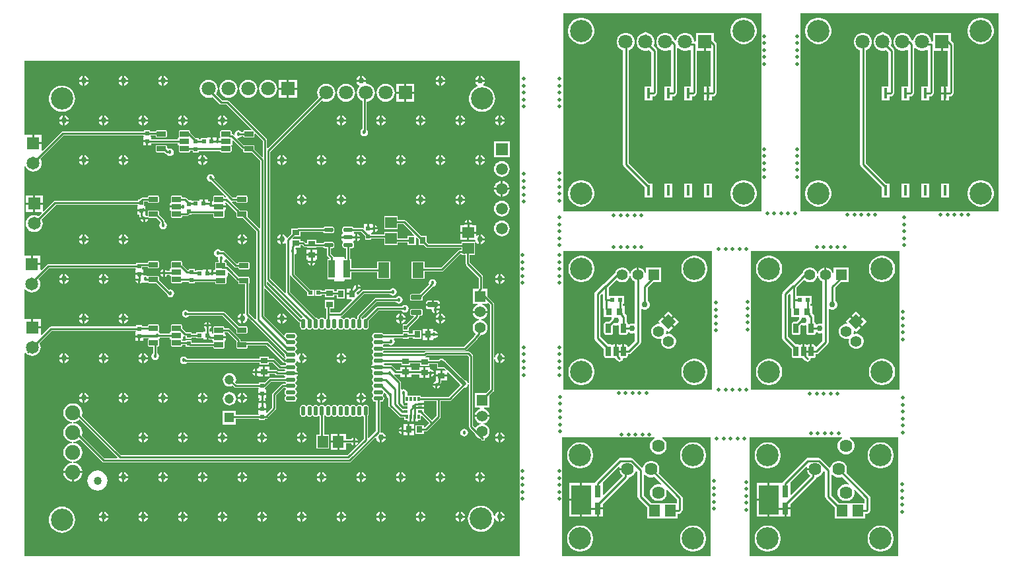
<source format=gtl>
G04*
G04 #@! TF.GenerationSoftware,Altium Limited,Altium Designer,21.5.1 (32)*
G04*
G04 Layer_Physical_Order=1*
G04 Layer_Color=255*
%FSLAX25Y25*%
%MOIN*%
G70*
G04*
G04 #@! TF.SameCoordinates,3A1198FE-CC6F-45F1-A000-1D614036FB2E*
G04*
G04*
G04 #@! TF.FilePolarity,Positive*
G04*
G01*
G75*
%ADD10R,0.09921X0.14961*%
%ADD11R,0.03071X0.06496*%
%ADD12R,0.05512X0.05906*%
%ADD13C,0.01000*%
%ADD14R,0.01800X0.05200*%
%ADD15R,0.02362X0.01968*%
%ADD16R,0.03150X0.03543*%
G04:AMPARAMS|DCode=17|XSize=25.59mil|YSize=47.24mil|CornerRadius=1.92mil|HoleSize=0mil|Usage=FLASHONLY|Rotation=180.000|XOffset=0mil|YOffset=0mil|HoleType=Round|Shape=RoundedRectangle|*
%AMROUNDEDRECTD17*
21,1,0.02559,0.04341,0,0,180.0*
21,1,0.02175,0.04724,0,0,180.0*
1,1,0.00384,-0.01088,0.02170*
1,1,0.00384,0.01088,0.02170*
1,1,0.00384,0.01088,-0.02170*
1,1,0.00384,-0.01088,-0.02170*
%
%ADD17ROUNDEDRECTD17*%
%ADD18R,0.05512X0.07874*%
%ADD19R,0.02264X0.01378*%
%ADD20R,0.01378X0.02264*%
G04:AMPARAMS|DCode=21|XSize=25.59mil|YSize=47.24mil|CornerRadius=1.92mil|HoleSize=0mil|Usage=FLASHONLY|Rotation=270.000|XOffset=0mil|YOffset=0mil|HoleType=Round|Shape=RoundedRectangle|*
%AMROUNDEDRECTD21*
21,1,0.02559,0.04341,0,0,270.0*
21,1,0.02175,0.04724,0,0,270.0*
1,1,0.00384,-0.02170,-0.01088*
1,1,0.00384,-0.02170,0.01088*
1,1,0.00384,0.02170,0.01088*
1,1,0.00384,0.02170,-0.01088*
%
%ADD21ROUNDEDRECTD21*%
G04:AMPARAMS|DCode=22|XSize=51.18mil|YSize=23.62mil|CornerRadius=2.01mil|HoleSize=0mil|Usage=FLASHONLY|Rotation=0.000|XOffset=0mil|YOffset=0mil|HoleType=Round|Shape=RoundedRectangle|*
%AMROUNDEDRECTD22*
21,1,0.05118,0.01961,0,0,0.0*
21,1,0.04717,0.02362,0,0,0.0*
1,1,0.00402,0.02358,-0.00980*
1,1,0.00402,-0.02358,-0.00980*
1,1,0.00402,-0.02358,0.00980*
1,1,0.00402,0.02358,0.00980*
%
%ADD22ROUNDEDRECTD22*%
%ADD23O,0.02165X0.05118*%
%ADD24O,0.05118X0.02165*%
G04:AMPARAMS|DCode=25|XSize=47.64mil|YSize=23.23mil|CornerRadius=5.81mil|HoleSize=0mil|Usage=FLASHONLY|Rotation=180.000|XOffset=0mil|YOffset=0mil|HoleType=Round|Shape=RoundedRectangle|*
%AMROUNDEDRECTD25*
21,1,0.04764,0.01161,0,0,180.0*
21,1,0.03602,0.02323,0,0,180.0*
1,1,0.01161,-0.01801,0.00581*
1,1,0.01161,0.01801,0.00581*
1,1,0.01161,0.01801,-0.00581*
1,1,0.01161,-0.01801,-0.00581*
%
%ADD25ROUNDEDRECTD25*%
%ADD26R,0.01968X0.02362*%
%ADD27R,0.03543X0.03150*%
%ADD28R,0.03347X0.09055*%
%ADD29R,0.05906X0.05512*%
%ADD30C,0.02000*%
%ADD31C,0.02000*%
%ADD32C,0.06378*%
%ADD33C,0.11200*%
%ADD34C,0.03000*%
%ADD35C,0.07087*%
%ADD36R,0.07087X0.07087*%
%ADD37R,0.05512X0.05512*%
%ADD38C,0.05512*%
%ADD39C,0.05512*%
%ADD40P,0.07795X4X360.0*%
%ADD41R,0.05512X0.05512*%
%ADD42R,0.06496X0.06496*%
%ADD43C,0.06496*%
%ADD44C,0.04047*%
%ADD45C,0.07500*%
%ADD46C,0.05906*%
%ADD47R,0.05906X0.05906*%
%ADD48R,0.04724X0.04724*%
%ADD49C,0.04724*%
%ADD50C,0.01800*%
G36*
X350000Y100000D02*
X100000D01*
Y202515D01*
X100500Y202821D01*
X100678Y202730D01*
X100899Y202399D01*
X101230Y202178D01*
X101393Y202146D01*
X101858Y201789D01*
X102891Y201361D01*
X104000Y201215D01*
X105109Y201361D01*
X106142Y201789D01*
X107030Y202470D01*
X107711Y203358D01*
X108139Y204391D01*
X108285Y205500D01*
X108139Y206609D01*
X107711Y207642D01*
X107656Y207714D01*
X113891Y213949D01*
X156162D01*
X156345Y213766D01*
X156181Y213234D01*
X156047Y213213D01*
X156016D01*
Y211531D01*
X158000D01*
Y211032D01*
X158500D01*
Y208850D01*
X159984D01*
Y210012D01*
X162767D01*
X162816Y209512D01*
X162753Y209499D01*
X162524Y209346D01*
X162371Y209117D01*
X162317Y208847D01*
Y206672D01*
X162371Y206402D01*
X162524Y206173D01*
X162753Y206020D01*
X163023Y205967D01*
X164980D01*
Y202604D01*
X164630Y202370D01*
X164210Y201741D01*
X164063Y201000D01*
X164210Y200259D01*
X164630Y199630D01*
X165259Y199210D01*
X166000Y199063D01*
X166741Y199210D01*
X167370Y199630D01*
X167790Y200259D01*
X167937Y201000D01*
X167790Y201741D01*
X167370Y202370D01*
X167020Y202604D01*
Y205967D01*
X167363D01*
X167633Y206020D01*
X167862Y206173D01*
X168015Y206402D01*
X168069Y206672D01*
Y208847D01*
X168015Y209117D01*
X167900Y209289D01*
X167863Y209352D01*
X167933Y209900D01*
X168278Y210130D01*
X168512Y210480D01*
X173422D01*
Y210412D01*
X173514Y209947D01*
X173777Y209553D01*
X174122Y209323D01*
X173985Y209117D01*
X173931Y208847D01*
Y206672D01*
X173985Y206402D01*
X174138Y206173D01*
X174367Y206020D01*
X174637Y205967D01*
X178977D01*
X179247Y206020D01*
X179476Y206173D01*
X179629Y206402D01*
X179679Y206651D01*
X181460D01*
Y205900D01*
X183055D01*
X183179Y205818D01*
X183569Y205740D01*
X195317D01*
Y205672D01*
X195371Y205402D01*
X195524Y205173D01*
X195753Y205020D01*
X196023Y204967D01*
X200363D01*
X200633Y205020D01*
X200862Y205173D01*
X201015Y205402D01*
X201069Y205672D01*
Y207847D01*
X201015Y208117D01*
X200878Y208323D01*
X201222Y208553D01*
X201486Y208947D01*
X201578Y209412D01*
Y210000D01*
X198193D01*
Y211000D01*
X201578D01*
Y211588D01*
X201486Y212053D01*
X201222Y212447D01*
X200878Y212677D01*
X201015Y212883D01*
X201069Y213153D01*
Y213221D01*
X202494D01*
X206976Y208739D01*
Y208072D01*
X206931Y207847D01*
Y205672D01*
X206985Y205402D01*
X207138Y205173D01*
X207367Y205020D01*
X207637Y204967D01*
X211977D01*
X212247Y205020D01*
X212476Y205173D01*
X212629Y205402D01*
X212683Y205672D01*
Y206480D01*
X222078D01*
X230616Y197942D01*
X230947Y197721D01*
X231337Y197643D01*
X231745D01*
X231835Y197509D01*
X232034Y197376D01*
Y196904D01*
X231640Y196520D01*
X229405D01*
X226448Y199477D01*
X226117Y199698D01*
X225727Y199776D01*
X223272D01*
Y200831D01*
X218728D01*
Y199776D01*
X182267D01*
X181870Y200370D01*
X181241Y200790D01*
X180500Y200937D01*
X179759Y200790D01*
X179130Y200370D01*
X178710Y199741D01*
X178563Y199000D01*
X178710Y198259D01*
X179130Y197630D01*
X179759Y197210D01*
X180500Y197063D01*
X181241Y197210D01*
X181870Y197630D01*
X181941Y197736D01*
X218728D01*
Y196681D01*
X223272D01*
Y197736D01*
X225305D01*
X228262Y194779D01*
X228593Y194558D01*
X228983Y194480D01*
X231388D01*
X231640Y194032D01*
X231619Y193948D01*
X231475Y193852D01*
X231153Y193370D01*
X228177D01*
X227676Y193872D01*
X227345Y194093D01*
X226955Y194171D01*
X223772D01*
Y195819D01*
X221500D01*
Y193244D01*
Y190669D01*
X223772D01*
Y192131D01*
X226532D01*
X227034Y191629D01*
X227365Y191408D01*
X227755Y191331D01*
X231153D01*
X231475Y190849D01*
X231619Y190753D01*
X231640Y190669D01*
X231388Y190220D01*
X224138D01*
X223748Y190143D01*
X223417Y189922D01*
X221208Y187713D01*
X218500D01*
Y187051D01*
X207103D01*
X206496Y187659D01*
X206776Y188335D01*
X206891Y189213D01*
X206776Y190090D01*
X206437Y190908D01*
X205898Y191611D01*
X205196Y192149D01*
X204378Y192488D01*
X203500Y192604D01*
X202622Y192488D01*
X201804Y192149D01*
X201102Y191611D01*
X200563Y190908D01*
X200224Y190090D01*
X200109Y189213D01*
X200224Y188335D01*
X200563Y187517D01*
X201102Y186815D01*
X201804Y186276D01*
X202622Y185937D01*
X203500Y185821D01*
X204378Y185937D01*
X205054Y186217D01*
X205960Y185310D01*
X206291Y185090D01*
X206681Y185012D01*
X218146D01*
X218329Y184829D01*
X218165Y184297D01*
X218031Y184276D01*
X218000D01*
Y182595D01*
X219984D01*
X221969D01*
Y184276D01*
X221937D01*
X221468Y184350D01*
X221468Y185163D01*
X221690Y185310D01*
X224560Y188181D01*
X231754D01*
X231835Y188060D01*
X232034Y187927D01*
Y187422D01*
X231650Y187045D01*
X230394D01*
X230003Y186968D01*
X229673Y186747D01*
X225425Y182499D01*
X225204Y182168D01*
X225127Y181778D01*
Y175201D01*
X222484Y172559D01*
X221984Y172766D01*
Y173969D01*
X220000D01*
X218016D01*
Y172287D01*
X218047D01*
X218181Y172266D01*
X218345Y171734D01*
X218162Y171551D01*
X206862D01*
Y173362D01*
X200138D01*
Y166638D01*
X206862D01*
Y169512D01*
X218516D01*
Y168850D01*
X221484D01*
Y169512D01*
X221899D01*
X222289Y169589D01*
X222619Y169810D01*
X226867Y174058D01*
X227088Y174389D01*
X227166Y174779D01*
Y181356D01*
X230816Y185006D01*
X231771D01*
X231835Y184910D01*
X232034Y184777D01*
Y184176D01*
X231835Y184043D01*
X231486Y183519D01*
X231363Y182902D01*
X231486Y182284D01*
X231835Y181761D01*
X232034Y181627D01*
Y181026D01*
X231835Y180893D01*
X231486Y180369D01*
X231363Y179752D01*
X231486Y179134D01*
X231835Y178611D01*
X232359Y178261D01*
X232976Y178138D01*
X235929D01*
X236547Y178261D01*
X237070Y178611D01*
X237420Y179134D01*
X237543Y179752D01*
X237420Y180369D01*
X237070Y180893D01*
X236871Y181026D01*
Y181627D01*
X237070Y181761D01*
X237420Y182284D01*
X237543Y182902D01*
X237420Y183519D01*
X237070Y184043D01*
X236871Y184176D01*
Y184777D01*
X237070Y184910D01*
X237420Y185434D01*
X237543Y186051D01*
X237420Y186669D01*
X237070Y187192D01*
X236871Y187325D01*
Y187927D01*
X237070Y188060D01*
X237420Y188583D01*
X237543Y189201D01*
X237420Y189818D01*
X237225Y190110D01*
X237287Y190753D01*
X237431Y190849D01*
X237891Y191538D01*
X237953Y191850D01*
X234453D01*
Y192850D01*
X237953D01*
X237891Y193163D01*
X237431Y193852D01*
X237287Y193948D01*
X237225Y194591D01*
X237420Y194883D01*
X237543Y195500D01*
X237420Y196117D01*
X237070Y196641D01*
X236871Y196774D01*
Y197376D01*
X237070Y197509D01*
X237420Y198032D01*
X237486Y198363D01*
X238017Y198468D01*
X238198Y198198D01*
X239024Y197645D01*
X239500Y197550D01*
Y200000D01*
Y202449D01*
X239024Y202355D01*
X238198Y201802D01*
X237992Y201495D01*
X237521Y201690D01*
X237543Y201799D01*
X237420Y202417D01*
X237070Y202940D01*
X236871Y203073D01*
Y203675D01*
X237070Y203808D01*
X237420Y204331D01*
X237543Y204949D01*
X237420Y205566D01*
X237070Y206090D01*
X236871Y206223D01*
Y206824D01*
X237070Y206957D01*
X237420Y207481D01*
X237543Y208098D01*
X237420Y208716D01*
X237070Y209240D01*
X236871Y209373D01*
Y209974D01*
X237070Y210107D01*
X237420Y210630D01*
X237543Y211248D01*
X237420Y211866D01*
X237070Y212389D01*
X236547Y212739D01*
X235929Y212862D01*
X232976D01*
X232359Y212739D01*
X231835Y212389D01*
X231486Y211866D01*
X231464Y211759D01*
X230922Y211595D01*
X221020Y221497D01*
Y235184D01*
X221481Y235376D01*
X238467Y218391D01*
X238797Y218170D01*
X239138Y218102D01*
Y216071D01*
X239261Y215453D01*
X239611Y214930D01*
X240134Y214580D01*
X240752Y214457D01*
X241370Y214580D01*
X241893Y214930D01*
X242026Y215129D01*
X242627D01*
X242760Y214930D01*
X243284Y214580D01*
X243902Y214457D01*
X244519Y214580D01*
X245043Y214930D01*
X245176Y215129D01*
X245777D01*
X245910Y214930D01*
X246434Y214580D01*
X247051Y214457D01*
X247669Y214580D01*
X248192Y214930D01*
X248325Y215129D01*
X248927D01*
X249060Y214930D01*
X249583Y214580D01*
X250201Y214457D01*
X250818Y214580D01*
X251342Y214930D01*
X251475Y215129D01*
X252076D01*
X252209Y214930D01*
X252733Y214580D01*
X253350Y214457D01*
X253968Y214580D01*
X254491Y214930D01*
X254625Y215129D01*
X255226D01*
X255359Y214930D01*
X255883Y214580D01*
X256500Y214457D01*
X257118Y214580D01*
X257641Y214930D01*
X257774Y215129D01*
X258376D01*
X258509Y214930D01*
X259032Y214580D01*
X259650Y214457D01*
X260267Y214580D01*
X260791Y214930D01*
X260924Y215129D01*
X261525D01*
X261658Y214930D01*
X262182Y214580D01*
X262799Y214457D01*
X263417Y214580D01*
X263940Y214930D01*
X264073Y215129D01*
X264675D01*
X264808Y214930D01*
X265331Y214580D01*
X265949Y214457D01*
X266566Y214580D01*
X267090Y214930D01*
X267223Y215129D01*
X267824D01*
X267957Y214930D01*
X268481Y214580D01*
X269098Y214457D01*
X269716Y214580D01*
X270239Y214930D01*
X270373Y215129D01*
X270974D01*
X271107Y214930D01*
X271631Y214580D01*
X272248Y214457D01*
X272866Y214580D01*
X273389Y214930D01*
X273739Y215453D01*
X273862Y216071D01*
Y219024D01*
X273833Y219167D01*
X278647Y223980D01*
X290396D01*
X290630Y223630D01*
X291259Y223210D01*
X292000Y223063D01*
X292741Y223210D01*
X293370Y223630D01*
X293790Y224259D01*
X293937Y225000D01*
X293790Y225741D01*
X293370Y226370D01*
X292741Y226790D01*
X292000Y226937D01*
X291259Y226790D01*
X290630Y226370D01*
X290396Y226020D01*
X278224D01*
X277834Y225942D01*
X277503Y225721D01*
X272391Y220609D01*
X272248Y220637D01*
X271631Y220514D01*
X271107Y220165D01*
X270974Y219966D01*
X270373D01*
X270239Y220165D01*
X270182Y220203D01*
X270152Y220710D01*
X277922Y228480D01*
X287396D01*
X287630Y228130D01*
X288259Y227710D01*
X289000Y227563D01*
X289741Y227710D01*
X290370Y228130D01*
X290790Y228759D01*
X290937Y229500D01*
X290790Y230241D01*
X290370Y230870D01*
X289741Y231290D01*
X289000Y231437D01*
X288259Y231290D01*
X287630Y230870D01*
X287396Y230520D01*
X277500D01*
X277110Y230442D01*
X276779Y230221D01*
X268377Y221819D01*
X268156Y221489D01*
X268079Y221098D01*
Y220246D01*
X267957Y220165D01*
X267824Y219966D01*
X267223D01*
X267090Y220165D01*
X266566Y220514D01*
X265949Y220637D01*
X265331Y220514D01*
X264808Y220165D01*
X264675Y219966D01*
X264073D01*
X263940Y220165D01*
X263417Y220514D01*
X262799Y220637D01*
X262182Y220514D01*
X261658Y220165D01*
X261525Y219966D01*
X260924D01*
X260791Y220165D01*
X260267Y220514D01*
X259859Y220596D01*
Y221105D01*
X259978Y221129D01*
X260308Y221350D01*
X271439Y232480D01*
X284396D01*
X284630Y232130D01*
X285259Y231710D01*
X286000Y231563D01*
X286741Y231710D01*
X287370Y232130D01*
X287790Y232759D01*
X287937Y233500D01*
X287790Y234241D01*
X287370Y234870D01*
X286741Y235290D01*
X286000Y235437D01*
X285259Y235290D01*
X284630Y234870D01*
X284396Y234520D01*
X271017D01*
X270626Y234442D01*
X270296Y234221D01*
X268293Y232218D01*
X267831Y232409D01*
Y233424D01*
X268000Y233563D01*
X268741Y233710D01*
X269370Y234130D01*
X269790Y234759D01*
X269838Y235000D01*
X268000D01*
Y235500D01*
X267500D01*
Y237338D01*
X267259Y237290D01*
X266630Y236870D01*
X266210Y236241D01*
X266063Y235500D01*
X265875Y235272D01*
X265756D01*
Y232500D01*
X265256D01*
Y232000D01*
X262681D01*
Y229728D01*
X265150D01*
X265341Y229266D01*
X259165Y223091D01*
X254370D01*
Y225169D01*
X256272D01*
Y229319D01*
X251728D01*
Y225169D01*
X252331D01*
Y222500D01*
X252374Y222285D01*
X252331Y222071D01*
Y220246D01*
X252209Y220165D01*
X252076Y219966D01*
X251475D01*
X251342Y220165D01*
X250818Y220514D01*
X250201Y220637D01*
X249583Y220514D01*
X249060Y220165D01*
X248927Y219966D01*
X248325D01*
X248192Y220165D01*
X247669Y220514D01*
X247051Y220637D01*
X246908Y220609D01*
X234020Y233497D01*
Y241785D01*
X234520Y241834D01*
X234558Y241641D01*
X234779Y241311D01*
X242850Y233239D01*
Y231516D01*
X246213D01*
Y234484D01*
X244489D01*
X236520Y242454D01*
Y252396D01*
X236870Y252630D01*
X237290Y253259D01*
X237437Y254000D01*
X237290Y254741D01*
X236870Y255370D01*
X236787Y255425D01*
X236939Y255925D01*
X239272D01*
Y256980D01*
X240206D01*
X240651Y256535D01*
X240982Y256314D01*
X241372Y256236D01*
X242728D01*
Y255681D01*
X247272D01*
Y256240D01*
X250751D01*
X250979Y255900D01*
X251336Y255661D01*
X251758Y255577D01*
X252539D01*
Y252324D01*
X252617Y251934D01*
X252838Y251603D01*
X253913Y250528D01*
X253706Y250028D01*
X252988D01*
Y239972D01*
X256290D01*
Y239500D01*
X256344Y239228D01*
X256498Y238998D01*
X256728Y238844D01*
X257000Y238790D01*
X261000D01*
X261272Y238844D01*
X261502Y238998D01*
X261656Y239228D01*
X261711Y239500D01*
Y239972D01*
X265012D01*
Y243480D01*
X278083D01*
Y240063D01*
X284594D01*
Y248937D01*
X278083D01*
Y245520D01*
X265012D01*
Y250028D01*
X264460D01*
Y255577D01*
X265242D01*
X265664Y255661D01*
X266021Y255900D01*
X266260Y256258D01*
X266344Y256679D01*
Y257840D01*
X266260Y258262D01*
X266097Y258507D01*
X266118Y258981D01*
X266140Y259063D01*
X266599Y259317D01*
X266759Y259210D01*
X267000Y259162D01*
Y261000D01*
Y262838D01*
X266759Y262790D01*
X266599Y262683D01*
X266289Y262855D01*
X266209Y263394D01*
X266500Y263721D01*
X270066D01*
X272016Y261771D01*
Y259850D01*
X274984D01*
Y260512D01*
X281547D01*
Y257307D01*
X288453D01*
Y258480D01*
X293413D01*
Y257228D01*
X297563D01*
Y260842D01*
X298025Y261033D01*
X298925Y260133D01*
Y257228D01*
X301633D01*
X302768Y256093D01*
X303099Y255872D01*
X303489Y255795D01*
X320543D01*
Y254713D01*
X319693D01*
X319303Y254635D01*
X318972Y254414D01*
X310328Y245770D01*
X301917D01*
Y248937D01*
X295406D01*
Y240063D01*
X301917D01*
Y243730D01*
X310750D01*
X311140Y243808D01*
X311471Y244029D01*
X320047Y252605D01*
X320547Y252509D01*
Y252307D01*
X321464D01*
X321563Y252288D01*
X321661Y252307D01*
X322799D01*
Y247681D01*
X322877Y247291D01*
X323098Y246960D01*
X329480Y240578D01*
Y235422D01*
X329062Y235004D01*
X326244D01*
Y227492D01*
X328821D01*
X328920Y226992D01*
X328106Y226655D01*
X327321Y226053D01*
X326719Y225268D01*
X326341Y224355D01*
X326277Y223874D01*
X330000D01*
X333722D01*
X333659Y224355D01*
X333281Y225268D01*
X332679Y226053D01*
X331894Y226655D01*
X331080Y226992D01*
X331179Y227492D01*
X333756D01*
Y227649D01*
X334218Y227840D01*
X334980Y227078D01*
Y184422D01*
X333062Y182504D01*
X327244D01*
Y174992D01*
X329821D01*
X329920Y174492D01*
X329106Y174155D01*
X328321Y173553D01*
X327719Y172768D01*
X327341Y171854D01*
X327277Y171374D01*
X331000D01*
X334722D01*
X334659Y171854D01*
X334281Y172768D01*
X333679Y173553D01*
X332894Y174155D01*
X332080Y174492D01*
X332179Y174992D01*
X334756D01*
Y181314D01*
X336721Y183279D01*
X336942Y183610D01*
X337020Y184000D01*
Y199606D01*
X337520Y199655D01*
X337645Y199024D01*
X338198Y198198D01*
X339024Y197645D01*
X339500Y197550D01*
Y200000D01*
Y202449D01*
X339024Y202355D01*
X338198Y201802D01*
X337645Y200975D01*
X337520Y200345D01*
X337020Y200394D01*
Y227500D01*
X336942Y227890D01*
X336721Y228221D01*
X333756Y231186D01*
Y235004D01*
X331520D01*
Y241000D01*
X331442Y241390D01*
X331221Y241721D01*
X324838Y248103D01*
Y252307D01*
X327453D01*
Y258412D01*
X327493Y258425D01*
X327493Y258425D01*
X327953Y258564D01*
X328198Y258198D01*
X329025Y257645D01*
X329500Y257551D01*
Y260000D01*
Y262450D01*
X329025Y262355D01*
X328453Y261973D01*
X327953Y262240D01*
Y262937D01*
X324500D01*
Y259681D01*
X327410D01*
X327543Y259193D01*
X327235Y258828D01*
X327227Y258825D01*
D01*
X327227Y258825D01*
Y258825D01*
X326763Y258819D01*
X320547D01*
Y257834D01*
X303911D01*
X303075Y258670D01*
Y261772D01*
X300170D01*
X297221Y264721D01*
X297221Y264721D01*
X292407Y269535D01*
X292076Y269756D01*
X291686Y269834D01*
X288453D01*
Y271693D01*
X281547D01*
Y265181D01*
X288453D01*
Y267795D01*
X291263D01*
X295779Y263279D01*
X295779Y263279D01*
X296825Y262234D01*
X296633Y261772D01*
X293413D01*
Y260520D01*
X288453D01*
Y263819D01*
X281547D01*
Y262551D01*
X274984D01*
Y263213D01*
X275453Y263287D01*
X275484D01*
Y263338D01*
X275984Y263665D01*
X276000Y263662D01*
Y265500D01*
Y267338D01*
X275984Y267335D01*
X275484Y267650D01*
Y267650D01*
X274000D01*
Y265469D01*
X273000D01*
Y267650D01*
X271516D01*
Y265834D01*
X271016Y265590D01*
X270878Y265682D01*
X270488Y265760D01*
X266249D01*
X266021Y266100D01*
X265664Y266339D01*
X265242Y266423D01*
X261640D01*
X261218Y266339D01*
X260861Y266100D01*
X260622Y265742D01*
X260538Y265321D01*
Y264159D01*
X260622Y263738D01*
X260785Y263493D01*
X260764Y263019D01*
X260724Y262870D01*
X260500Y262720D01*
X260151Y262197D01*
X260028Y261581D01*
Y261500D01*
X263441D01*
Y260500D01*
X260028D01*
Y260419D01*
X260151Y259803D01*
X260500Y259280D01*
X260724Y259130D01*
X260764Y258981D01*
X260785Y258507D01*
X260622Y258262D01*
X260538Y257840D01*
Y256679D01*
X260622Y256258D01*
X260861Y255900D01*
X261218Y255661D01*
X261640Y255577D01*
X262421D01*
Y250028D01*
X261711D01*
Y250500D01*
X261656Y250772D01*
X261502Y251002D01*
X261272Y251156D01*
X261000Y251210D01*
X257000D01*
X256728Y251156D01*
X256619Y251083D01*
X256437Y251093D01*
X256162Y251155D01*
X256036Y251212D01*
X255882Y251443D01*
X254579Y252746D01*
Y255577D01*
X255360D01*
X255782Y255661D01*
X256139Y255900D01*
X256378Y256258D01*
X256462Y256679D01*
Y257840D01*
X256378Y258262D01*
X256139Y258620D01*
X255782Y258859D01*
X255360Y258942D01*
X251758D01*
X251336Y258859D01*
X250979Y258620D01*
X250751Y258279D01*
X247272D01*
Y259831D01*
X242728D01*
Y258276D01*
X241794D01*
X241349Y258721D01*
X241018Y258942D01*
X240628Y259020D01*
X239272D01*
Y260075D01*
X235461D01*
X235270Y260537D01*
X236170Y261437D01*
X239272D01*
Y263721D01*
X250751D01*
X250979Y263380D01*
X251336Y263141D01*
X251758Y263058D01*
X255360D01*
X255782Y263141D01*
X256139Y263380D01*
X256378Y263738D01*
X256462Y264159D01*
Y265321D01*
X256378Y265742D01*
X256139Y266100D01*
X255782Y266339D01*
X255360Y266423D01*
X251758D01*
X251336Y266339D01*
X250979Y266100D01*
X250751Y265760D01*
X238425D01*
X238035Y265682D01*
X237892Y265587D01*
X234728D01*
Y262879D01*
X232826Y260976D01*
X232260Y261118D01*
X231802Y261802D01*
X230976Y262355D01*
X230500Y262450D01*
Y260000D01*
Y257551D01*
X230976Y257645D01*
X231480Y257982D01*
X231980Y257715D01*
Y233094D01*
X231938Y233055D01*
X231515Y232852D01*
X224020Y240348D01*
Y304264D01*
X249890Y330134D01*
X250023Y330031D01*
X251128Y329574D01*
X252314Y329417D01*
X253500Y329574D01*
X254605Y330031D01*
X255554Y330760D01*
X256283Y331709D01*
X256740Y332814D01*
X256896Y334000D01*
X256740Y335186D01*
X256283Y336291D01*
X255554Y337240D01*
X254605Y337969D01*
X253500Y338426D01*
X252314Y338582D01*
X251128Y338426D01*
X250023Y337969D01*
X249074Y337240D01*
X248345Y336291D01*
X247888Y335186D01*
X247731Y334000D01*
X247888Y332814D01*
X248345Y331709D01*
X248448Y331576D01*
X222982Y306109D01*
X222520Y306301D01*
Y310000D01*
X222442Y310390D01*
X222221Y310721D01*
X203221Y329721D01*
X202890Y329942D01*
X202500Y330020D01*
X199922D01*
X196649Y333293D01*
X196969Y333709D01*
X197426Y334814D01*
X197582Y336000D01*
X197426Y337186D01*
X196969Y338291D01*
X196240Y339240D01*
X195291Y339969D01*
X194186Y340426D01*
X193000Y340582D01*
X191814Y340426D01*
X190709Y339969D01*
X189760Y339240D01*
X189031Y338291D01*
X188574Y337186D01*
X188417Y336000D01*
X188574Y334814D01*
X189031Y333709D01*
X189760Y332760D01*
X190709Y332031D01*
X191814Y331574D01*
X193000Y331417D01*
X194186Y331574D01*
X195104Y331954D01*
X198779Y328279D01*
X199110Y328058D01*
X199500Y327980D01*
X202078D01*
X214563Y315495D01*
X214371Y315033D01*
X211137D01*
X210867Y314980D01*
X210638Y314827D01*
X210485Y314598D01*
X210431Y314328D01*
Y314220D01*
X209573D01*
X209365Y314531D01*
X208737Y314951D01*
X207996Y315098D01*
X207254Y314951D01*
X206626Y314531D01*
X206206Y313902D01*
X206058Y313161D01*
X206115Y312878D01*
X205654Y312632D01*
X205285Y313000D01*
X204954Y313222D01*
X204569Y313298D01*
Y314328D01*
X204515Y314598D01*
X204362Y314827D01*
X204133Y314980D01*
X203863Y315033D01*
X199523D01*
X199253Y314980D01*
X199024Y314827D01*
X198871Y314598D01*
X198817Y314328D01*
Y312153D01*
X198871Y311883D01*
X199008Y311677D01*
X198663Y311447D01*
X198470Y311158D01*
X198273Y311290D01*
X198031Y311338D01*
Y309500D01*
X197031D01*
Y311402D01*
X196681Y311484D01*
Y311484D01*
X196681Y311484D01*
X195000D01*
Y309500D01*
X194000D01*
Y311484D01*
X192319D01*
Y311453D01*
X192244Y310984D01*
X188882D01*
Y310504D01*
X187984D01*
Y311150D01*
X186458D01*
X183683Y313924D01*
Y314328D01*
X183629Y314598D01*
X183476Y314827D01*
X183247Y314980D01*
X182977Y315033D01*
X178637D01*
X178367Y314980D01*
X178138Y314827D01*
X177985Y314598D01*
X177931Y314328D01*
Y312153D01*
X177985Y311883D01*
X178122Y311677D01*
X177778Y311447D01*
X177514Y311053D01*
X177421Y310588D01*
Y310520D01*
X163984D01*
Y311713D01*
X163953D01*
X163927Y311717D01*
X163754Y312251D01*
X163838Y312335D01*
X166317D01*
Y312153D01*
X166371Y311883D01*
X166524Y311654D01*
X166753Y311501D01*
X167023Y311447D01*
X171363D01*
X171633Y311501D01*
X171862Y311654D01*
X172015Y311883D01*
X172069Y312153D01*
Y314328D01*
X172015Y314598D01*
X171862Y314827D01*
X171633Y314980D01*
X171363Y315033D01*
X167023D01*
X166753Y314980D01*
X166524Y314827D01*
X166371Y314598D01*
X166326Y314374D01*
X163484D01*
Y315150D01*
X160516D01*
Y314488D01*
X119468D01*
X119078Y314410D01*
X118748Y314190D01*
X109248Y304690D01*
X108748Y304897D01*
Y308000D01*
X104500D01*
Y308500D01*
X104000D01*
Y312748D01*
X100500D01*
X100252Y312748D01*
X100000Y313144D01*
Y350000D01*
X350000D01*
Y100000D01*
D02*
G37*
G36*
X220480Y309578D02*
Y301764D01*
X220019Y301573D01*
X216183Y305409D01*
Y306847D01*
X216129Y307117D01*
X215976Y307346D01*
X215747Y307499D01*
X215477Y307553D01*
X211137D01*
X210867Y307499D01*
X210858Y307493D01*
X210792D01*
X207725Y310560D01*
X207725Y310560D01*
X207466Y310819D01*
X207713Y311280D01*
X207996Y311224D01*
X208737Y311371D01*
X209365Y311791D01*
X209626Y312181D01*
X210431D01*
Y312153D01*
X210485Y311883D01*
X210638Y311654D01*
X210867Y311501D01*
X211137Y311447D01*
X215477D01*
X215747Y311501D01*
X215976Y311654D01*
X216129Y311883D01*
X216183Y312153D01*
Y313222D01*
X216645Y313413D01*
X220480Y309578D01*
D02*
G37*
G36*
X160345Y312266D02*
X160181Y311734D01*
X160047Y311713D01*
X160016D01*
Y310032D01*
X162000D01*
Y309531D01*
X162500D01*
Y307350D01*
X163984D01*
Y308480D01*
X177421D01*
Y308412D01*
X177514Y307947D01*
X177778Y307553D01*
X178122Y307323D01*
X177985Y307117D01*
X177931Y306847D01*
Y304672D01*
X177985Y304402D01*
X178138Y304173D01*
X178367Y304020D01*
X178637Y303967D01*
X182977D01*
X183247Y304020D01*
X183476Y304173D01*
X183629Y304402D01*
X183683Y304672D01*
Y304740D01*
X185016D01*
Y303850D01*
X187984D01*
Y304626D01*
X198826D01*
X198871Y304402D01*
X199024Y304173D01*
X199253Y304021D01*
X199523Y303967D01*
X203863D01*
X204133Y304021D01*
X204362Y304173D01*
X204515Y304402D01*
X204569Y304672D01*
Y306847D01*
X204515Y307117D01*
X204378Y307323D01*
X204722Y307553D01*
X204986Y307947D01*
X205079Y308412D01*
Y309670D01*
X205540Y309861D01*
X206283Y309118D01*
X206283Y309118D01*
X209649Y305752D01*
X209980Y305532D01*
X210370Y305454D01*
X210431D01*
Y304672D01*
X210485Y304402D01*
X210638Y304173D01*
X210867Y304021D01*
X211137Y303967D01*
X214741D01*
X218980Y299727D01*
Y265736D01*
X218480Y265528D01*
X212620Y271389D01*
X212629Y271402D01*
X212683Y271672D01*
Y273847D01*
X212629Y274117D01*
X212476Y274346D01*
X212247Y274499D01*
X211977Y274553D01*
X208818D01*
X208666Y274780D01*
X204707Y278739D01*
X204709Y278763D01*
X204932Y279221D01*
X206931D01*
Y279153D01*
X206985Y278883D01*
X207138Y278654D01*
X207367Y278501D01*
X207637Y278447D01*
X211977D01*
X212247Y278501D01*
X212476Y278654D01*
X212629Y278883D01*
X212683Y279153D01*
Y281328D01*
X212629Y281598D01*
X212476Y281827D01*
X212247Y281980D01*
X211977Y282033D01*
X207637D01*
X207367Y281980D01*
X207138Y281827D01*
X206985Y281598D01*
X206931Y281328D01*
Y281260D01*
X205182D01*
X195855Y290587D01*
X195937Y291000D01*
X195790Y291741D01*
X195370Y292370D01*
X194741Y292790D01*
X194000Y292937D01*
X193259Y292790D01*
X192630Y292370D01*
X192210Y291741D01*
X192063Y291000D01*
X192210Y290259D01*
X192630Y289630D01*
X193259Y289210D01*
X194000Y289063D01*
X194413Y289145D01*
X201817Y281741D01*
X201814Y281717D01*
X201591Y281260D01*
X201069D01*
Y281328D01*
X201015Y281598D01*
X200862Y281827D01*
X200633Y281980D01*
X200363Y282033D01*
X196023D01*
X195753Y281980D01*
X195524Y281827D01*
X195371Y281598D01*
X195317Y281328D01*
Y279551D01*
X194817Y279284D01*
X194808Y279290D01*
X194567Y279338D01*
Y277500D01*
X193567D01*
Y279338D01*
X193326Y279290D01*
X193150Y279172D01*
X192650Y279439D01*
Y279984D01*
X190969D01*
Y278000D01*
X189969D01*
Y279984D01*
X188287D01*
Y279953D01*
X188213Y279484D01*
X184850D01*
X184484Y279650D01*
Y279650D01*
X182958D01*
X181646Y280961D01*
X181315Y281182D01*
X180925Y281260D01*
X179683D01*
Y281328D01*
X179629Y281598D01*
X179476Y281827D01*
X179247Y281979D01*
X178977Y282033D01*
X174637D01*
X174367Y281979D01*
X174138Y281827D01*
X173985Y281598D01*
X173931Y281328D01*
Y279153D01*
X173985Y278883D01*
X174122Y278677D01*
X173777Y278447D01*
X173514Y278053D01*
X173422Y277588D01*
Y277000D01*
X176807D01*
Y276000D01*
X173422D01*
Y275412D01*
X173514Y274947D01*
X173777Y274553D01*
X174122Y274323D01*
X173985Y274117D01*
X173931Y273847D01*
Y271672D01*
X173985Y271402D01*
X174138Y271173D01*
X174367Y271020D01*
X174637Y270967D01*
X178977D01*
X179247Y271020D01*
X179476Y271173D01*
X179629Y271402D01*
X179683Y271672D01*
Y271740D01*
X181925D01*
X182315Y271818D01*
X182646Y272039D01*
X182958Y272350D01*
X184484D01*
Y272914D01*
X195317D01*
Y271672D01*
X195371Y271402D01*
X195524Y271173D01*
X195753Y271021D01*
X196023Y270967D01*
X200363D01*
X200633Y271021D01*
X200862Y271173D01*
X201015Y271402D01*
X201069Y271672D01*
Y273847D01*
X201015Y274117D01*
X200878Y274323D01*
X201222Y274553D01*
X201486Y274947D01*
X201578Y275412D01*
Y276000D01*
X198193D01*
Y277000D01*
X201578D01*
Y277588D01*
X201486Y278053D01*
X201222Y278447D01*
X201259Y278596D01*
X201812Y278750D01*
X206925Y273637D01*
Y273539D01*
X206931Y273509D01*
Y271672D01*
X206985Y271402D01*
X207138Y271173D01*
X207367Y271021D01*
X207637Y270967D01*
X210158D01*
X216980Y264145D01*
Y219944D01*
X216480Y219737D01*
X213497Y222721D01*
Y237704D01*
X213629Y237902D01*
X213683Y238172D01*
Y240347D01*
X213629Y240617D01*
X213476Y240846D01*
X213247Y240999D01*
X212977Y241053D01*
X208637D01*
X208367Y240999D01*
X208358Y240993D01*
X208292D01*
X205135Y244151D01*
X205135Y244151D01*
X202604Y246682D01*
X202273Y246903D01*
X202069Y246943D01*
Y247828D01*
X202015Y248098D01*
X201862Y248327D01*
X201633Y248480D01*
X201363Y248533D01*
X200876D01*
X200725Y249033D01*
X200870Y249130D01*
X201290Y249759D01*
X201322Y249923D01*
X201865Y250087D01*
X205933Y246019D01*
X206264Y245798D01*
X206654Y245721D01*
X207931D01*
Y245653D01*
X207985Y245383D01*
X208138Y245154D01*
X208367Y245001D01*
X208637Y244947D01*
X212977D01*
X213247Y245001D01*
X213476Y245154D01*
X213629Y245383D01*
X213683Y245653D01*
Y247828D01*
X213629Y248098D01*
X213476Y248327D01*
X213247Y248480D01*
X212977Y248533D01*
X208637D01*
X208367Y248480D01*
X208138Y248327D01*
X207985Y248098D01*
X207931Y247828D01*
Y247760D01*
X207076D01*
X201045Y253791D01*
X200714Y254012D01*
X200324Y254090D01*
X199190D01*
X198956Y254440D01*
X198327Y254860D01*
X197586Y255008D01*
X196845Y254860D01*
X196216Y254440D01*
X195796Y253812D01*
X195649Y253070D01*
X195796Y252329D01*
X196216Y251701D01*
X196845Y251281D01*
X197586Y251133D01*
X197672Y251048D01*
X197563Y250500D01*
X197710Y249759D01*
X198130Y249130D01*
X198173Y249101D01*
Y248533D01*
X197023D01*
X196753Y248480D01*
X196524Y248327D01*
X196371Y248098D01*
X196317Y247828D01*
Y245653D01*
X196371Y245383D01*
X196508Y245177D01*
X196163Y244947D01*
X195900Y244553D01*
X195866Y244538D01*
X195542Y244755D01*
X195301Y244803D01*
Y242965D01*
X194301D01*
Y244949D01*
X192769D01*
Y242965D01*
X191769D01*
Y244949D01*
X190088D01*
Y244918D01*
X190014Y244449D01*
X186651D01*
Y244236D01*
X185984D01*
Y245150D01*
X183016D01*
Y244488D01*
X182438D01*
X179745Y247182D01*
X179683Y247223D01*
Y248328D01*
X179629Y248598D01*
X179476Y248827D01*
X179247Y248979D01*
X178977Y249033D01*
X174637D01*
X174367Y248979D01*
X174138Y248827D01*
X173985Y248598D01*
X173931Y248328D01*
Y246153D01*
X173985Y245883D01*
X174122Y245677D01*
X173777Y245447D01*
X173514Y245053D01*
X173422Y244588D01*
Y244020D01*
X172104D01*
X171870Y244370D01*
X171241Y244790D01*
X171000Y244838D01*
Y243000D01*
Y241162D01*
X171241Y241210D01*
X171870Y241630D01*
X172104Y241980D01*
X173507D01*
X173514Y241947D01*
X173777Y241553D01*
X174122Y241323D01*
X173985Y241117D01*
X173931Y240847D01*
Y238672D01*
X173985Y238402D01*
X174138Y238173D01*
X174367Y238020D01*
X174637Y237967D01*
X178977D01*
X179247Y238020D01*
X179476Y238173D01*
X179629Y238402D01*
X179674Y238626D01*
X183016D01*
Y237850D01*
X185984D01*
Y238376D01*
X196317D01*
Y238172D01*
X196371Y237902D01*
X196524Y237673D01*
X196753Y237521D01*
X197023Y237467D01*
X201363D01*
X201633Y237521D01*
X201862Y237673D01*
X202015Y237902D01*
X202069Y238172D01*
Y240347D01*
X202015Y240617D01*
X201878Y240823D01*
X202222Y241053D01*
X202486Y241447D01*
X202578Y241912D01*
Y243170D01*
X203040Y243361D01*
X203693Y242709D01*
X203693Y242709D01*
X207149Y239252D01*
X207480Y239032D01*
X207870Y238954D01*
X207931D01*
Y238172D01*
X207985Y237902D01*
X208138Y237673D01*
X208367Y237521D01*
X208637Y237467D01*
X211458D01*
Y222634D01*
X210975Y222355D01*
X210500Y222449D01*
Y220000D01*
Y217550D01*
X210976Y217645D01*
X211802Y218198D01*
X212355Y219024D01*
X212549Y220000D01*
X212530Y220097D01*
X212990Y220343D01*
X231391Y201942D01*
X231363Y201799D01*
X231486Y201182D01*
X231814Y200690D01*
X231833Y200632D01*
X231779Y200105D01*
X231535Y199964D01*
X231401Y200041D01*
X223221Y208221D01*
X222890Y208442D01*
X222500Y208520D01*
X212145D01*
X211977Y208553D01*
X209015D01*
Y209161D01*
X208938Y209551D01*
X208717Y209882D01*
X203637Y214961D01*
X203307Y215182D01*
X202916Y215260D01*
X201069D01*
Y215328D01*
X201015Y215598D01*
X200862Y215827D01*
X200633Y215980D01*
X200363Y216033D01*
X196023D01*
X195753Y215980D01*
X195524Y215827D01*
X195371Y215598D01*
X195317Y215328D01*
Y213153D01*
X195371Y212883D01*
X195430Y212794D01*
X195125Y212518D01*
X194650Y212678D01*
Y213484D01*
X193488D01*
Y214896D01*
X193838Y215130D01*
X194258Y215759D01*
X194306Y216000D01*
X190631D01*
X190679Y215759D01*
X191099Y215130D01*
X191449Y214896D01*
Y213484D01*
X190287D01*
Y213453D01*
X190213Y212984D01*
X186850D01*
Y212520D01*
X184428D01*
Y213200D01*
X181493D01*
X180890Y213802D01*
X180890Y213802D01*
X179683Y215010D01*
Y216328D01*
X179629Y216598D01*
X179476Y216827D01*
X179247Y216980D01*
X178977Y217033D01*
X174637D01*
X174367Y216980D01*
X174138Y216827D01*
X173985Y216598D01*
X173931Y216328D01*
Y214153D01*
X173985Y213883D01*
X174122Y213677D01*
X173777Y213447D01*
X173514Y213053D01*
X173422Y212588D01*
Y212520D01*
X168512D01*
X168278Y212870D01*
X167933Y213100D01*
X167863Y213648D01*
X167900Y213711D01*
X168015Y213883D01*
X168069Y214153D01*
Y216328D01*
X168015Y216598D01*
X167862Y216827D01*
X167633Y216980D01*
X167363Y217033D01*
X163023D01*
X162753Y216980D01*
X162524Y216827D01*
X162371Y216598D01*
X162317Y216328D01*
Y216124D01*
X159484D01*
Y216650D01*
X156516D01*
Y215988D01*
X113469D01*
X113078Y215911D01*
X112748Y215689D01*
X108748Y211690D01*
X108248Y211897D01*
Y215000D01*
X104000D01*
Y215500D01*
X103500D01*
Y219748D01*
X100000D01*
Y234703D01*
X100500Y234873D01*
X100809Y234470D01*
X101696Y233789D01*
X102730Y233361D01*
X103839Y233215D01*
X104948Y233361D01*
X105981Y233789D01*
X106868Y234470D01*
X107549Y235358D01*
X107977Y236391D01*
X108123Y237500D01*
X107977Y238609D01*
X107549Y239642D01*
X107130Y240188D01*
X112422Y245480D01*
X156162D01*
X156345Y245298D01*
X156181Y244765D01*
X156047Y244744D01*
X156016D01*
Y243063D01*
X158000D01*
X159984D01*
Y244744D01*
X159953D01*
X159484Y244819D01*
X159484Y245244D01*
Y246221D01*
X162317D01*
Y246153D01*
X162371Y245883D01*
X162524Y245654D01*
X162753Y245501D01*
X163023Y245447D01*
X167363D01*
X167633Y245501D01*
X167862Y245654D01*
X168015Y245883D01*
X168069Y246153D01*
Y248328D01*
X168015Y248598D01*
X167862Y248827D01*
X167633Y248979D01*
X167363Y249033D01*
X163023D01*
X162753Y248979D01*
X162524Y248827D01*
X162371Y248598D01*
X162317Y248328D01*
Y248260D01*
X158543D01*
X158153Y248182D01*
X158152Y248181D01*
X156516D01*
Y247520D01*
X112000D01*
X111610Y247442D01*
X111279Y247221D01*
X108549Y244491D01*
X108087Y244682D01*
Y247000D01*
X103839D01*
Y247500D01*
X103339D01*
Y251748D01*
X100000D01*
Y296957D01*
X100500Y297056D01*
X100789Y296358D01*
X101470Y295470D01*
X102358Y294789D01*
X103391Y294361D01*
X104500Y294215D01*
X105609Y294361D01*
X106642Y294789D01*
X107530Y295470D01*
X108211Y296358D01*
X108639Y297391D01*
X108785Y298500D01*
X108639Y299609D01*
X108211Y300642D01*
X108156Y300714D01*
X119891Y312449D01*
X160162D01*
X160345Y312266D01*
D02*
G37*
G36*
X591685Y274185D02*
X491685D01*
Y374185D01*
X591685D01*
Y274185D01*
D02*
G37*
G36*
X472000D02*
X372000D01*
Y374185D01*
X472000D01*
Y274185D01*
D02*
G37*
G36*
X240405Y221078D02*
X240241Y220536D01*
X240134Y220514D01*
X239611Y220165D01*
X239580Y220162D01*
X222520Y237222D01*
Y238310D01*
X222982Y238502D01*
X240405Y221078D01*
D02*
G37*
G36*
X192968Y209516D02*
X193488D01*
X193665Y209480D01*
X194807D01*
Y209412D01*
X194900Y208947D01*
X195163Y208553D01*
X195508Y208323D01*
X195371Y208117D01*
X195317Y207847D01*
Y207779D01*
X184428D01*
Y209263D01*
X181460D01*
Y208690D01*
X179683D01*
Y208847D01*
X179629Y209117D01*
X179492Y209323D01*
X179837Y209553D01*
X180100Y209947D01*
X180193Y210412D01*
Y210924D01*
X180693Y211189D01*
X180805Y211114D01*
X181195Y211036D01*
X181460D01*
Y209837D01*
X184428D01*
Y210480D01*
X186850D01*
Y210016D01*
X190213D01*
X190287Y209547D01*
Y209516D01*
X191969D01*
Y211500D01*
X192968D01*
Y209516D01*
D02*
G37*
G36*
X541870Y184106D02*
X466870D01*
Y254106D01*
X541870D01*
Y184106D01*
D02*
G37*
G36*
X447185D02*
X372185D01*
Y254106D01*
X447185D01*
Y184106D01*
D02*
G37*
G36*
X541185Y100000D02*
X466185D01*
Y160000D01*
X512574D01*
X512709Y159500D01*
X512125Y159163D01*
X511345Y158383D01*
X510793Y157428D01*
X510508Y156362D01*
Y155260D01*
X510793Y154194D01*
X511345Y153239D01*
X512125Y152459D01*
X513080Y151908D01*
X514145Y151622D01*
X515248D01*
X516314Y151908D01*
X517269Y152459D01*
X518049Y153239D01*
X518600Y154194D01*
X518886Y155260D01*
Y156362D01*
X518600Y157428D01*
X518049Y158383D01*
X517269Y159163D01*
X516685Y159500D01*
X516819Y160000D01*
X541185D01*
Y100000D01*
D02*
G37*
G36*
X446500D02*
X371500D01*
Y160000D01*
X417889D01*
X418023Y159500D01*
X417440Y159163D01*
X416660Y158383D01*
X416108Y157428D01*
X415823Y156362D01*
Y155260D01*
X416108Y154194D01*
X416660Y153239D01*
X417440Y152459D01*
X418395Y151908D01*
X419460Y151622D01*
X420563D01*
X421629Y151908D01*
X422584Y152459D01*
X423364Y153239D01*
X423915Y154194D01*
X424201Y155260D01*
Y156362D01*
X423915Y157428D01*
X423364Y158383D01*
X422584Y159163D01*
X422000Y159500D01*
X422134Y160000D01*
X446500D01*
Y100000D01*
D02*
G37*
%LPC*%
G36*
X330500Y342449D02*
Y340500D01*
X332450D01*
X332355Y340975D01*
X331802Y341802D01*
X330976Y342355D01*
X330500Y342449D01*
D02*
G37*
G36*
X329500D02*
X329025Y342355D01*
X328198Y341802D01*
X327645Y340975D01*
X327551Y340500D01*
X329500D01*
Y342449D01*
D02*
G37*
G36*
X310500D02*
Y340500D01*
X312450D01*
X312355Y340975D01*
X311802Y341802D01*
X310976Y342355D01*
X310500Y342449D01*
D02*
G37*
G36*
X309500D02*
X309025Y342355D01*
X308198Y341802D01*
X307645Y340975D01*
X307551Y340500D01*
X309500D01*
Y342449D01*
D02*
G37*
G36*
X270500D02*
Y340500D01*
X272449D01*
X272355Y340975D01*
X271802Y341802D01*
X270975Y342355D01*
X270500Y342449D01*
D02*
G37*
G36*
X269500D02*
X269024Y342355D01*
X268198Y341802D01*
X267645Y340975D01*
X267550Y340500D01*
X269500D01*
Y342449D01*
D02*
G37*
G36*
X170500D02*
Y340500D01*
X172450D01*
X172355Y340975D01*
X171802Y341802D01*
X170975Y342355D01*
X170500Y342449D01*
D02*
G37*
G36*
X169500D02*
X169025Y342355D01*
X168198Y341802D01*
X167645Y340975D01*
X167551Y340500D01*
X169500D01*
Y342449D01*
D02*
G37*
G36*
X150500D02*
Y340500D01*
X152450D01*
X152355Y340975D01*
X151802Y341802D01*
X150976Y342355D01*
X150500Y342449D01*
D02*
G37*
G36*
X149500D02*
X149024Y342355D01*
X148198Y341802D01*
X147645Y340975D01*
X147550Y340500D01*
X149500D01*
Y342449D01*
D02*
G37*
G36*
X130500D02*
Y340500D01*
X132449D01*
X132355Y340975D01*
X131802Y341802D01*
X130975Y342355D01*
X130500Y342449D01*
D02*
G37*
G36*
X129500D02*
X129025Y342355D01*
X128198Y341802D01*
X127645Y340975D01*
X127550Y340500D01*
X129500D01*
Y342449D01*
D02*
G37*
G36*
X312450Y339500D02*
X310500D01*
Y337550D01*
X310976Y337645D01*
X311802Y338198D01*
X312355Y339024D01*
X312450Y339500D01*
D02*
G37*
G36*
X309500D02*
X307551D01*
X307645Y339024D01*
X308198Y338198D01*
X309025Y337645D01*
X309500Y337550D01*
Y339500D01*
D02*
G37*
G36*
X172450D02*
X170500D01*
Y337550D01*
X170975Y337645D01*
X171802Y338198D01*
X172355Y339024D01*
X172450Y339500D01*
D02*
G37*
G36*
X169500D02*
X167551D01*
X167645Y339024D01*
X168198Y338198D01*
X169025Y337645D01*
X169500Y337550D01*
Y339500D01*
D02*
G37*
G36*
X152450D02*
X150500D01*
Y337550D01*
X150976Y337645D01*
X151802Y338198D01*
X152355Y339024D01*
X152450Y339500D01*
D02*
G37*
G36*
X149500D02*
X147550D01*
X147645Y339024D01*
X148198Y338198D01*
X149024Y337645D01*
X149500Y337550D01*
Y339500D01*
D02*
G37*
G36*
X132449D02*
X130500D01*
Y337550D01*
X130975Y337645D01*
X131802Y338198D01*
X132355Y339024D01*
X132449Y339500D01*
D02*
G37*
G36*
X129500D02*
X127550D01*
X127645Y339024D01*
X128198Y338198D01*
X129025Y337645D01*
X129500Y337550D01*
Y339500D01*
D02*
G37*
G36*
X237543Y340543D02*
X233500D01*
Y336500D01*
X237543D01*
Y340543D01*
D02*
G37*
G36*
X232500D02*
X228457D01*
Y336500D01*
X232500D01*
Y340543D01*
D02*
G37*
G36*
X296857Y338543D02*
X292814D01*
Y334500D01*
X296857D01*
Y338543D01*
D02*
G37*
G36*
X291814D02*
X287771D01*
Y334500D01*
X291814D01*
Y338543D01*
D02*
G37*
G36*
X237543Y335500D02*
X233500D01*
Y331457D01*
X237543D01*
Y335500D01*
D02*
G37*
G36*
X232500D02*
X228457D01*
Y331457D01*
X232500D01*
Y335500D01*
D02*
G37*
G36*
X223000Y340582D02*
X221814Y340426D01*
X220709Y339969D01*
X219760Y339240D01*
X219031Y338291D01*
X218574Y337186D01*
X218418Y336000D01*
X218574Y334814D01*
X219031Y333709D01*
X219760Y332760D01*
X220709Y332031D01*
X221814Y331574D01*
X223000Y331417D01*
X224186Y331574D01*
X225291Y332031D01*
X226240Y332760D01*
X226969Y333709D01*
X227426Y334814D01*
X227583Y336000D01*
X227426Y337186D01*
X226969Y338291D01*
X226240Y339240D01*
X225291Y339969D01*
X224186Y340426D01*
X223000Y340582D01*
D02*
G37*
G36*
X213000D02*
X211814Y340426D01*
X210709Y339969D01*
X209760Y339240D01*
X209031Y338291D01*
X208574Y337186D01*
X208418Y336000D01*
X208574Y334814D01*
X209031Y333709D01*
X209760Y332760D01*
X210709Y332031D01*
X211814Y331574D01*
X213000Y331417D01*
X214186Y331574D01*
X215291Y332031D01*
X216240Y332760D01*
X216969Y333709D01*
X217426Y334814D01*
X217583Y336000D01*
X217426Y337186D01*
X216969Y338291D01*
X216240Y339240D01*
X215291Y339969D01*
X214186Y340426D01*
X213000Y340582D01*
D02*
G37*
G36*
X203000D02*
X201814Y340426D01*
X200709Y339969D01*
X199760Y339240D01*
X199031Y338291D01*
X198574Y337186D01*
X198417Y336000D01*
X198574Y334814D01*
X199031Y333709D01*
X199760Y332760D01*
X200709Y332031D01*
X201814Y331574D01*
X203000Y331417D01*
X204186Y331574D01*
X205291Y332031D01*
X206240Y332760D01*
X206969Y333709D01*
X207426Y334814D01*
X207582Y336000D01*
X207426Y337186D01*
X206969Y338291D01*
X206240Y339240D01*
X205291Y339969D01*
X204186Y340426D01*
X203000Y340582D01*
D02*
G37*
G36*
X296857Y333500D02*
X292814D01*
Y329457D01*
X296857D01*
Y333500D01*
D02*
G37*
G36*
X291814D02*
X287771D01*
Y329457D01*
X291814D01*
Y333500D01*
D02*
G37*
G36*
X282314Y338582D02*
X281128Y338426D01*
X280023Y337969D01*
X279074Y337240D01*
X278345Y336291D01*
X277888Y335186D01*
X277731Y334000D01*
X277888Y332814D01*
X278345Y331709D01*
X279074Y330760D01*
X280023Y330031D01*
X281128Y329574D01*
X282314Y329417D01*
X283500Y329574D01*
X284605Y330031D01*
X285554Y330760D01*
X286283Y331709D01*
X286740Y332814D01*
X286896Y334000D01*
X286740Y335186D01*
X286283Y336291D01*
X285554Y337240D01*
X284605Y337969D01*
X283500Y338426D01*
X282314Y338582D01*
D02*
G37*
G36*
X262314D02*
X261128Y338426D01*
X260023Y337969D01*
X259074Y337240D01*
X258345Y336291D01*
X257888Y335186D01*
X257732Y334000D01*
X257888Y332814D01*
X258345Y331709D01*
X259074Y330760D01*
X260023Y330031D01*
X261128Y329574D01*
X262314Y329417D01*
X263500Y329574D01*
X264605Y330031D01*
X265554Y330760D01*
X266283Y331709D01*
X266740Y332814D01*
X266897Y334000D01*
X266740Y335186D01*
X266283Y336291D01*
X265554Y337240D01*
X264605Y337969D01*
X263500Y338426D01*
X262314Y338582D01*
D02*
G37*
G36*
X332450Y339500D02*
X327551D01*
X327645Y339024D01*
X328198Y338198D01*
X328844Y337766D01*
X328778Y337223D01*
X328462Y337127D01*
X327315Y336514D01*
X326310Y335689D01*
X325486Y334684D01*
X324873Y333538D01*
X324496Y332294D01*
X324368Y331000D01*
X324496Y329706D01*
X324873Y328462D01*
X325486Y327315D01*
X326310Y326310D01*
X327315Y325486D01*
X328462Y324873D01*
X329706Y324496D01*
X331000Y324368D01*
X332294Y324496D01*
X333538Y324873D01*
X334684Y325486D01*
X335689Y326310D01*
X336514Y327315D01*
X337127Y328462D01*
X337505Y329706D01*
X337632Y331000D01*
X337505Y332294D01*
X337127Y333538D01*
X336514Y334684D01*
X335689Y335689D01*
X334684Y336514D01*
X333538Y337127D01*
X332294Y337505D01*
X331746Y337559D01*
X331617Y338074D01*
X331802Y338198D01*
X332355Y339024D01*
X332450Y339500D01*
D02*
G37*
G36*
X119000Y337632D02*
X117706Y337505D01*
X116462Y337127D01*
X115315Y336514D01*
X114311Y335689D01*
X113486Y334684D01*
X112873Y333538D01*
X112496Y332294D01*
X112368Y331000D01*
X112496Y329706D01*
X112873Y328462D01*
X113486Y327315D01*
X114311Y326310D01*
X115315Y325486D01*
X116462Y324873D01*
X117706Y324496D01*
X119000Y324368D01*
X120294Y324496D01*
X121538Y324873D01*
X122685Y325486D01*
X123689Y326310D01*
X124514Y327315D01*
X125127Y328462D01*
X125505Y329706D01*
X125632Y331000D01*
X125505Y332294D01*
X125127Y333538D01*
X124514Y334684D01*
X123689Y335689D01*
X122685Y336514D01*
X121538Y337127D01*
X120294Y337505D01*
X119000Y337632D01*
D02*
G37*
G36*
X340500Y322449D02*
Y320500D01*
X342449D01*
X342355Y320975D01*
X341802Y321802D01*
X340975Y322355D01*
X340500Y322449D01*
D02*
G37*
G36*
X339500D02*
X339024Y322355D01*
X338198Y321802D01*
X337645Y320975D01*
X337550Y320500D01*
X339500D01*
Y322449D01*
D02*
G37*
G36*
X320500D02*
Y320500D01*
X322449D01*
X322355Y320975D01*
X321802Y321802D01*
X320975Y322355D01*
X320500Y322449D01*
D02*
G37*
G36*
X319500D02*
X319024Y322355D01*
X318198Y321802D01*
X317645Y320975D01*
X317550Y320500D01*
X319500D01*
Y322449D01*
D02*
G37*
G36*
X300500D02*
Y320500D01*
X302449D01*
X302355Y320975D01*
X301802Y321802D01*
X300975Y322355D01*
X300500Y322449D01*
D02*
G37*
G36*
X299500D02*
X299025Y322355D01*
X298198Y321802D01*
X297645Y320975D01*
X297551Y320500D01*
X299500D01*
Y322449D01*
D02*
G37*
G36*
X280500D02*
Y320500D01*
X282450D01*
X282355Y320975D01*
X281802Y321802D01*
X280976Y322355D01*
X280500Y322449D01*
D02*
G37*
G36*
X279500D02*
X279025Y322355D01*
X278198Y321802D01*
X277645Y320975D01*
X277551Y320500D01*
X279500D01*
Y322449D01*
D02*
G37*
G36*
X260500D02*
Y320500D01*
X262450D01*
X262355Y320975D01*
X261802Y321802D01*
X260976Y322355D01*
X260500Y322449D01*
D02*
G37*
G36*
X259500D02*
X259025Y322355D01*
X258198Y321802D01*
X257645Y320975D01*
X257551Y320500D01*
X259500D01*
Y322449D01*
D02*
G37*
G36*
X200500D02*
Y320500D01*
X202449D01*
X202355Y320975D01*
X201802Y321802D01*
X200975Y322355D01*
X200500Y322449D01*
D02*
G37*
G36*
X199500D02*
X199024Y322355D01*
X198198Y321802D01*
X197645Y320975D01*
X197550Y320500D01*
X199500D01*
Y322449D01*
D02*
G37*
G36*
X180500D02*
Y320500D01*
X182449D01*
X182355Y320975D01*
X181802Y321802D01*
X180975Y322355D01*
X180500Y322449D01*
D02*
G37*
G36*
X179500D02*
X179025Y322355D01*
X178198Y321802D01*
X177645Y320975D01*
X177550Y320500D01*
X179500D01*
Y322449D01*
D02*
G37*
G36*
X160500D02*
Y320500D01*
X162450D01*
X162355Y320975D01*
X161802Y321802D01*
X160976Y322355D01*
X160500Y322449D01*
D02*
G37*
G36*
X159500D02*
X159025Y322355D01*
X158198Y321802D01*
X157645Y320975D01*
X157551Y320500D01*
X159500D01*
Y322449D01*
D02*
G37*
G36*
X140500D02*
Y320500D01*
X142449D01*
X142355Y320975D01*
X141802Y321802D01*
X140975Y322355D01*
X140500Y322449D01*
D02*
G37*
G36*
X139500D02*
X139024Y322355D01*
X138198Y321802D01*
X137645Y320975D01*
X137550Y320500D01*
X139500D01*
Y322449D01*
D02*
G37*
G36*
X120500D02*
Y320500D01*
X122450D01*
X122355Y320975D01*
X121802Y321802D01*
X120975Y322355D01*
X120500Y322449D01*
D02*
G37*
G36*
X119500D02*
X119025Y322355D01*
X118198Y321802D01*
X117645Y320975D01*
X117551Y320500D01*
X119500D01*
Y322449D01*
D02*
G37*
G36*
X342449Y319500D02*
X340500D01*
Y317550D01*
X340975Y317645D01*
X341802Y318198D01*
X342355Y319024D01*
X342449Y319500D01*
D02*
G37*
G36*
X339500D02*
X337550D01*
X337645Y319024D01*
X338198Y318198D01*
X339024Y317645D01*
X339500Y317550D01*
Y319500D01*
D02*
G37*
G36*
X322449D02*
X320500D01*
Y317550D01*
X320975Y317645D01*
X321802Y318198D01*
X322355Y319024D01*
X322449Y319500D01*
D02*
G37*
G36*
X319500D02*
X317550D01*
X317645Y319024D01*
X318198Y318198D01*
X319024Y317645D01*
X319500Y317550D01*
Y319500D01*
D02*
G37*
G36*
X302449D02*
X300500D01*
Y317550D01*
X300975Y317645D01*
X301802Y318198D01*
X302355Y319024D01*
X302449Y319500D01*
D02*
G37*
G36*
X299500D02*
X297551D01*
X297645Y319024D01*
X298198Y318198D01*
X299025Y317645D01*
X299500Y317550D01*
Y319500D01*
D02*
G37*
G36*
X282450D02*
X280500D01*
Y317550D01*
X280976Y317645D01*
X281802Y318198D01*
X282355Y319024D01*
X282450Y319500D01*
D02*
G37*
G36*
X279500D02*
X277551D01*
X277645Y319024D01*
X278198Y318198D01*
X279025Y317645D01*
X279500Y317550D01*
Y319500D01*
D02*
G37*
G36*
X262450D02*
X260500D01*
Y317550D01*
X260976Y317645D01*
X261802Y318198D01*
X262355Y319024D01*
X262450Y319500D01*
D02*
G37*
G36*
X259500D02*
X257551D01*
X257645Y319024D01*
X258198Y318198D01*
X259025Y317645D01*
X259500Y317550D01*
Y319500D01*
D02*
G37*
G36*
X202449D02*
X200500D01*
Y317550D01*
X200975Y317645D01*
X201802Y318198D01*
X202355Y319024D01*
X202449Y319500D01*
D02*
G37*
G36*
X199500D02*
X197550D01*
X197645Y319024D01*
X198198Y318198D01*
X199024Y317645D01*
X199500Y317550D01*
Y319500D01*
D02*
G37*
G36*
X182449D02*
X180500D01*
Y317550D01*
X180975Y317645D01*
X181802Y318198D01*
X182355Y319024D01*
X182449Y319500D01*
D02*
G37*
G36*
X179500D02*
X177550D01*
X177645Y319024D01*
X178198Y318198D01*
X179025Y317645D01*
X179500Y317550D01*
Y319500D01*
D02*
G37*
G36*
X162450D02*
X160500D01*
Y317550D01*
X160976Y317645D01*
X161802Y318198D01*
X162355Y319024D01*
X162450Y319500D01*
D02*
G37*
G36*
X159500D02*
X157551D01*
X157645Y319024D01*
X158198Y318198D01*
X159025Y317645D01*
X159500Y317550D01*
Y319500D01*
D02*
G37*
G36*
X142449D02*
X140500D01*
Y317550D01*
X140975Y317645D01*
X141802Y318198D01*
X142355Y319024D01*
X142449Y319500D01*
D02*
G37*
G36*
X139500D02*
X137550D01*
X137645Y319024D01*
X138198Y318198D01*
X139024Y317645D01*
X139500Y317550D01*
Y319500D01*
D02*
G37*
G36*
X122450D02*
X120500D01*
Y317550D01*
X120975Y317645D01*
X121802Y318198D01*
X122355Y319024D01*
X122450Y319500D01*
D02*
G37*
G36*
X119500D02*
X117551D01*
X117645Y319024D01*
X118198Y318198D01*
X119025Y317645D01*
X119500Y317550D01*
Y319500D01*
D02*
G37*
G36*
X272449Y339500D02*
X267550D01*
X267645Y339024D01*
X268198Y338198D01*
X268894Y337733D01*
X268971Y337522D01*
X269005Y337292D01*
X268997Y337141D01*
X268345Y336291D01*
X267888Y335186D01*
X267731Y334000D01*
X267888Y332814D01*
X268345Y331709D01*
X269074Y330760D01*
X270023Y330031D01*
X270634Y329779D01*
Y315706D01*
X270130Y315370D01*
X269710Y314741D01*
X269563Y314000D01*
X269710Y313259D01*
X270130Y312630D01*
X270759Y312210D01*
X271500Y312063D01*
X272241Y312210D01*
X272870Y312630D01*
X273290Y313259D01*
X273437Y314000D01*
X273290Y314741D01*
X272870Y315370D01*
X272673Y315502D01*
Y329465D01*
X273500Y329574D01*
X274605Y330031D01*
X275554Y330760D01*
X276283Y331709D01*
X276740Y332814D01*
X276897Y334000D01*
X276740Y335186D01*
X276283Y336291D01*
X275554Y337240D01*
X274605Y337969D01*
X273500Y338426D01*
X272633Y338541D01*
X272375Y338989D01*
X272365Y339074D01*
X272449Y339500D01*
D02*
G37*
G36*
X105000Y312748D02*
Y309000D01*
X108748D01*
Y312748D01*
X105000D01*
D02*
G37*
G36*
X344953Y309453D02*
X337047D01*
Y301547D01*
X344953D01*
Y309453D01*
D02*
G37*
G36*
X330500Y302449D02*
Y300500D01*
X332450D01*
X332355Y300975D01*
X331802Y301802D01*
X330976Y302355D01*
X330500Y302449D01*
D02*
G37*
G36*
X329500D02*
X329025Y302355D01*
X328198Y301802D01*
X327645Y300975D01*
X327551Y300500D01*
X329500D01*
Y302449D01*
D02*
G37*
G36*
X310500D02*
Y300500D01*
X312450D01*
X312355Y300975D01*
X311802Y301802D01*
X310976Y302355D01*
X310500Y302449D01*
D02*
G37*
G36*
X309500D02*
X309025Y302355D01*
X308198Y301802D01*
X307645Y300975D01*
X307551Y300500D01*
X309500D01*
Y302449D01*
D02*
G37*
G36*
X290500D02*
Y300500D01*
X292449D01*
X292355Y300975D01*
X291802Y301802D01*
X290975Y302355D01*
X290500Y302449D01*
D02*
G37*
G36*
X289500D02*
X289024Y302355D01*
X288198Y301802D01*
X287645Y300975D01*
X287550Y300500D01*
X289500D01*
Y302449D01*
D02*
G37*
G36*
X270500D02*
Y300500D01*
X272449D01*
X272355Y300975D01*
X271802Y301802D01*
X270975Y302355D01*
X270500Y302449D01*
D02*
G37*
G36*
X269500D02*
X269024Y302355D01*
X268198Y301802D01*
X267645Y300975D01*
X267550Y300500D01*
X269500D01*
Y302449D01*
D02*
G37*
G36*
X250500D02*
Y300500D01*
X252449D01*
X252355Y300975D01*
X251802Y301802D01*
X250975Y302355D01*
X250500Y302449D01*
D02*
G37*
G36*
X249500D02*
X249025Y302355D01*
X248198Y301802D01*
X247645Y300975D01*
X247551Y300500D01*
X249500D01*
Y302449D01*
D02*
G37*
G36*
X230500D02*
Y300500D01*
X232450D01*
X232355Y300975D01*
X231802Y301802D01*
X230976Y302355D01*
X230500Y302449D01*
D02*
G37*
G36*
X229500D02*
X229025Y302355D01*
X228198Y301802D01*
X227645Y300975D01*
X227551Y300500D01*
X229500D01*
Y302449D01*
D02*
G37*
G36*
X332450Y299500D02*
X330500D01*
Y297551D01*
X330976Y297645D01*
X331802Y298198D01*
X332355Y299025D01*
X332450Y299500D01*
D02*
G37*
G36*
X329500D02*
X327551D01*
X327645Y299025D01*
X328198Y298198D01*
X329025Y297645D01*
X329500Y297551D01*
Y299500D01*
D02*
G37*
G36*
X312450D02*
X310500D01*
Y297551D01*
X310976Y297645D01*
X311802Y298198D01*
X312355Y299025D01*
X312450Y299500D01*
D02*
G37*
G36*
X309500D02*
X307551D01*
X307645Y299025D01*
X308198Y298198D01*
X309025Y297645D01*
X309500Y297551D01*
Y299500D01*
D02*
G37*
G36*
X292449D02*
X290500D01*
Y297551D01*
X290975Y297645D01*
X291802Y298198D01*
X292355Y299025D01*
X292449Y299500D01*
D02*
G37*
G36*
X289500D02*
X287550D01*
X287645Y299025D01*
X288198Y298198D01*
X289024Y297645D01*
X289500Y297551D01*
Y299500D01*
D02*
G37*
G36*
X272449D02*
X270500D01*
Y297551D01*
X270975Y297645D01*
X271802Y298198D01*
X272355Y299025D01*
X272449Y299500D01*
D02*
G37*
G36*
X269500D02*
X267550D01*
X267645Y299025D01*
X268198Y298198D01*
X269024Y297645D01*
X269500Y297551D01*
Y299500D01*
D02*
G37*
G36*
X252449D02*
X250500D01*
Y297551D01*
X250975Y297645D01*
X251802Y298198D01*
X252355Y299025D01*
X252449Y299500D01*
D02*
G37*
G36*
X249500D02*
X247551D01*
X247645Y299025D01*
X248198Y298198D01*
X249025Y297645D01*
X249500Y297551D01*
Y299500D01*
D02*
G37*
G36*
X232450D02*
X230500D01*
Y297551D01*
X230976Y297645D01*
X231802Y298198D01*
X232355Y299025D01*
X232450Y299500D01*
D02*
G37*
G36*
X229500D02*
X227551D01*
X227645Y299025D01*
X228198Y298198D01*
X229025Y297645D01*
X229500Y297551D01*
Y299500D01*
D02*
G37*
G36*
X341000Y299487D02*
X339968Y299351D01*
X339007Y298953D01*
X338181Y298319D01*
X337547Y297493D01*
X337149Y296532D01*
X337013Y295500D01*
X337149Y294468D01*
X337547Y293507D01*
X338181Y292681D01*
X339007Y292047D01*
X339968Y291649D01*
X341000Y291513D01*
X342032Y291649D01*
X342993Y292047D01*
X343819Y292681D01*
X344453Y293507D01*
X344851Y294468D01*
X344987Y295500D01*
X344851Y296532D01*
X344453Y297493D01*
X343819Y298319D01*
X342993Y298953D01*
X342032Y299351D01*
X341000Y299487D01*
D02*
G37*
G36*
X341500Y289421D02*
Y286000D01*
X344921D01*
X344851Y286532D01*
X344453Y287493D01*
X343819Y288319D01*
X342993Y288953D01*
X342032Y289351D01*
X341500Y289421D01*
D02*
G37*
G36*
X340500D02*
X339968Y289351D01*
X339007Y288953D01*
X338181Y288319D01*
X337547Y287493D01*
X337149Y286532D01*
X337079Y286000D01*
X340500D01*
Y289421D01*
D02*
G37*
G36*
X344921Y285000D02*
X341500D01*
Y281579D01*
X342032Y281649D01*
X342993Y282047D01*
X343819Y282681D01*
X344453Y283507D01*
X344851Y284468D01*
X344921Y285000D01*
D02*
G37*
G36*
X340500D02*
X337079D01*
X337149Y284468D01*
X337547Y283507D01*
X338181Y282681D01*
X339007Y282047D01*
X339968Y281649D01*
X340500Y281579D01*
Y285000D01*
D02*
G37*
G36*
X320500Y282450D02*
Y280500D01*
X322449D01*
X322355Y280976D01*
X321802Y281802D01*
X320975Y282355D01*
X320500Y282450D01*
D02*
G37*
G36*
X319500D02*
X319024Y282355D01*
X318198Y281802D01*
X317645Y280976D01*
X317550Y280500D01*
X319500D01*
Y282450D01*
D02*
G37*
G36*
X300500D02*
Y280500D01*
X302449D01*
X302355Y280976D01*
X301802Y281802D01*
X300975Y282355D01*
X300500Y282450D01*
D02*
G37*
G36*
X299500D02*
X299025Y282355D01*
X298198Y281802D01*
X297645Y280976D01*
X297551Y280500D01*
X299500D01*
Y282450D01*
D02*
G37*
G36*
X260500D02*
Y280500D01*
X262450D01*
X262355Y280976D01*
X261802Y281802D01*
X260976Y282355D01*
X260500Y282450D01*
D02*
G37*
G36*
X259500D02*
X259025Y282355D01*
X258198Y281802D01*
X257645Y280976D01*
X257551Y280500D01*
X259500D01*
Y282450D01*
D02*
G37*
G36*
X240500D02*
Y280500D01*
X242449D01*
X242355Y280976D01*
X241802Y281802D01*
X240975Y282355D01*
X240500Y282450D01*
D02*
G37*
G36*
X239500D02*
X239024Y282355D01*
X238198Y281802D01*
X237645Y280976D01*
X237550Y280500D01*
X239500D01*
Y282450D01*
D02*
G37*
G36*
X322449Y279500D02*
X320500D01*
Y277551D01*
X320975Y277645D01*
X321802Y278198D01*
X322355Y279025D01*
X322449Y279500D01*
D02*
G37*
G36*
X319500D02*
X317550D01*
X317645Y279025D01*
X318198Y278198D01*
X319024Y277645D01*
X319500Y277551D01*
Y279500D01*
D02*
G37*
G36*
X302449D02*
X300500D01*
Y277551D01*
X300975Y277645D01*
X301802Y278198D01*
X302355Y279025D01*
X302449Y279500D01*
D02*
G37*
G36*
X299500D02*
X297551D01*
X297645Y279025D01*
X298198Y278198D01*
X299025Y277645D01*
X299500Y277551D01*
Y279500D01*
D02*
G37*
G36*
X262450D02*
X260500D01*
Y277551D01*
X260976Y277645D01*
X261802Y278198D01*
X262355Y279025D01*
X262450Y279500D01*
D02*
G37*
G36*
X259500D02*
X257551D01*
X257645Y279025D01*
X258198Y278198D01*
X259025Y277645D01*
X259500Y277551D01*
Y279500D01*
D02*
G37*
G36*
X242449D02*
X240500D01*
Y277551D01*
X240975Y277645D01*
X241802Y278198D01*
X242355Y279025D01*
X242449Y279500D01*
D02*
G37*
G36*
X239500D02*
X237550D01*
X237645Y279025D01*
X238198Y278198D01*
X239024Y277645D01*
X239500Y277551D01*
Y279500D01*
D02*
G37*
G36*
X341000Y279487D02*
X339968Y279351D01*
X339007Y278953D01*
X338181Y278319D01*
X337547Y277493D01*
X337149Y276532D01*
X337013Y275500D01*
X337149Y274468D01*
X337547Y273507D01*
X338181Y272681D01*
X339007Y272047D01*
X339968Y271649D01*
X341000Y271513D01*
X342032Y271649D01*
X342993Y272047D01*
X343819Y272681D01*
X344453Y273507D01*
X344851Y274468D01*
X344987Y275500D01*
X344851Y276532D01*
X344453Y277493D01*
X343819Y278319D01*
X342993Y278953D01*
X342032Y279351D01*
X341000Y279487D01*
D02*
G37*
G36*
X324500Y269901D02*
Y268563D01*
X325838D01*
X325790Y268804D01*
X325370Y269433D01*
X324741Y269853D01*
X324500Y269901D01*
D02*
G37*
G36*
X323500D02*
X323259Y269853D01*
X322630Y269433D01*
X322210Y268804D01*
X322162Y268563D01*
X323500D01*
Y269901D01*
D02*
G37*
G36*
X277000Y267338D02*
Y266000D01*
X278338D01*
X278290Y266241D01*
X277870Y266870D01*
X277241Y267290D01*
X277000Y267338D01*
D02*
G37*
G36*
X325966Y267563D02*
X322034D01*
X321741Y267193D01*
X320047D01*
Y263937D01*
X327953D01*
Y267193D01*
X326259D01*
X325966Y267563D01*
D02*
G37*
G36*
X278338Y265000D02*
X277000D01*
Y263662D01*
X277241Y263710D01*
X277870Y264130D01*
X278290Y264759D01*
X278338Y265000D01*
D02*
G37*
G36*
X341000Y269487D02*
X339968Y269351D01*
X339007Y268953D01*
X338181Y268319D01*
X337547Y267493D01*
X337149Y266532D01*
X337013Y265500D01*
X337149Y264468D01*
X337547Y263507D01*
X338181Y262681D01*
X339007Y262047D01*
X339968Y261649D01*
X341000Y261513D01*
X342032Y261649D01*
X342993Y262047D01*
X343819Y262681D01*
X344453Y263507D01*
X344851Y264468D01*
X344987Y265500D01*
X344851Y266532D01*
X344453Y267493D01*
X343819Y268319D01*
X342993Y268953D01*
X342032Y269351D01*
X341000Y269487D01*
D02*
G37*
G36*
X268000Y262838D02*
Y261500D01*
X269338D01*
X269290Y261741D01*
X268870Y262370D01*
X268241Y262790D01*
X268000Y262838D01*
D02*
G37*
G36*
X330500Y262450D02*
Y260500D01*
X332450D01*
X332355Y260976D01*
X331802Y261802D01*
X330976Y262355D01*
X330500Y262450D01*
D02*
G37*
G36*
X229500D02*
X229025Y262355D01*
X228198Y261802D01*
X227645Y260976D01*
X227551Y260500D01*
X229500D01*
Y262450D01*
D02*
G37*
G36*
X323500Y262937D02*
X320047D01*
Y259681D01*
X323500D01*
Y262937D01*
D02*
G37*
G36*
X269338Y260500D02*
X268000D01*
Y259162D01*
X268241Y259210D01*
X268870Y259630D01*
X269290Y260259D01*
X269338Y260500D01*
D02*
G37*
G36*
X332450Y259500D02*
X330500D01*
Y257551D01*
X330976Y257645D01*
X331802Y258198D01*
X332355Y259025D01*
X332450Y259500D01*
D02*
G37*
G36*
X229500D02*
X227551D01*
X227645Y259025D01*
X228198Y258198D01*
X229025Y257645D01*
X229500Y257551D01*
Y259500D01*
D02*
G37*
G36*
X247772Y254819D02*
X245500D01*
Y252744D01*
X247772D01*
Y254819D01*
D02*
G37*
G36*
X244500D02*
X242228D01*
Y252744D01*
X244500D01*
Y254819D01*
D02*
G37*
G36*
X247772Y251744D02*
X245000D01*
X242228D01*
Y249669D01*
X242982D01*
X243032Y249574D01*
X243196Y249169D01*
X243162Y249000D01*
X246838D01*
X246804Y249169D01*
X246968Y249574D01*
X247019Y249669D01*
X247772D01*
Y251744D01*
D02*
G37*
G36*
X246838Y248000D02*
X245500D01*
Y246662D01*
X245741Y246710D01*
X246370Y247130D01*
X246790Y247759D01*
X246838Y248000D01*
D02*
G37*
G36*
X244500D02*
X243162D01*
X243210Y247759D01*
X243630Y247130D01*
X244259Y246710D01*
X244500Y246662D01*
Y248000D01*
D02*
G37*
G36*
X340500Y242449D02*
Y240500D01*
X342449D01*
X342355Y240975D01*
X341802Y241802D01*
X340975Y242355D01*
X340500Y242449D01*
D02*
G37*
G36*
X339500D02*
X339024Y242355D01*
X338198Y241802D01*
X337645Y240975D01*
X337550Y240500D01*
X339500D01*
Y242449D01*
D02*
G37*
G36*
X342449Y239500D02*
X340500D01*
Y237550D01*
X340975Y237645D01*
X341802Y238198D01*
X342355Y239024D01*
X342449Y239500D01*
D02*
G37*
G36*
X339500D02*
X337550D01*
X337645Y239024D01*
X338198Y238198D01*
X339024Y237645D01*
X339500Y237550D01*
Y239500D01*
D02*
G37*
G36*
X268500Y237338D02*
Y236000D01*
X269838D01*
X269790Y236241D01*
X269370Y236870D01*
X268741Y237290D01*
X268500Y237338D01*
D02*
G37*
G36*
X256272Y234831D02*
X251728D01*
Y234020D01*
X250150D01*
Y234484D01*
X246787D01*
Y231516D01*
X250150D01*
Y231980D01*
X251728D01*
Y230681D01*
X256272D01*
Y231736D01*
X257669D01*
Y230228D01*
X261819D01*
Y234772D01*
X257669D01*
Y233775D01*
X256272D01*
Y234831D01*
D02*
G37*
G36*
X264756Y235272D02*
X262681D01*
Y233000D01*
X264756D01*
Y235272D01*
D02*
G37*
G36*
X306000Y239937D02*
X305259Y239790D01*
X304630Y239370D01*
X304210Y238741D01*
X304063Y238000D01*
X304210Y237259D01*
X304255Y237193D01*
X299497Y232435D01*
X295508D01*
X295234Y232381D01*
X295003Y232226D01*
X294848Y231994D01*
X294793Y231720D01*
Y229760D01*
X294848Y229486D01*
X295003Y229255D01*
X295234Y229100D01*
X295508Y229045D01*
X300224D01*
X300498Y229100D01*
X300730Y229255D01*
X300885Y229486D01*
X300939Y229760D01*
Y230993D01*
X306011Y236065D01*
X306741Y236210D01*
X307370Y236630D01*
X307790Y237259D01*
X307937Y238000D01*
X307790Y238741D01*
X307370Y239370D01*
X306741Y239790D01*
X306000Y239937D01*
D02*
G37*
G36*
X308492Y229205D02*
X306634D01*
Y227500D01*
X309716D01*
Y227980D01*
X309623Y228449D01*
X309358Y228846D01*
X308961Y229111D01*
X308492Y229205D01*
D02*
G37*
G36*
X305634D02*
X303776D01*
X303307Y229111D01*
X302910Y228846D01*
X302644Y228449D01*
X302551Y227980D01*
Y227500D01*
X305634D01*
Y229205D01*
D02*
G37*
G36*
X309338Y224000D02*
X308000D01*
Y222662D01*
X308241Y222710D01*
X308870Y223130D01*
X309290Y223759D01*
X309338Y224000D01*
D02*
G37*
G36*
X309716Y226500D02*
X302551D01*
Y226020D01*
X302644Y225551D01*
X302910Y225154D01*
X303307Y224889D01*
X303776Y224795D01*
X305320D01*
X305563Y224500D01*
X305710Y223759D01*
X306130Y223130D01*
X306759Y222710D01*
X307000Y222662D01*
Y224500D01*
X307500D01*
Y225000D01*
X309338D01*
X309313Y225124D01*
X309358Y225154D01*
X309623Y225551D01*
X309716Y226020D01*
Y226500D01*
D02*
G37*
G36*
X310500Y222449D02*
Y220500D01*
X312450D01*
X312355Y220975D01*
X311802Y221802D01*
X310976Y222355D01*
X310500Y222449D01*
D02*
G37*
G36*
X309500D02*
X309025Y222355D01*
X308198Y221802D01*
X307645Y220975D01*
X307551Y220500D01*
X309500D01*
Y222449D01*
D02*
G37*
G36*
X290500D02*
Y220500D01*
X292449D01*
X292355Y220975D01*
X291802Y221802D01*
X290975Y222355D01*
X290500Y222449D01*
D02*
G37*
G36*
X289500D02*
X289024Y222355D01*
X288198Y221802D01*
X287645Y220975D01*
X287550Y220500D01*
X289500D01*
Y222449D01*
D02*
G37*
G36*
X230500D02*
Y220500D01*
X232450D01*
X232355Y220975D01*
X231802Y221802D01*
X230976Y222355D01*
X230500Y222449D01*
D02*
G37*
G36*
X229500D02*
X229025Y222355D01*
X228198Y221802D01*
X227645Y220975D01*
X227551Y220500D01*
X229500D01*
Y222449D01*
D02*
G37*
G36*
X312450Y219500D02*
X310500D01*
Y217550D01*
X310976Y217645D01*
X311802Y218198D01*
X312355Y219024D01*
X312450Y219500D01*
D02*
G37*
G36*
X309500D02*
X307551D01*
X307645Y219024D01*
X308198Y218198D01*
X309025Y217645D01*
X309500Y217550D01*
Y219500D01*
D02*
G37*
G36*
X292449D02*
X290500D01*
Y217550D01*
X290975Y217645D01*
X291802Y218198D01*
X292355Y219024D01*
X292449Y219500D01*
D02*
G37*
G36*
X289500D02*
X287550D01*
X287645Y219024D01*
X288198Y218198D01*
X289024Y217645D01*
X289500Y217550D01*
Y219500D01*
D02*
G37*
G36*
X232450D02*
X230500D01*
Y217550D01*
X230976Y217645D01*
X231802Y218198D01*
X232355Y219024D01*
X232450Y219500D01*
D02*
G37*
G36*
X229500D02*
X227551D01*
X227645Y219024D01*
X228198Y218198D01*
X229025Y217645D01*
X229500Y217550D01*
Y219500D01*
D02*
G37*
G36*
X300224Y224955D02*
X295508D01*
X295234Y224900D01*
X295003Y224745D01*
X294848Y224514D01*
X294793Y224240D01*
Y222280D01*
X294848Y222006D01*
X295003Y221774D01*
X295234Y221619D01*
X295508Y221565D01*
X296501D01*
X296693Y221103D01*
X292739Y217150D01*
X291016D01*
Y213787D01*
X293984D01*
Y215511D01*
X298917Y220444D01*
X299138Y220774D01*
X299216Y221164D01*
Y221565D01*
X300224D01*
X300498Y221619D01*
X300730Y221774D01*
X300885Y222006D01*
X300939Y222280D01*
Y224240D01*
X300885Y224514D01*
X300730Y224745D01*
X300498Y224900D01*
X300224Y224955D01*
D02*
G37*
G36*
X303256Y214772D02*
X301181D01*
Y212500D01*
X303256D01*
Y214772D01*
D02*
G37*
G36*
X306331D02*
X304256D01*
Y212000D01*
Y209228D01*
X306331D01*
Y209753D01*
X306717Y210070D01*
X306756Y210063D01*
X307497Y210210D01*
X308126Y210630D01*
X308546Y211259D01*
X308594Y211500D01*
X306756D01*
Y212500D01*
X308594D01*
X308546Y212741D01*
X308126Y213370D01*
X307497Y213790D01*
X306756Y213937D01*
X306717Y213930D01*
X306331Y214247D01*
Y214772D01*
D02*
G37*
G36*
X333722Y222874D02*
X330000D01*
X326277D01*
X326341Y222393D01*
X326719Y221480D01*
X327321Y220695D01*
X328106Y220093D01*
X329019Y219715D01*
X329214Y219689D01*
Y219185D01*
X329019Y219159D01*
X328106Y218781D01*
X327321Y218179D01*
X326719Y217394D01*
X326341Y216480D01*
X326212Y215500D01*
X326341Y214520D01*
X326719Y213606D01*
X327321Y212821D01*
X327766Y212480D01*
X327798Y211981D01*
X327067Y211250D01*
X326846Y210919D01*
X326813Y210755D01*
X322026Y205968D01*
X281246D01*
X281165Y206090D01*
X280965Y206223D01*
Y206695D01*
X281360Y207079D01*
X283707D01*
X284259Y206710D01*
X285000Y206563D01*
X285741Y206710D01*
X286370Y207130D01*
X286790Y207759D01*
X286937Y208500D01*
X286790Y209241D01*
X286464Y209729D01*
X286665Y210228D01*
X291016D01*
Y209850D01*
X293984D01*
Y210512D01*
X296169D01*
Y209728D01*
X300319D01*
Y214272D01*
X296169D01*
Y212551D01*
X293984D01*
Y213213D01*
X291016D01*
Y212268D01*
X281246D01*
X281165Y212389D01*
X280641Y212739D01*
X280024Y212862D01*
X277071D01*
X276453Y212739D01*
X275930Y212389D01*
X275580Y211866D01*
X275457Y211248D01*
X275580Y210630D01*
X275930Y210107D01*
X276129Y209974D01*
Y209373D01*
X275930Y209240D01*
X275580Y208716D01*
X275457Y208098D01*
X275580Y207481D01*
X275930Y206957D01*
X276129Y206824D01*
Y206223D01*
X275930Y206090D01*
X275580Y205566D01*
X275457Y204949D01*
X275580Y204331D01*
X275930Y203808D01*
X276129Y203675D01*
Y203073D01*
X275930Y202940D01*
X275580Y202417D01*
X275457Y201799D01*
X275580Y201182D01*
X275930Y200658D01*
X276129Y200525D01*
Y199924D01*
X275930Y199791D01*
X275580Y199267D01*
X275457Y198650D01*
X275580Y198032D01*
X275775Y197740D01*
X275713Y197098D01*
X275569Y197002D01*
X275109Y196313D01*
X275047Y196000D01*
X278547D01*
Y195000D01*
X275047D01*
X275109Y194687D01*
X275569Y193999D01*
X275713Y193902D01*
X275775Y193260D01*
X275580Y192968D01*
X275457Y192350D01*
X275580Y191733D01*
X275930Y191209D01*
X276129Y191076D01*
Y190475D01*
X275930Y190342D01*
X275580Y189818D01*
X275457Y189201D01*
X275580Y188583D01*
X275930Y188060D01*
X276129Y187927D01*
Y187325D01*
X275930Y187192D01*
X275580Y186669D01*
X275457Y186051D01*
X275580Y185434D01*
X275930Y184910D01*
X276129Y184777D01*
Y184176D01*
X275930Y184043D01*
X275580Y183519D01*
X275457Y182902D01*
X275580Y182284D01*
X275930Y181761D01*
X276129Y181627D01*
Y181026D01*
X275930Y180893D01*
X275580Y180369D01*
X275457Y179752D01*
X275580Y179134D01*
X275930Y178611D01*
X276453Y178261D01*
X277071Y178138D01*
X277528D01*
Y163348D01*
X273730Y159550D01*
X273268Y159741D01*
Y170754D01*
X273389Y170835D01*
X273739Y171359D01*
X273862Y171976D01*
Y174929D01*
X273739Y175547D01*
X273389Y176070D01*
X272866Y176420D01*
X272248Y176543D01*
X271631Y176420D01*
X271107Y176070D01*
X270974Y175871D01*
X270373D01*
X270239Y176070D01*
X269716Y176420D01*
X269098Y176543D01*
X268481Y176420D01*
X267957Y176070D01*
X267824Y175871D01*
X267223D01*
X267090Y176070D01*
X266566Y176420D01*
X265949Y176543D01*
X265331Y176420D01*
X264808Y176070D01*
X264675Y175871D01*
X264073D01*
X263940Y176070D01*
X263417Y176420D01*
X262799Y176543D01*
X262182Y176420D01*
X261658Y176070D01*
X261525Y175871D01*
X260924D01*
X260791Y176070D01*
X260267Y176420D01*
X259650Y176543D01*
X259032Y176420D01*
X258509Y176070D01*
X258376Y175871D01*
X257774D01*
X257641Y176070D01*
X257118Y176420D01*
X256500Y176543D01*
X255883Y176420D01*
X255359Y176070D01*
X255226Y175871D01*
X254625D01*
X254491Y176070D01*
X253968Y176420D01*
X253350Y176543D01*
X252733Y176420D01*
X252209Y176070D01*
X252076Y175871D01*
X251475D01*
X251342Y176070D01*
X250818Y176420D01*
X250201Y176543D01*
X249583Y176420D01*
X249060Y176070D01*
X248927Y175871D01*
X248325D01*
X248192Y176070D01*
X247669Y176420D01*
X247051Y176543D01*
X246434Y176420D01*
X245910Y176070D01*
X245777Y175871D01*
X245176D01*
X245043Y176070D01*
X244519Y176420D01*
X243902Y176543D01*
X243284Y176420D01*
X242760Y176070D01*
X242627Y175871D01*
X242026D01*
X241893Y176070D01*
X241370Y176420D01*
X240752Y176543D01*
X240134Y176420D01*
X239611Y176070D01*
X239261Y175547D01*
X239138Y174929D01*
Y171976D01*
X239261Y171359D01*
X239611Y170835D01*
X240134Y170485D01*
X240752Y170363D01*
X241370Y170485D01*
X241893Y170835D01*
X242026Y171035D01*
X242627D01*
X242760Y170835D01*
X243284Y170485D01*
X243902Y170363D01*
X244519Y170485D01*
X245043Y170835D01*
X245176Y171035D01*
X245777D01*
X245910Y170835D01*
X246434Y170485D01*
X247051Y170363D01*
X247669Y170485D01*
X248192Y170835D01*
X248325Y171035D01*
X248797D01*
X249181Y170640D01*
Y161352D01*
X247344D01*
Y154447D01*
X253856D01*
Y161352D01*
X251220D01*
Y170754D01*
X251342Y170835D01*
X251475Y171035D01*
X252076D01*
X252209Y170835D01*
X252733Y170485D01*
X253350Y170363D01*
X253968Y170485D01*
X254491Y170835D01*
X254625Y171035D01*
X255226D01*
X255359Y170835D01*
X255883Y170485D01*
X256500Y170363D01*
X257118Y170485D01*
X257641Y170835D01*
X257774Y171035D01*
X258376D01*
X258509Y170835D01*
X259032Y170485D01*
X259650Y170363D01*
X260267Y170485D01*
X260791Y170835D01*
X260924Y171035D01*
X261525D01*
X261658Y170835D01*
X262182Y170485D01*
X262799Y170363D01*
X263417Y170485D01*
X263940Y170835D01*
X264073Y171035D01*
X264675D01*
X264808Y170835D01*
X265331Y170485D01*
X265949Y170363D01*
X266566Y170485D01*
X267090Y170835D01*
X267223Y171035D01*
X267824D01*
X267957Y170835D01*
X268481Y170485D01*
X269098Y170363D01*
X269716Y170485D01*
X270239Y170835D01*
X270373Y171035D01*
X270845D01*
X271228Y170640D01*
Y159170D01*
X263078Y151020D01*
X148765D01*
X128951Y170834D01*
X129128Y171260D01*
X129291Y172500D01*
X129128Y173740D01*
X128649Y174896D01*
X127888Y175888D01*
X126895Y176649D01*
X125740Y177128D01*
X124500Y177291D01*
X123260Y177128D01*
X122105Y176649D01*
X121112Y175888D01*
X120351Y174896D01*
X119872Y173740D01*
X119709Y172500D01*
X119872Y171260D01*
X120351Y170105D01*
X121112Y169112D01*
X122105Y168351D01*
X123260Y167872D01*
X124172Y167752D01*
Y167248D01*
X123260Y167128D01*
X122105Y166649D01*
X121112Y165888D01*
X120351Y164895D01*
X119872Y163740D01*
X119709Y162500D01*
X119872Y161260D01*
X120351Y160105D01*
X121112Y159112D01*
X122105Y158351D01*
X123260Y157872D01*
X124172Y157752D01*
Y157248D01*
X123260Y157128D01*
X122105Y156649D01*
X121112Y155888D01*
X120351Y154895D01*
X119872Y153740D01*
X119709Y152500D01*
X119872Y151260D01*
X120351Y150104D01*
X121112Y149112D01*
X122105Y148351D01*
X123260Y147872D01*
X124172Y147752D01*
Y147248D01*
X123260Y147128D01*
X122105Y146649D01*
X121112Y145888D01*
X120351Y144896D01*
X119872Y143740D01*
X119775Y143000D01*
X124500D01*
X129225D01*
X129128Y143740D01*
X128649Y144896D01*
X127888Y145888D01*
X126895Y146649D01*
X125740Y147128D01*
X124828Y147248D01*
Y147752D01*
X125740Y147872D01*
X126895Y148351D01*
X127888Y149112D01*
X128649Y150104D01*
X129128Y151260D01*
X129291Y152500D01*
X129128Y153740D01*
X128649Y154895D01*
X127888Y155888D01*
X126895Y156649D01*
X125740Y157128D01*
X124828Y157248D01*
Y157752D01*
X125740Y157872D01*
X126895Y158351D01*
X127888Y159112D01*
X127942Y159116D01*
X139279Y147779D01*
X139610Y147558D01*
X140000Y147480D01*
X264121D01*
X264511Y147558D01*
X264842Y147779D01*
X276961Y159898D01*
X277504Y159734D01*
X277645Y159025D01*
X278198Y158198D01*
X279025Y157645D01*
X279500Y157551D01*
Y160000D01*
X280000D01*
Y160500D01*
X282450D01*
X282355Y160976D01*
X281802Y161802D01*
X280976Y162355D01*
X280000Y162549D01*
X279591Y162905D01*
X279567Y162973D01*
Y178138D01*
X280024D01*
X280641Y178261D01*
X281165Y178611D01*
X281515Y179134D01*
X281637Y179752D01*
X281515Y180369D01*
X281165Y180893D01*
X280965Y181026D01*
Y181627D01*
X281165Y181761D01*
X281515Y182284D01*
X281536Y182390D01*
X282078Y182555D01*
X282837Y181796D01*
X282755Y181383D01*
X282902Y180641D01*
X283322Y180013D01*
X283672Y179779D01*
Y176308D01*
X283750Y175918D01*
X283971Y175587D01*
X289224Y170334D01*
X289555Y170113D01*
X289945Y170036D01*
X291858D01*
Y168791D01*
X293327D01*
Y168291D01*
X294516D01*
Y170423D01*
X295516D01*
Y168291D01*
X296484D01*
Y170423D01*
X297484D01*
Y168291D01*
X298673D01*
Y168791D01*
X300142D01*
Y170830D01*
X300604Y171021D01*
X304379Y167246D01*
X302152Y165020D01*
X301575D01*
Y166272D01*
X297425D01*
Y161728D01*
X301575D01*
Y162980D01*
X302575D01*
X302965Y163058D01*
X303296Y163279D01*
X306508Y166492D01*
X309721Y169704D01*
X309942Y170035D01*
X310020Y170425D01*
Y178557D01*
X314577D01*
X314967Y178635D01*
X315298Y178856D01*
X321587Y185145D01*
X322000Y185063D01*
X322741Y185210D01*
X323370Y185630D01*
X323790Y186259D01*
X323937Y187000D01*
X323790Y187741D01*
X323370Y188370D01*
X322741Y188790D01*
X322282Y188881D01*
X312772Y198391D01*
Y198831D01*
X312223D01*
X312056Y198942D01*
X311957Y198962D01*
X311581Y199337D01*
X311085Y199669D01*
X310500Y199785D01*
X309915Y199669D01*
X309419Y199337D01*
X309377Y199276D01*
X304272D01*
Y200331D01*
X302356D01*
X302307Y200831D01*
X302440Y200857D01*
X302771Y201078D01*
X303054Y201361D01*
X323697D01*
X324480Y200578D01*
Y165500D01*
X324558Y165110D01*
X324779Y164779D01*
X327311Y162247D01*
X327341Y162020D01*
X327719Y161106D01*
X328321Y160321D01*
X329106Y159719D01*
X330019Y159341D01*
X330247Y159311D01*
X330779Y158779D01*
X331110Y158558D01*
X331500Y158480D01*
X331890Y158558D01*
X332221Y158779D01*
X332442Y159110D01*
X332520Y159500D01*
X332508Y159559D01*
X332894Y159719D01*
X333679Y160321D01*
X334281Y161106D01*
X334659Y162020D01*
X334788Y163000D01*
X334659Y163980D01*
X334281Y164894D01*
X333679Y165679D01*
X332894Y166281D01*
X331980Y166659D01*
X331786Y166685D01*
Y167189D01*
X331980Y167215D01*
X332894Y167593D01*
X333679Y168195D01*
X334281Y168980D01*
X334659Y169894D01*
X334722Y170374D01*
X331000D01*
X327277D01*
X327341Y169894D01*
X327719Y168980D01*
X328321Y168195D01*
X329106Y167593D01*
X330019Y167215D01*
X330214Y167189D01*
Y166685D01*
X330019Y166659D01*
X329106Y166281D01*
X328321Y165679D01*
X327952Y165197D01*
X327306Y165136D01*
X326520Y165922D01*
Y201000D01*
X326442Y201390D01*
X326221Y201721D01*
X324840Y203102D01*
X324509Y203323D01*
X324119Y203400D01*
X302631D01*
X302241Y203323D01*
X301910Y203102D01*
X301627Y202819D01*
X281246D01*
X281165Y202940D01*
X280965Y203073D01*
Y203545D01*
X281360Y203929D01*
X322449D01*
X322839Y204007D01*
X323170Y204228D01*
X328509Y209567D01*
X328730Y209897D01*
X328762Y210062D01*
X330221Y211520D01*
X330383Y211762D01*
X330980Y211841D01*
X331894Y212219D01*
X332679Y212821D01*
X333281Y213606D01*
X333659Y214520D01*
X333788Y215500D01*
X333659Y216480D01*
X333281Y217394D01*
X332679Y218179D01*
X331894Y218781D01*
X330980Y219159D01*
X330786Y219185D01*
Y219689D01*
X330980Y219715D01*
X331894Y220093D01*
X332679Y220695D01*
X333281Y221480D01*
X333659Y222393D01*
X333722Y222874D01*
D02*
G37*
G36*
X303256Y211500D02*
X301181D01*
Y209228D01*
X303256D01*
Y211500D01*
D02*
G37*
G36*
X157500Y210531D02*
X156016D01*
Y208850D01*
X157500D01*
Y210531D01*
D02*
G37*
G36*
X340500Y202449D02*
Y200500D01*
X342449D01*
X342355Y200975D01*
X341802Y201802D01*
X340975Y202355D01*
X340500Y202449D01*
D02*
G37*
G36*
X260500D02*
Y200500D01*
X262450D01*
X262355Y200975D01*
X261802Y201802D01*
X260976Y202355D01*
X260500Y202449D01*
D02*
G37*
G36*
X259500D02*
X259025Y202355D01*
X258198Y201802D01*
X257645Y200975D01*
X257551Y200500D01*
X259500D01*
Y202449D01*
D02*
G37*
G36*
X240500D02*
Y200500D01*
X242449D01*
X242355Y200975D01*
X241802Y201802D01*
X240975Y202355D01*
X240500Y202449D01*
D02*
G37*
G36*
X160500D02*
Y200500D01*
X162450D01*
X162355Y200975D01*
X161802Y201802D01*
X160976Y202355D01*
X160500Y202449D01*
D02*
G37*
G36*
X159500D02*
X159025Y202355D01*
X158198Y201802D01*
X157645Y200975D01*
X157551Y200500D01*
X159500D01*
Y202449D01*
D02*
G37*
G36*
X140500D02*
Y200500D01*
X142449D01*
X142355Y200975D01*
X141802Y201802D01*
X140975Y202355D01*
X140500Y202449D01*
D02*
G37*
G36*
X139500D02*
X139024Y202355D01*
X138198Y201802D01*
X137645Y200975D01*
X137550Y200500D01*
X139500D01*
Y202449D01*
D02*
G37*
G36*
X120500D02*
Y200500D01*
X122450D01*
X122355Y200975D01*
X121802Y201802D01*
X120975Y202355D01*
X120500Y202449D01*
D02*
G37*
G36*
X119500D02*
X119025Y202355D01*
X118198Y201802D01*
X117645Y200975D01*
X117551Y200500D01*
X119500D01*
Y202449D01*
D02*
G37*
G36*
X342449Y199500D02*
X340500D01*
Y197550D01*
X340975Y197645D01*
X341802Y198198D01*
X342355Y199024D01*
X342449Y199500D01*
D02*
G37*
G36*
X262450D02*
X260500D01*
Y197550D01*
X260976Y197645D01*
X261802Y198198D01*
X262355Y199024D01*
X262450Y199500D01*
D02*
G37*
G36*
X259500D02*
X257551D01*
X257645Y199024D01*
X258198Y198198D01*
X259025Y197645D01*
X259500Y197550D01*
Y199500D01*
D02*
G37*
G36*
X242449D02*
X240500D01*
Y197550D01*
X240975Y197645D01*
X241802Y198198D01*
X242355Y199024D01*
X242449Y199500D01*
D02*
G37*
G36*
X162450D02*
X160500D01*
Y197550D01*
X160976Y197645D01*
X161802Y198198D01*
X162355Y199024D01*
X162450Y199500D01*
D02*
G37*
G36*
X159500D02*
X157551D01*
X157645Y199024D01*
X158198Y198198D01*
X159025Y197645D01*
X159500Y197550D01*
Y199500D01*
D02*
G37*
G36*
X142449D02*
X140500D01*
Y197550D01*
X140975Y197645D01*
X141802Y198198D01*
X142355Y199024D01*
X142449Y199500D01*
D02*
G37*
G36*
X139500D02*
X137550D01*
X137645Y199024D01*
X138198Y198198D01*
X139024Y197645D01*
X139500Y197550D01*
Y199500D01*
D02*
G37*
G36*
X122450D02*
X120500D01*
Y197550D01*
X120975Y197645D01*
X121802Y198198D01*
X122355Y199024D01*
X122450Y199500D01*
D02*
G37*
G36*
X119500D02*
X117551D01*
X117645Y199024D01*
X118198Y198198D01*
X119025Y197645D01*
X119500Y197550D01*
Y199500D01*
D02*
G37*
G36*
X220500Y195819D02*
X218228D01*
Y195065D01*
X217818Y194777D01*
X217728Y194792D01*
X217500Y194838D01*
Y193000D01*
Y191162D01*
X217728Y191208D01*
X217818Y191223D01*
X218228Y190935D01*
Y190669D01*
X220500D01*
Y193244D01*
Y195819D01*
D02*
G37*
G36*
X216500Y194838D02*
X216259Y194790D01*
X215630Y194370D01*
X215210Y193741D01*
X215162Y193500D01*
X216500D01*
Y194838D01*
D02*
G37*
G36*
Y192500D02*
X215162D01*
X215210Y192259D01*
X215630Y191630D01*
X216259Y191210D01*
X216500Y191162D01*
Y192500D01*
D02*
G37*
G36*
X270500Y182449D02*
Y180500D01*
X272449D01*
X272355Y180975D01*
X271802Y181802D01*
X270975Y182355D01*
X270500Y182449D01*
D02*
G37*
G36*
X269500D02*
X269024Y182355D01*
X268198Y181802D01*
X267645Y180975D01*
X267550Y180500D01*
X269500D01*
Y182449D01*
D02*
G37*
G36*
X250500D02*
Y180500D01*
X252449D01*
X252355Y180975D01*
X251802Y181802D01*
X250975Y182355D01*
X250500Y182449D01*
D02*
G37*
G36*
X249500D02*
X249025Y182355D01*
X248198Y181802D01*
X247645Y180975D01*
X247551Y180500D01*
X249500D01*
Y182449D01*
D02*
G37*
G36*
X210500D02*
Y180500D01*
X212450D01*
X212355Y180975D01*
X211802Y181802D01*
X210976Y182355D01*
X210500Y182449D01*
D02*
G37*
G36*
X209500D02*
X209025Y182355D01*
X208198Y181802D01*
X207645Y180975D01*
X207551Y180500D01*
X209500D01*
Y182449D01*
D02*
G37*
G36*
X190500D02*
Y180500D01*
X192449D01*
X192355Y180975D01*
X191802Y181802D01*
X190975Y182355D01*
X190500Y182449D01*
D02*
G37*
G36*
X189500D02*
X189024Y182355D01*
X188198Y181802D01*
X187645Y180975D01*
X187550Y180500D01*
X189500D01*
Y182449D01*
D02*
G37*
G36*
X170500D02*
Y180500D01*
X172450D01*
X172355Y180975D01*
X171802Y181802D01*
X170975Y182355D01*
X170500Y182449D01*
D02*
G37*
G36*
X169500D02*
X169025Y182355D01*
X168198Y181802D01*
X167645Y180975D01*
X167551Y180500D01*
X169500D01*
Y182449D01*
D02*
G37*
G36*
X150500D02*
Y180500D01*
X152450D01*
X152355Y180975D01*
X151802Y181802D01*
X150976Y182355D01*
X150500Y182449D01*
D02*
G37*
G36*
X149500D02*
X149024Y182355D01*
X148198Y181802D01*
X147645Y180975D01*
X147550Y180500D01*
X149500D01*
Y182449D01*
D02*
G37*
G36*
X130500D02*
Y180500D01*
X132449D01*
X132355Y180975D01*
X131802Y181802D01*
X130975Y182355D01*
X130500Y182449D01*
D02*
G37*
G36*
X129500D02*
X129025Y182355D01*
X128198Y181802D01*
X127645Y180975D01*
X127550Y180500D01*
X129500D01*
Y182449D01*
D02*
G37*
G36*
X221969Y181595D02*
X219984D01*
X218000D01*
Y179913D01*
X218544D01*
X218695Y179413D01*
X218630Y179370D01*
X218210Y178741D01*
X218162Y178500D01*
X221838D01*
X221790Y178741D01*
X221370Y179370D01*
X221305Y179413D01*
X221456Y179913D01*
X221969D01*
Y181595D01*
D02*
G37*
G36*
X272449Y179500D02*
X270500D01*
Y177550D01*
X270975Y177645D01*
X271802Y178198D01*
X272355Y179025D01*
X272449Y179500D01*
D02*
G37*
G36*
X269500D02*
X267550D01*
X267645Y179025D01*
X268198Y178198D01*
X269024Y177645D01*
X269500Y177550D01*
Y179500D01*
D02*
G37*
G36*
X252449D02*
X250500D01*
Y177550D01*
X250975Y177645D01*
X251802Y178198D01*
X252355Y179025D01*
X252449Y179500D01*
D02*
G37*
G36*
X249500D02*
X247551D01*
X247645Y179025D01*
X248198Y178198D01*
X249025Y177645D01*
X249500Y177550D01*
Y179500D01*
D02*
G37*
G36*
X212450D02*
X210500D01*
Y177550D01*
X210976Y177645D01*
X211802Y178198D01*
X212355Y179025D01*
X212450Y179500D01*
D02*
G37*
G36*
X209500D02*
X207551D01*
X207645Y179025D01*
X208198Y178198D01*
X209025Y177645D01*
X209500Y177550D01*
Y179500D01*
D02*
G37*
G36*
X192449D02*
X190500D01*
Y177550D01*
X190975Y177645D01*
X191802Y178198D01*
X192355Y179025D01*
X192449Y179500D01*
D02*
G37*
G36*
X189500D02*
X187550D01*
X187645Y179025D01*
X188198Y178198D01*
X189024Y177645D01*
X189500Y177550D01*
Y179500D01*
D02*
G37*
G36*
X172450D02*
X170500D01*
Y177550D01*
X170975Y177645D01*
X171802Y178198D01*
X172355Y179025D01*
X172450Y179500D01*
D02*
G37*
G36*
X169500D02*
X167551D01*
X167645Y179025D01*
X168198Y178198D01*
X169025Y177645D01*
X169500Y177550D01*
Y179500D01*
D02*
G37*
G36*
X152450D02*
X150500D01*
Y177550D01*
X150976Y177645D01*
X151802Y178198D01*
X152355Y179025D01*
X152450Y179500D01*
D02*
G37*
G36*
X149500D02*
X147550D01*
X147645Y179025D01*
X148198Y178198D01*
X149024Y177645D01*
X149500Y177550D01*
Y179500D01*
D02*
G37*
G36*
X132449D02*
X130500D01*
Y177550D01*
X130975Y177645D01*
X131802Y178198D01*
X132355Y179025D01*
X132449Y179500D01*
D02*
G37*
G36*
X129500D02*
X127550D01*
X127645Y179025D01*
X128198Y178198D01*
X129025Y177645D01*
X129500Y177550D01*
Y179500D01*
D02*
G37*
G36*
X203500Y182998D02*
X202622Y182882D01*
X201804Y182543D01*
X201102Y182004D01*
X200563Y181302D01*
X200224Y180484D01*
X200109Y179606D01*
X200224Y178729D01*
X200563Y177911D01*
X201102Y177208D01*
X201804Y176669D01*
X202622Y176331D01*
X203500Y176215D01*
X204378Y176331D01*
X205196Y176669D01*
X205898Y177208D01*
X206437Y177911D01*
X206776Y178729D01*
X206891Y179606D01*
X206776Y180484D01*
X206437Y181302D01*
X205898Y182004D01*
X205196Y182543D01*
X204378Y182882D01*
X203500Y182998D01*
D02*
G37*
G36*
X221838Y177500D02*
X218162D01*
X218210Y177259D01*
X218323Y177091D01*
X218087Y176650D01*
X218016D01*
Y174969D01*
X220000D01*
X221984D01*
Y176650D01*
X221913D01*
X221677Y177091D01*
X221790Y177259D01*
X221838Y177500D01*
D02*
G37*
G36*
X296563Y166772D02*
X294488D01*
Y164500D01*
X296563D01*
Y166772D01*
D02*
G37*
G36*
X290244Y165338D02*
X290003Y165290D01*
X289374Y164870D01*
X288954Y164241D01*
X288906Y164000D01*
X290244D01*
Y165338D01*
D02*
G37*
G36*
Y163000D02*
X288906D01*
X288954Y162759D01*
X289374Y162130D01*
X290003Y161710D01*
X290244Y161662D01*
Y163000D01*
D02*
G37*
G36*
X296563Y163500D02*
X294488D01*
Y161228D01*
X296563D01*
Y163500D01*
D02*
G37*
G36*
X293488Y166772D02*
X291413D01*
Y165698D01*
X291244Y165559D01*
Y163500D01*
Y161441D01*
X291413Y161302D01*
Y161228D01*
X293488D01*
Y164000D01*
Y166772D01*
D02*
G37*
G36*
X321950Y164387D02*
X321209Y164240D01*
X320580Y163820D01*
X320160Y163191D01*
X320013Y162450D01*
X320160Y161709D01*
X320580Y161080D01*
X321209Y160660D01*
X321950Y160513D01*
X322691Y160660D01*
X323320Y161080D01*
X323740Y161709D01*
X323887Y162450D01*
X323740Y163191D01*
X323320Y163820D01*
X322691Y164240D01*
X321950Y164387D01*
D02*
G37*
G36*
X340500Y162450D02*
Y160500D01*
X342449D01*
X342355Y160976D01*
X341802Y161802D01*
X340975Y162355D01*
X340500Y162450D01*
D02*
G37*
G36*
X339500D02*
X339024Y162355D01*
X338198Y161802D01*
X337645Y160976D01*
X337550Y160500D01*
X339500D01*
Y162450D01*
D02*
G37*
G36*
X240500D02*
Y160500D01*
X242449D01*
X242355Y160976D01*
X241802Y161802D01*
X240975Y162355D01*
X240500Y162450D01*
D02*
G37*
G36*
X239500D02*
X239024Y162355D01*
X238198Y161802D01*
X237645Y160976D01*
X237550Y160500D01*
X239500D01*
Y162450D01*
D02*
G37*
G36*
X220500D02*
Y160500D01*
X222449D01*
X222355Y160976D01*
X221802Y161802D01*
X220975Y162355D01*
X220500Y162450D01*
D02*
G37*
G36*
X219500D02*
X219024Y162355D01*
X218198Y161802D01*
X217645Y160976D01*
X217550Y160500D01*
X219500D01*
Y162450D01*
D02*
G37*
G36*
X200500D02*
Y160500D01*
X202449D01*
X202355Y160976D01*
X201802Y161802D01*
X200975Y162355D01*
X200500Y162450D01*
D02*
G37*
G36*
X199500D02*
X199024Y162355D01*
X198198Y161802D01*
X197645Y160976D01*
X197550Y160500D01*
X199500D01*
Y162450D01*
D02*
G37*
G36*
X180500D02*
Y160500D01*
X182449D01*
X182355Y160976D01*
X181802Y161802D01*
X180975Y162355D01*
X180500Y162450D01*
D02*
G37*
G36*
X179500D02*
X179025Y162355D01*
X178198Y161802D01*
X177645Y160976D01*
X177550Y160500D01*
X179500D01*
Y162450D01*
D02*
G37*
G36*
X160500D02*
Y160500D01*
X162450D01*
X162355Y160976D01*
X161802Y161802D01*
X160976Y162355D01*
X160500Y162450D01*
D02*
G37*
G36*
X159500D02*
X159025Y162355D01*
X158198Y161802D01*
X157645Y160976D01*
X157551Y160500D01*
X159500D01*
Y162450D01*
D02*
G37*
G36*
X267000Y159838D02*
Y158500D01*
X268338D01*
X268290Y158741D01*
X267870Y159370D01*
X267241Y159790D01*
X267000Y159838D01*
D02*
G37*
G36*
X257974Y161852D02*
X254718D01*
Y158400D01*
X257974D01*
Y161852D01*
D02*
G37*
G36*
X342449Y159500D02*
X340500D01*
Y157551D01*
X340975Y157645D01*
X341802Y158198D01*
X342355Y159025D01*
X342449Y159500D01*
D02*
G37*
G36*
X339500D02*
X337550D01*
X337645Y159025D01*
X338198Y158198D01*
X339024Y157645D01*
X339500Y157551D01*
Y159500D01*
D02*
G37*
G36*
X282450D02*
X280500D01*
Y157551D01*
X280976Y157645D01*
X281802Y158198D01*
X282355Y159025D01*
X282450Y159500D01*
D02*
G37*
G36*
X242449D02*
X240500D01*
Y157551D01*
X240975Y157645D01*
X241802Y158198D01*
X242355Y159025D01*
X242449Y159500D01*
D02*
G37*
G36*
X239500D02*
X237550D01*
X237645Y159025D01*
X238198Y158198D01*
X239024Y157645D01*
X239500Y157551D01*
Y159500D01*
D02*
G37*
G36*
X222449D02*
X220500D01*
Y157551D01*
X220975Y157645D01*
X221802Y158198D01*
X222355Y159025D01*
X222449Y159500D01*
D02*
G37*
G36*
X219500D02*
X217550D01*
X217645Y159025D01*
X218198Y158198D01*
X219024Y157645D01*
X219500Y157551D01*
Y159500D01*
D02*
G37*
G36*
X202449D02*
X200500D01*
Y157551D01*
X200975Y157645D01*
X201802Y158198D01*
X202355Y159025D01*
X202449Y159500D01*
D02*
G37*
G36*
X199500D02*
X197550D01*
X197645Y159025D01*
X198198Y158198D01*
X199024Y157645D01*
X199500Y157551D01*
Y159500D01*
D02*
G37*
G36*
X182449D02*
X180500D01*
Y157551D01*
X180975Y157645D01*
X181802Y158198D01*
X182355Y159025D01*
X182449Y159500D01*
D02*
G37*
G36*
X179500D02*
X177550D01*
X177645Y159025D01*
X178198Y158198D01*
X179025Y157645D01*
X179500Y157551D01*
Y159500D01*
D02*
G37*
G36*
X162450D02*
X160500D01*
Y157551D01*
X160976Y157645D01*
X161802Y158198D01*
X162355Y159025D01*
X162450Y159500D01*
D02*
G37*
G36*
X159500D02*
X157551D01*
X157645Y159025D01*
X158198Y158198D01*
X159025Y157645D01*
X159500Y157551D01*
Y159500D01*
D02*
G37*
G36*
X268338Y157500D02*
X267000D01*
Y156162D01*
X267241Y156210D01*
X267870Y156630D01*
X268290Y157259D01*
X268338Y157500D01*
D02*
G37*
G36*
X262230Y161852D02*
X258974D01*
Y157900D01*
Y153947D01*
X262230D01*
Y156980D01*
X264896D01*
X265130Y156630D01*
X265759Y156210D01*
X266000Y156162D01*
Y158000D01*
Y159838D01*
X265759Y159790D01*
X265130Y159370D01*
X264896Y159020D01*
X262230D01*
Y161852D01*
D02*
G37*
G36*
X257974Y157400D02*
X254718D01*
Y153947D01*
X257974D01*
Y157400D01*
D02*
G37*
G36*
X330500Y142449D02*
Y140500D01*
X332450D01*
X332355Y140975D01*
X331802Y141802D01*
X330976Y142355D01*
X330500Y142449D01*
D02*
G37*
G36*
X329500D02*
X329025Y142355D01*
X328198Y141802D01*
X327645Y140975D01*
X327551Y140500D01*
X329500D01*
Y142449D01*
D02*
G37*
G36*
X310500D02*
Y140500D01*
X312450D01*
X312355Y140975D01*
X311802Y141802D01*
X310976Y142355D01*
X310500Y142449D01*
D02*
G37*
G36*
X309500D02*
X309025Y142355D01*
X308198Y141802D01*
X307645Y140975D01*
X307551Y140500D01*
X309500D01*
Y142449D01*
D02*
G37*
G36*
X290500D02*
Y140500D01*
X292449D01*
X292355Y140975D01*
X291802Y141802D01*
X290975Y142355D01*
X290500Y142449D01*
D02*
G37*
G36*
X289500D02*
X289024Y142355D01*
X288198Y141802D01*
X287645Y140975D01*
X287550Y140500D01*
X289500D01*
Y142449D01*
D02*
G37*
G36*
X270500D02*
Y140500D01*
X272449D01*
X272355Y140975D01*
X271802Y141802D01*
X270975Y142355D01*
X270500Y142449D01*
D02*
G37*
G36*
X269500D02*
X269024Y142355D01*
X268198Y141802D01*
X267645Y140975D01*
X267550Y140500D01*
X269500D01*
Y142449D01*
D02*
G37*
G36*
X250500D02*
Y140500D01*
X252449D01*
X252355Y140975D01*
X251802Y141802D01*
X250975Y142355D01*
X250500Y142449D01*
D02*
G37*
G36*
X249500D02*
X249025Y142355D01*
X248198Y141802D01*
X247645Y140975D01*
X247551Y140500D01*
X249500D01*
Y142449D01*
D02*
G37*
G36*
X230500D02*
Y140500D01*
X232450D01*
X232355Y140975D01*
X231802Y141802D01*
X230976Y142355D01*
X230500Y142449D01*
D02*
G37*
G36*
X229500D02*
X229025Y142355D01*
X228198Y141802D01*
X227645Y140975D01*
X227551Y140500D01*
X229500D01*
Y142449D01*
D02*
G37*
G36*
X210500D02*
Y140500D01*
X212450D01*
X212355Y140975D01*
X211802Y141802D01*
X210976Y142355D01*
X210500Y142449D01*
D02*
G37*
G36*
X209500D02*
X209025Y142355D01*
X208198Y141802D01*
X207645Y140975D01*
X207551Y140500D01*
X209500D01*
Y142449D01*
D02*
G37*
G36*
X190500D02*
Y140500D01*
X192449D01*
X192355Y140975D01*
X191802Y141802D01*
X190975Y142355D01*
X190500Y142449D01*
D02*
G37*
G36*
X189500D02*
X189024Y142355D01*
X188198Y141802D01*
X187645Y140975D01*
X187550Y140500D01*
X189500D01*
Y142449D01*
D02*
G37*
G36*
X170500D02*
Y140500D01*
X172450D01*
X172355Y140975D01*
X171802Y141802D01*
X170975Y142355D01*
X170500Y142449D01*
D02*
G37*
G36*
X169500D02*
X169025Y142355D01*
X168198Y141802D01*
X167645Y140975D01*
X167551Y140500D01*
X169500D01*
Y142449D01*
D02*
G37*
G36*
X150500D02*
Y140500D01*
X152450D01*
X152355Y140975D01*
X151802Y141802D01*
X150976Y142355D01*
X150500Y142449D01*
D02*
G37*
G36*
X149500D02*
X149024Y142355D01*
X148198Y141802D01*
X147645Y140975D01*
X147550Y140500D01*
X149500D01*
Y142449D01*
D02*
G37*
G36*
X129225Y142000D02*
X125000D01*
Y137775D01*
X125740Y137872D01*
X126895Y138351D01*
X127888Y139112D01*
X128649Y140104D01*
X129128Y141260D01*
X129225Y142000D01*
D02*
G37*
G36*
X124000D02*
X119775D01*
X119872Y141260D01*
X120351Y140104D01*
X121112Y139112D01*
X122105Y138351D01*
X123260Y137872D01*
X124000Y137775D01*
Y142000D01*
D02*
G37*
G36*
X332450Y139500D02*
X330500D01*
Y137550D01*
X330976Y137645D01*
X331802Y138198D01*
X332355Y139024D01*
X332450Y139500D01*
D02*
G37*
G36*
X329500D02*
X327551D01*
X327645Y139024D01*
X328198Y138198D01*
X329025Y137645D01*
X329500Y137550D01*
Y139500D01*
D02*
G37*
G36*
X312450D02*
X310500D01*
Y137550D01*
X310976Y137645D01*
X311802Y138198D01*
X312355Y139024D01*
X312450Y139500D01*
D02*
G37*
G36*
X309500D02*
X307551D01*
X307645Y139024D01*
X308198Y138198D01*
X309025Y137645D01*
X309500Y137550D01*
Y139500D01*
D02*
G37*
G36*
X292449D02*
X290500D01*
Y137550D01*
X290975Y137645D01*
X291802Y138198D01*
X292355Y139024D01*
X292449Y139500D01*
D02*
G37*
G36*
X289500D02*
X287550D01*
X287645Y139024D01*
X288198Y138198D01*
X289024Y137645D01*
X289500Y137550D01*
Y139500D01*
D02*
G37*
G36*
X272449D02*
X270500D01*
Y137550D01*
X270975Y137645D01*
X271802Y138198D01*
X272355Y139024D01*
X272449Y139500D01*
D02*
G37*
G36*
X269500D02*
X267550D01*
X267645Y139024D01*
X268198Y138198D01*
X269024Y137645D01*
X269500Y137550D01*
Y139500D01*
D02*
G37*
G36*
X252449D02*
X250500D01*
Y137550D01*
X250975Y137645D01*
X251802Y138198D01*
X252355Y139024D01*
X252449Y139500D01*
D02*
G37*
G36*
X249500D02*
X247551D01*
X247645Y139024D01*
X248198Y138198D01*
X249025Y137645D01*
X249500Y137550D01*
Y139500D01*
D02*
G37*
G36*
X232450D02*
X230500D01*
Y137550D01*
X230976Y137645D01*
X231802Y138198D01*
X232355Y139024D01*
X232450Y139500D01*
D02*
G37*
G36*
X229500D02*
X227551D01*
X227645Y139024D01*
X228198Y138198D01*
X229025Y137645D01*
X229500Y137550D01*
Y139500D01*
D02*
G37*
G36*
X212450D02*
X210500D01*
Y137550D01*
X210976Y137645D01*
X211802Y138198D01*
X212355Y139024D01*
X212450Y139500D01*
D02*
G37*
G36*
X209500D02*
X207551D01*
X207645Y139024D01*
X208198Y138198D01*
X209025Y137645D01*
X209500Y137550D01*
Y139500D01*
D02*
G37*
G36*
X192449D02*
X190500D01*
Y137550D01*
X190975Y137645D01*
X191802Y138198D01*
X192355Y139024D01*
X192449Y139500D01*
D02*
G37*
G36*
X189500D02*
X187550D01*
X187645Y139024D01*
X188198Y138198D01*
X189024Y137645D01*
X189500Y137550D01*
Y139500D01*
D02*
G37*
G36*
X172450D02*
X170500D01*
Y137550D01*
X170975Y137645D01*
X171802Y138198D01*
X172355Y139024D01*
X172450Y139500D01*
D02*
G37*
G36*
X169500D02*
X167551D01*
X167645Y139024D01*
X168198Y138198D01*
X169025Y137645D01*
X169500Y137550D01*
Y139500D01*
D02*
G37*
G36*
X152450D02*
X150500D01*
Y137550D01*
X150976Y137645D01*
X151802Y138198D01*
X152355Y139024D01*
X152450Y139500D01*
D02*
G37*
G36*
X149500D02*
X147550D01*
X147645Y139024D01*
X148198Y138198D01*
X149024Y137645D01*
X149500Y137550D01*
Y139500D01*
D02*
G37*
G36*
X136902Y143392D02*
X135583Y143219D01*
X134355Y142710D01*
X133300Y141900D01*
X132491Y140846D01*
X131982Y139617D01*
X131809Y138299D01*
X131982Y136981D01*
X132491Y135753D01*
X133300Y134698D01*
X134355Y133889D01*
X135583Y133380D01*
X136902Y133206D01*
X138220Y133380D01*
X139448Y133889D01*
X140503Y134698D01*
X141312Y135753D01*
X141821Y136981D01*
X141994Y138299D01*
X141821Y139617D01*
X141312Y140846D01*
X140503Y141900D01*
X139448Y142710D01*
X138220Y143219D01*
X136902Y143392D01*
D02*
G37*
G36*
X340500Y122450D02*
Y120500D01*
X342449D01*
X342355Y120975D01*
X341802Y121802D01*
X340975Y122355D01*
X340500Y122450D01*
D02*
G37*
G36*
X320500D02*
Y120500D01*
X322449D01*
X322355Y120975D01*
X321802Y121802D01*
X320975Y122355D01*
X320500Y122450D01*
D02*
G37*
G36*
X319500D02*
X319024Y122355D01*
X318198Y121802D01*
X317645Y120975D01*
X317550Y120500D01*
X319500D01*
Y122450D01*
D02*
G37*
G36*
X300500D02*
Y120500D01*
X302449D01*
X302355Y120975D01*
X301802Y121802D01*
X300975Y122355D01*
X300500Y122450D01*
D02*
G37*
G36*
X299500D02*
X299025Y122355D01*
X298198Y121802D01*
X297645Y120975D01*
X297551Y120500D01*
X299500D01*
Y122450D01*
D02*
G37*
G36*
X280500D02*
Y120500D01*
X282450D01*
X282355Y120975D01*
X281802Y121802D01*
X280976Y122355D01*
X280500Y122450D01*
D02*
G37*
G36*
X279500D02*
X279025Y122355D01*
X278198Y121802D01*
X277645Y120975D01*
X277551Y120500D01*
X279500D01*
Y122450D01*
D02*
G37*
G36*
X260500D02*
Y120500D01*
X262450D01*
X262355Y120975D01*
X261802Y121802D01*
X260976Y122355D01*
X260500Y122450D01*
D02*
G37*
G36*
X259500D02*
X259025Y122355D01*
X258198Y121802D01*
X257645Y120975D01*
X257551Y120500D01*
X259500D01*
Y122450D01*
D02*
G37*
G36*
X240500D02*
Y120500D01*
X242449D01*
X242355Y120975D01*
X241802Y121802D01*
X240975Y122355D01*
X240500Y122450D01*
D02*
G37*
G36*
X239500D02*
X239024Y122355D01*
X238198Y121802D01*
X237645Y120975D01*
X237550Y120500D01*
X239500D01*
Y122450D01*
D02*
G37*
G36*
X220500D02*
Y120500D01*
X222449D01*
X222355Y120975D01*
X221802Y121802D01*
X220975Y122355D01*
X220500Y122450D01*
D02*
G37*
G36*
X219500D02*
X219024Y122355D01*
X218198Y121802D01*
X217645Y120975D01*
X217550Y120500D01*
X219500D01*
Y122450D01*
D02*
G37*
G36*
X200500D02*
Y120500D01*
X202449D01*
X202355Y120975D01*
X201802Y121802D01*
X200975Y122355D01*
X200500Y122450D01*
D02*
G37*
G36*
X199500D02*
X199024Y122355D01*
X198198Y121802D01*
X197645Y120975D01*
X197550Y120500D01*
X199500D01*
Y122450D01*
D02*
G37*
G36*
X180500D02*
Y120500D01*
X182449D01*
X182355Y120975D01*
X181802Y121802D01*
X180975Y122355D01*
X180500Y122450D01*
D02*
G37*
G36*
X179500D02*
X179025Y122355D01*
X178198Y121802D01*
X177645Y120975D01*
X177550Y120500D01*
X179500D01*
Y122450D01*
D02*
G37*
G36*
X160500D02*
Y120500D01*
X162450D01*
X162355Y120975D01*
X161802Y121802D01*
X160976Y122355D01*
X160500Y122450D01*
D02*
G37*
G36*
X159500D02*
X159025Y122355D01*
X158198Y121802D01*
X157645Y120975D01*
X157551Y120500D01*
X159500D01*
Y122450D01*
D02*
G37*
G36*
X140500D02*
Y120500D01*
X142449D01*
X142355Y120975D01*
X141802Y121802D01*
X140975Y122355D01*
X140500Y122450D01*
D02*
G37*
G36*
X139500D02*
X139024Y122355D01*
X138198Y121802D01*
X137645Y120975D01*
X137550Y120500D01*
X139500D01*
Y122450D01*
D02*
G37*
G36*
X342449Y119500D02*
X340500D01*
Y117551D01*
X340975Y117645D01*
X341802Y118198D01*
X342355Y119025D01*
X342449Y119500D01*
D02*
G37*
G36*
X330500Y125632D02*
X329206Y125505D01*
X327962Y125127D01*
X326816Y124514D01*
X325811Y123689D01*
X324986Y122685D01*
X324373Y121538D01*
X323995Y120294D01*
X323868Y119000D01*
X323995Y117706D01*
X324373Y116462D01*
X324986Y115315D01*
X325811Y114311D01*
X326816Y113486D01*
X327962Y112873D01*
X329206Y112496D01*
X330500Y112368D01*
X331794Y112496D01*
X333038Y112873D01*
X334185Y113486D01*
X335190Y114311D01*
X336014Y115315D01*
X336627Y116462D01*
X337004Y117706D01*
X337132Y119000D01*
X337124Y119082D01*
X337619Y119155D01*
X337645Y119025D01*
X338198Y118198D01*
X339024Y117645D01*
X339500Y117551D01*
Y120000D01*
Y122450D01*
X339024Y122355D01*
X338198Y121802D01*
X337645Y120975D01*
X337508Y120285D01*
X337004Y120294D01*
X336627Y121538D01*
X336014Y122685D01*
X335190Y123689D01*
X334185Y124514D01*
X333038Y125127D01*
X331794Y125505D01*
X330500Y125632D01*
D02*
G37*
G36*
X322449Y119500D02*
X320500D01*
Y117551D01*
X320975Y117645D01*
X321802Y118198D01*
X322355Y119025D01*
X322449Y119500D01*
D02*
G37*
G36*
X319500D02*
X317550D01*
X317645Y119025D01*
X318198Y118198D01*
X319024Y117645D01*
X319500Y117551D01*
Y119500D01*
D02*
G37*
G36*
X302449D02*
X300500D01*
Y117551D01*
X300975Y117645D01*
X301802Y118198D01*
X302355Y119025D01*
X302449Y119500D01*
D02*
G37*
G36*
X299500D02*
X297551D01*
X297645Y119025D01*
X298198Y118198D01*
X299025Y117645D01*
X299500Y117551D01*
Y119500D01*
D02*
G37*
G36*
X282450D02*
X280500D01*
Y117551D01*
X280976Y117645D01*
X281802Y118198D01*
X282355Y119025D01*
X282450Y119500D01*
D02*
G37*
G36*
X279500D02*
X277551D01*
X277645Y119025D01*
X278198Y118198D01*
X279025Y117645D01*
X279500Y117551D01*
Y119500D01*
D02*
G37*
G36*
X262450D02*
X260500D01*
Y117551D01*
X260976Y117645D01*
X261802Y118198D01*
X262355Y119025D01*
X262450Y119500D01*
D02*
G37*
G36*
X259500D02*
X257551D01*
X257645Y119025D01*
X258198Y118198D01*
X259025Y117645D01*
X259500Y117551D01*
Y119500D01*
D02*
G37*
G36*
X242449D02*
X240500D01*
Y117551D01*
X240975Y117645D01*
X241802Y118198D01*
X242355Y119025D01*
X242449Y119500D01*
D02*
G37*
G36*
X239500D02*
X237550D01*
X237645Y119025D01*
X238198Y118198D01*
X239024Y117645D01*
X239500Y117551D01*
Y119500D01*
D02*
G37*
G36*
X222449D02*
X220500D01*
Y117551D01*
X220975Y117645D01*
X221802Y118198D01*
X222355Y119025D01*
X222449Y119500D01*
D02*
G37*
G36*
X219500D02*
X217550D01*
X217645Y119025D01*
X218198Y118198D01*
X219024Y117645D01*
X219500Y117551D01*
Y119500D01*
D02*
G37*
G36*
X202449D02*
X200500D01*
Y117551D01*
X200975Y117645D01*
X201802Y118198D01*
X202355Y119025D01*
X202449Y119500D01*
D02*
G37*
G36*
X199500D02*
X197550D01*
X197645Y119025D01*
X198198Y118198D01*
X199024Y117645D01*
X199500Y117551D01*
Y119500D01*
D02*
G37*
G36*
X182449D02*
X180500D01*
Y117551D01*
X180975Y117645D01*
X181802Y118198D01*
X182355Y119025D01*
X182449Y119500D01*
D02*
G37*
G36*
X179500D02*
X177550D01*
X177645Y119025D01*
X178198Y118198D01*
X179025Y117645D01*
X179500Y117551D01*
Y119500D01*
D02*
G37*
G36*
X162450D02*
X160500D01*
Y117551D01*
X160976Y117645D01*
X161802Y118198D01*
X162355Y119025D01*
X162450Y119500D01*
D02*
G37*
G36*
X159500D02*
X157551D01*
X157645Y119025D01*
X158198Y118198D01*
X159025Y117645D01*
X159500Y117551D01*
Y119500D01*
D02*
G37*
G36*
X142449D02*
X140500D01*
Y117551D01*
X140975Y117645D01*
X141802Y118198D01*
X142355Y119025D01*
X142449Y119500D01*
D02*
G37*
G36*
X139500D02*
X137550D01*
X137645Y119025D01*
X138198Y118198D01*
X139024Y117645D01*
X139500Y117551D01*
Y119500D01*
D02*
G37*
G36*
X119000Y125132D02*
X117706Y125004D01*
X116462Y124627D01*
X115315Y124014D01*
X114311Y123189D01*
X113486Y122185D01*
X112873Y121038D01*
X112496Y119794D01*
X112368Y118500D01*
X112496Y117206D01*
X112873Y115962D01*
X113486Y114815D01*
X114311Y113811D01*
X115315Y112986D01*
X116462Y112373D01*
X117706Y111995D01*
X119000Y111868D01*
X120294Y111995D01*
X121538Y112373D01*
X122685Y112986D01*
X123689Y113811D01*
X124514Y114815D01*
X125127Y115962D01*
X125505Y117206D01*
X125632Y118500D01*
X125505Y119794D01*
X125127Y121038D01*
X124514Y122185D01*
X123689Y123189D01*
X122685Y124014D01*
X121538Y124627D01*
X120294Y125004D01*
X119000Y125132D01*
D02*
G37*
%LPD*%
G36*
X290228Y196425D02*
X294772D01*
Y197480D01*
X299728D01*
Y196181D01*
X304272D01*
Y197236D01*
X308228D01*
Y194681D01*
X312156D01*
X312556Y194281D01*
X312365Y193819D01*
X311000D01*
Y191744D01*
X313272D01*
Y192912D01*
X313734Y193104D01*
X319866Y186971D01*
X319877Y186319D01*
X314154Y180596D01*
X300142D01*
Y181209D01*
X293453D01*
X293217Y181650D01*
X293290Y181759D01*
X293437Y182500D01*
X293290Y183241D01*
X292870Y183870D01*
X292241Y184290D01*
X291500Y184437D01*
X290759Y184290D01*
X290620Y184197D01*
X290120Y184464D01*
Y187900D01*
X290042Y188290D01*
X289821Y188621D01*
X286830Y191612D01*
X286849Y191657D01*
X287124Y192025D01*
X287406Y191969D01*
X289728D01*
Y190413D01*
X292000D01*
Y192988D01*
Y195563D01*
X289728D01*
Y194008D01*
X287828D01*
X285615Y196221D01*
X285284Y196442D01*
X284894Y196520D01*
X281847D01*
X281525Y197002D01*
X281381Y197098D01*
X281360Y197182D01*
X281611Y197630D01*
X290228D01*
Y196425D01*
D02*
G37*
G36*
X307980Y170847D02*
X305821Y168688D01*
X301698Y172811D01*
X301724Y173311D01*
X301724D01*
Y174500D01*
X299592D01*
Y175500D01*
X301724D01*
Y176469D01*
X299592D01*
Y177469D01*
X301724D01*
Y178557D01*
X307980D01*
Y170847D01*
D02*
G37*
G36*
X146920Y149981D02*
X146728Y149520D01*
X140422D01*
X128997Y160945D01*
X129128Y161260D01*
X129291Y162500D01*
X129128Y163740D01*
X128649Y164895D01*
X127888Y165888D01*
X126895Y166649D01*
X125740Y167128D01*
X124828Y167248D01*
Y167752D01*
X125740Y167872D01*
X126895Y168351D01*
X127832Y169069D01*
X146920Y149981D01*
D02*
G37*
%LPC*%
G36*
X310000Y193819D02*
X307728D01*
Y191744D01*
X310000D01*
Y193819D01*
D02*
G37*
G36*
X306838Y192000D02*
X305500D01*
Y190662D01*
X305741Y190710D01*
X306370Y191130D01*
X306790Y191759D01*
X306838Y192000D01*
D02*
G37*
G36*
X304772Y195319D02*
X302500D01*
Y192744D01*
Y190169D01*
X304500D01*
Y192500D01*
X305000D01*
Y193000D01*
X306838D01*
X306790Y193241D01*
X306370Y193870D01*
X305741Y194290D01*
X305000Y194437D01*
X304772Y194625D01*
Y195319D01*
D02*
G37*
G36*
X295272Y195563D02*
X293000D01*
Y192988D01*
Y190413D01*
X295272D01*
Y191969D01*
X299228D01*
Y190169D01*
X301500D01*
Y192744D01*
Y195319D01*
X299228D01*
Y194008D01*
X295272D01*
Y195563D01*
D02*
G37*
G36*
X313272Y190744D02*
X310500D01*
X307728D01*
Y188854D01*
X307728Y188669D01*
X307380Y188314D01*
X307259Y188290D01*
X306630Y187870D01*
X306210Y187241D01*
X306162Y187000D01*
X309838D01*
X309819Y187094D01*
X309949Y187224D01*
X310170Y187555D01*
X310248Y187945D01*
Y188669D01*
X313272D01*
Y190744D01*
D02*
G37*
G36*
X309838Y186000D02*
X308500D01*
Y184662D01*
X308741Y184710D01*
X309370Y185130D01*
X309790Y185759D01*
X309838Y186000D01*
D02*
G37*
G36*
X307500D02*
X306162D01*
X306210Y185759D01*
X306630Y185130D01*
X307259Y184710D01*
X307500Y184662D01*
Y186000D01*
D02*
G37*
G36*
X161500Y309032D02*
X160016D01*
Y307350D01*
X161500D01*
Y309032D01*
D02*
G37*
G36*
X171363Y307553D02*
X167023D01*
X166753Y307499D01*
X166524Y307346D01*
X166371Y307117D01*
X166317Y306847D01*
Y304672D01*
X166371Y304402D01*
X166524Y304173D01*
X166753Y304020D01*
X167023Y303967D01*
X170627D01*
X171161Y303432D01*
X171492Y303211D01*
X171690Y303172D01*
X172052Y302630D01*
X172680Y302210D01*
X173422Y302063D01*
X174163Y302210D01*
X174791Y302630D01*
X175211Y303259D01*
X175359Y304000D01*
X175211Y304741D01*
X174791Y305370D01*
X174163Y305790D01*
X173422Y305937D01*
X172680Y305790D01*
X172569Y305715D01*
X172069Y305982D01*
Y306847D01*
X172015Y307117D01*
X171862Y307346D01*
X171633Y307499D01*
X171363Y307553D01*
D02*
G37*
G36*
X190500Y302449D02*
Y300500D01*
X192449D01*
X192355Y300975D01*
X191802Y301802D01*
X190975Y302355D01*
X190500Y302449D01*
D02*
G37*
G36*
X189500D02*
X189024Y302355D01*
X188198Y301802D01*
X187645Y300975D01*
X187550Y300500D01*
X189500D01*
Y302449D01*
D02*
G37*
G36*
X150500D02*
Y300500D01*
X152450D01*
X152355Y300975D01*
X151802Y301802D01*
X150976Y302355D01*
X150500Y302449D01*
D02*
G37*
G36*
X149500D02*
X149024Y302355D01*
X148198Y301802D01*
X147645Y300975D01*
X147550Y300500D01*
X149500D01*
Y302449D01*
D02*
G37*
G36*
X130500D02*
Y300500D01*
X132449D01*
X132355Y300975D01*
X131802Y301802D01*
X130975Y302355D01*
X130500Y302449D01*
D02*
G37*
G36*
X129500D02*
X129025Y302355D01*
X128198Y301802D01*
X127645Y300975D01*
X127550Y300500D01*
X129500D01*
Y302449D01*
D02*
G37*
G36*
X192449Y299500D02*
X190500D01*
Y297551D01*
X190975Y297645D01*
X191802Y298198D01*
X192355Y299025D01*
X192449Y299500D01*
D02*
G37*
G36*
X189500D02*
X187550D01*
X187645Y299025D01*
X188198Y298198D01*
X189024Y297645D01*
X189500Y297551D01*
Y299500D01*
D02*
G37*
G36*
X152450D02*
X150500D01*
Y297551D01*
X150976Y297645D01*
X151802Y298198D01*
X152355Y299025D01*
X152450Y299500D01*
D02*
G37*
G36*
X149500D02*
X147550D01*
X147645Y299025D01*
X148198Y298198D01*
X149024Y297645D01*
X149500Y297551D01*
Y299500D01*
D02*
G37*
G36*
X132449D02*
X130500D01*
Y297551D01*
X130975Y297645D01*
X131802Y298198D01*
X132355Y299025D01*
X132449Y299500D01*
D02*
G37*
G36*
X129500D02*
X127550D01*
X127645Y299025D01*
X128198Y298198D01*
X129025Y297645D01*
X129500Y297551D01*
Y299500D01*
D02*
G37*
G36*
X109248Y282248D02*
X105500D01*
Y278500D01*
X109248D01*
Y282248D01*
D02*
G37*
G36*
X104500D02*
X100752D01*
Y278500D01*
X104500D01*
Y282248D01*
D02*
G37*
G36*
X167363Y282033D02*
X163023D01*
X162753Y281979D01*
X162524Y281827D01*
X162371Y281598D01*
X162317Y281328D01*
Y281260D01*
X159673D01*
X159283Y281182D01*
X158952Y280961D01*
X158141Y280150D01*
X157516D01*
Y279525D01*
X157479Y279488D01*
X115469D01*
X115078Y279411D01*
X114748Y279189D01*
X109748Y274190D01*
X109248Y274397D01*
Y277500D01*
X105500D01*
Y273752D01*
X108603D01*
X108810Y273252D01*
X107214Y271656D01*
X107142Y271711D01*
X106109Y272139D01*
X105000Y272285D01*
X103891Y272139D01*
X102858Y271711D01*
X101970Y271030D01*
X101289Y270142D01*
X100861Y269109D01*
X100715Y268000D01*
X100861Y266891D01*
X101289Y265858D01*
X101970Y264970D01*
X102858Y264289D01*
X103891Y263861D01*
X105000Y263715D01*
X106109Y263861D01*
X107142Y264289D01*
X108030Y264970D01*
X108711Y265858D01*
X109139Y266891D01*
X109285Y268000D01*
X109139Y269109D01*
X108711Y270142D01*
X108656Y270214D01*
X115891Y277449D01*
X157162D01*
X157345Y277266D01*
X157181Y276734D01*
X157047Y276713D01*
X157016D01*
Y275031D01*
X159000D01*
X160984D01*
Y275481D01*
X160988Y275500D01*
X160984Y275519D01*
Y276713D01*
X160953D01*
X160484Y276787D01*
X160484Y277213D01*
Y279221D01*
X162317D01*
Y279153D01*
X162371Y278883D01*
X162524Y278654D01*
X162753Y278501D01*
X163023Y278447D01*
X167363D01*
X167633Y278501D01*
X167862Y278654D01*
X168015Y278883D01*
X168069Y279153D01*
Y281328D01*
X168015Y281598D01*
X167862Y281827D01*
X167633Y281979D01*
X167363Y282033D01*
D02*
G37*
G36*
X104500Y277500D02*
X100752D01*
Y273752D01*
X104500D01*
Y277500D01*
D02*
G37*
G36*
X167363Y274553D02*
X163023D01*
X162753Y274499D01*
X162524Y274346D01*
X162371Y274117D01*
X162317Y273847D01*
Y272100D01*
X162055Y271965D01*
X161817Y271905D01*
X161422Y272169D01*
X161412Y272176D01*
X161412Y272176D01*
X161241Y272290D01*
X160984Y272350D01*
Y274031D01*
X159000D01*
X157016D01*
Y272350D01*
X157980D01*
Y272000D01*
X158058Y271610D01*
X158279Y271279D01*
X158558Y271000D01*
X162845D01*
X162847Y271002D01*
X163023Y270967D01*
X166627D01*
X168655Y268938D01*
X168630Y268370D01*
X168210Y267741D01*
X168063Y267000D01*
X168210Y266259D01*
X168630Y265630D01*
X169259Y265210D01*
X170000Y265063D01*
X170741Y265210D01*
X171370Y265630D01*
X171790Y266259D01*
X171937Y267000D01*
X171790Y267741D01*
X171370Y268370D01*
X170867Y268706D01*
Y269188D01*
X170789Y269579D01*
X170568Y269910D01*
X168069Y272409D01*
Y273847D01*
X168015Y274117D01*
X167862Y274346D01*
X167633Y274499D01*
X167363Y274553D01*
D02*
G37*
G36*
X162338Y270000D02*
X161000D01*
Y268662D01*
X161241Y268710D01*
X161870Y269130D01*
X162290Y269759D01*
X162338Y270000D01*
D02*
G37*
G36*
X160000D02*
X158662D01*
X158710Y269759D01*
X159130Y269130D01*
X159759Y268710D01*
X160000Y268662D01*
Y270000D01*
D02*
G37*
G36*
X210500Y262450D02*
Y260500D01*
X212450D01*
X212355Y260976D01*
X211802Y261802D01*
X210976Y262355D01*
X210500Y262450D01*
D02*
G37*
G36*
X209500D02*
X209025Y262355D01*
X208198Y261802D01*
X207645Y260976D01*
X207551Y260500D01*
X209500D01*
Y262450D01*
D02*
G37*
G36*
X150500D02*
Y260500D01*
X152450D01*
X152355Y260976D01*
X151802Y261802D01*
X150976Y262355D01*
X150500Y262450D01*
D02*
G37*
G36*
X149500D02*
X149024Y262355D01*
X148198Y261802D01*
X147645Y260976D01*
X147550Y260500D01*
X149500D01*
Y262450D01*
D02*
G37*
G36*
X130500D02*
Y260500D01*
X132449D01*
X132355Y260976D01*
X131802Y261802D01*
X130975Y262355D01*
X130500Y262450D01*
D02*
G37*
G36*
X129500D02*
X129025Y262355D01*
X128198Y261802D01*
X127645Y260976D01*
X127550Y260500D01*
X129500D01*
Y262450D01*
D02*
G37*
G36*
X212450Y259500D02*
X210500D01*
Y257551D01*
X210976Y257645D01*
X211802Y258198D01*
X212355Y259025D01*
X212450Y259500D01*
D02*
G37*
G36*
X209500D02*
X207551D01*
X207645Y259025D01*
X208198Y258198D01*
X209025Y257645D01*
X209500Y257551D01*
Y259500D01*
D02*
G37*
G36*
X152450D02*
X150500D01*
Y257551D01*
X150976Y257645D01*
X151802Y258198D01*
X152355Y259025D01*
X152450Y259500D01*
D02*
G37*
G36*
X149500D02*
X147550D01*
X147645Y259025D01*
X148198Y258198D01*
X149024Y257645D01*
X149500Y257551D01*
Y259500D01*
D02*
G37*
G36*
X132449D02*
X130500D01*
Y257551D01*
X130975Y257645D01*
X131802Y258198D01*
X132355Y259025D01*
X132449Y259500D01*
D02*
G37*
G36*
X129500D02*
X127550D01*
X127645Y259025D01*
X128198Y258198D01*
X129025Y257645D01*
X129500Y257551D01*
Y259500D01*
D02*
G37*
G36*
X108087Y251748D02*
X104339D01*
Y248000D01*
X108087D01*
Y251748D01*
D02*
G37*
G36*
X170000Y244838D02*
X169759Y244790D01*
X169130Y244370D01*
X168710Y243741D01*
X168662Y243500D01*
X170000D01*
Y244838D01*
D02*
G37*
G36*
Y242500D02*
X168662D01*
X168710Y242259D01*
X169130Y241630D01*
X169759Y241210D01*
X170000Y241162D01*
Y242500D01*
D02*
G37*
G36*
X140500Y242449D02*
Y240500D01*
X142449D01*
X142355Y240975D01*
X141802Y241802D01*
X140975Y242355D01*
X140500Y242449D01*
D02*
G37*
G36*
X139500D02*
X139024Y242355D01*
X138198Y241802D01*
X137645Y240975D01*
X137550Y240500D01*
X139500D01*
Y242449D01*
D02*
G37*
G36*
X120500D02*
Y240500D01*
X122450D01*
X122355Y240975D01*
X121802Y241802D01*
X120975Y242355D01*
X120500Y242449D01*
D02*
G37*
G36*
X119500D02*
X119025Y242355D01*
X118198Y241802D01*
X117645Y240975D01*
X117551Y240500D01*
X119500D01*
Y242449D01*
D02*
G37*
G36*
X157500Y239000D02*
X156162D01*
X156210Y238759D01*
X156630Y238130D01*
X157259Y237710D01*
X157500Y237662D01*
Y239000D01*
D02*
G37*
G36*
X142449Y239500D02*
X140500D01*
Y237550D01*
X140975Y237645D01*
X141802Y238198D01*
X142355Y239024D01*
X142449Y239500D01*
D02*
G37*
G36*
X139500D02*
X137550D01*
X137645Y239024D01*
X138198Y238198D01*
X139024Y237645D01*
X139500Y237550D01*
Y239500D01*
D02*
G37*
G36*
X122450D02*
X120500D01*
Y237550D01*
X120975Y237645D01*
X121802Y238198D01*
X122355Y239024D01*
X122450Y239500D01*
D02*
G37*
G36*
X119500D02*
X117551D01*
X117645Y239024D01*
X118198Y238198D01*
X119025Y237645D01*
X119500Y237550D01*
Y239500D01*
D02*
G37*
G36*
X160135Y242063D02*
X158000D01*
X156016D01*
Y240382D01*
X156016Y240382D01*
X156016D01*
X156110Y240000D01*
X158000D01*
Y239500D01*
X158500D01*
Y237662D01*
X158741Y237710D01*
X159370Y238130D01*
X159681Y238596D01*
X160259Y238210D01*
X161000Y238063D01*
X161741Y238210D01*
X161915Y238326D01*
X162524Y238173D01*
X162753Y238020D01*
X163023Y237967D01*
X166627D01*
X171772Y232822D01*
X171756Y232740D01*
X171903Y231999D01*
X172323Y231370D01*
X172952Y230950D01*
X173693Y230803D01*
X174434Y230950D01*
X175063Y231370D01*
X175483Y231999D01*
X175630Y232740D01*
X175483Y233482D01*
X175063Y234110D01*
X174434Y234530D01*
X173693Y234677D01*
X172952Y234530D01*
X172949Y234528D01*
X168069Y239409D01*
Y240847D01*
X168015Y241117D01*
X167862Y241346D01*
X167633Y241499D01*
X167363Y241553D01*
X163023D01*
X162753Y241499D01*
X162524Y241346D01*
X162071Y241569D01*
X161741Y241790D01*
X161000Y241937D01*
X160484Y241835D01*
X160135Y242063D01*
D02*
G37*
G36*
X209500Y222449D02*
X209025Y222355D01*
X208198Y221802D01*
X207645Y220975D01*
X207551Y220500D01*
X209500D01*
Y222449D01*
D02*
G37*
G36*
X150500D02*
Y220500D01*
X152450D01*
X152355Y220975D01*
X151802Y221802D01*
X150976Y222355D01*
X150500Y222449D01*
D02*
G37*
G36*
X149500D02*
X149024Y222355D01*
X148198Y221802D01*
X147645Y220975D01*
X147550Y220500D01*
X149500D01*
Y222449D01*
D02*
G37*
G36*
X130500D02*
Y220500D01*
X132449D01*
X132355Y220975D01*
X131802Y221802D01*
X130975Y222355D01*
X130500Y222449D01*
D02*
G37*
G36*
X129500D02*
X129025Y222355D01*
X128198Y221802D01*
X127645Y220975D01*
X127550Y220500D01*
X129500D01*
Y222449D01*
D02*
G37*
G36*
X209500Y219500D02*
X207551D01*
X207645Y219024D01*
X208198Y218198D01*
X209025Y217645D01*
X209500Y217550D01*
Y219500D01*
D02*
G37*
G36*
X152450D02*
X150500D01*
Y217550D01*
X150976Y217645D01*
X151802Y218198D01*
X152355Y219024D01*
X152450Y219500D01*
D02*
G37*
G36*
X149500D02*
X147550D01*
X147645Y219024D01*
X148198Y218198D01*
X149024Y217645D01*
X149500Y217550D01*
Y219500D01*
D02*
G37*
G36*
X132449D02*
X130500D01*
Y217550D01*
X130975Y217645D01*
X131802Y218198D01*
X132355Y219024D01*
X132449Y219500D01*
D02*
G37*
G36*
X129500D02*
X127550D01*
X127645Y219024D01*
X128198Y218198D01*
X129025Y217645D01*
X129500Y217550D01*
Y219500D01*
D02*
G37*
G36*
X192968Y218338D02*
Y217000D01*
X194306D01*
X194258Y217241D01*
X193838Y217870D01*
X193210Y218290D01*
X192968Y218338D01*
D02*
G37*
G36*
X191969D02*
X191727Y218290D01*
X191099Y217870D01*
X190679Y217241D01*
X190631Y217000D01*
X191969D01*
Y218338D01*
D02*
G37*
G36*
X108248Y219748D02*
X104500D01*
Y216000D01*
X108248D01*
Y219748D01*
D02*
G37*
G36*
X181500Y224437D02*
X180759Y224290D01*
X180130Y223870D01*
X179710Y223241D01*
X179563Y222500D01*
X179710Y221759D01*
X180130Y221130D01*
X180759Y220710D01*
X181500Y220563D01*
X182241Y220710D01*
X182870Y221130D01*
X183104Y221480D01*
X200042D01*
X206931Y214591D01*
Y213153D01*
X206985Y212883D01*
X207138Y212654D01*
X207367Y212501D01*
X207637Y212447D01*
X211977D01*
X212247Y212501D01*
X212476Y212654D01*
X212629Y212883D01*
X212683Y213153D01*
Y215328D01*
X212629Y215598D01*
X212476Y215827D01*
X212247Y215980D01*
X211977Y216033D01*
X208373D01*
X201185Y223221D01*
X200855Y223442D01*
X200465Y223520D01*
X183104D01*
X182870Y223870D01*
X182241Y224290D01*
X181500Y224437D01*
D02*
G37*
G36*
X563185Y364243D02*
X563109Y364228D01*
X558642D01*
Y360187D01*
X558204Y359953D01*
X557728Y360144D01*
Y360283D01*
X557419Y361439D01*
X556821Y362475D01*
X555975Y363320D01*
X554939Y363919D01*
X553783Y364228D01*
X552587D01*
X551431Y363919D01*
X550395Y363320D01*
X549549Y362475D01*
X548951Y361439D01*
X548675Y360408D01*
X548188Y360187D01*
X547609Y360766D01*
X547597Y360775D01*
X547419Y361439D01*
X546821Y362475D01*
X545975Y363320D01*
X544939Y363919D01*
X543783Y364228D01*
X542587D01*
X541431Y363919D01*
X540395Y363320D01*
X539549Y362475D01*
X538951Y361439D01*
X538642Y360283D01*
Y359087D01*
X538951Y357931D01*
X539549Y356895D01*
X540395Y356049D01*
X541431Y355451D01*
X542587Y355142D01*
X543783D01*
X544939Y355451D01*
X545641Y355857D01*
X546141Y355568D01*
Y337285D01*
X542785D01*
Y330085D01*
X546585D01*
Y332155D01*
X547085D01*
X547670Y332272D01*
X548167Y332604D01*
X548752Y333189D01*
X549084Y333685D01*
X549200Y334271D01*
Y356538D01*
X549700Y356745D01*
X550395Y356049D01*
X551431Y355451D01*
X552587Y355142D01*
X553783D01*
X554939Y355451D01*
X555641Y355857D01*
X556141Y355568D01*
Y337285D01*
X552785D01*
Y330085D01*
X556585D01*
Y332155D01*
X557085D01*
X557670Y332272D01*
X558167Y332604D01*
X558752Y333189D01*
X559084Y333685D01*
X559200Y334271D01*
Y355142D01*
X562685D01*
Y359685D01*
X563685D01*
Y355142D01*
X566141D01*
Y337285D01*
X565185D01*
Y333685D01*
Y330085D01*
X566585D01*
Y332155D01*
X567085D01*
X567670Y332272D01*
X568166Y332604D01*
X568752Y333189D01*
X569084Y333685D01*
X569200Y334271D01*
Y358228D01*
X569084Y358813D01*
X568752Y359310D01*
X567728Y360333D01*
Y364228D01*
X563261D01*
X563185Y364243D01*
D02*
G37*
G36*
X583335Y371785D02*
X582035D01*
X580760Y371531D01*
X579559Y371034D01*
X578478Y370311D01*
X577559Y369392D01*
X576836Y368311D01*
X576339Y367110D01*
X576085Y365835D01*
Y364535D01*
X576339Y363260D01*
X576836Y362059D01*
X577559Y360978D01*
X578478Y360058D01*
X579559Y359336D01*
X580760Y358839D01*
X582035Y358585D01*
X583335D01*
X584610Y358839D01*
X585811Y359336D01*
X586892Y360058D01*
X587812Y360978D01*
X588534Y362059D01*
X589031Y363260D01*
X589285Y364535D01*
Y365835D01*
X589031Y367110D01*
X588534Y368311D01*
X587812Y369392D01*
X586892Y370311D01*
X585811Y371034D01*
X584610Y371531D01*
X583335Y371785D01*
D02*
G37*
G36*
X501335D02*
X500035D01*
X498760Y371531D01*
X497559Y371034D01*
X496478Y370311D01*
X495559Y369392D01*
X494836Y368311D01*
X494339Y367110D01*
X494085Y365835D01*
Y364535D01*
X494339Y363260D01*
X494836Y362059D01*
X495559Y360978D01*
X496478Y360058D01*
X497559Y359336D01*
X498760Y358839D01*
X500035Y358585D01*
X501335D01*
X502610Y358839D01*
X503811Y359336D01*
X504892Y360058D01*
X505812Y360978D01*
X506534Y362059D01*
X507031Y363260D01*
X507285Y364535D01*
Y365835D01*
X507031Y367110D01*
X506534Y368311D01*
X505812Y369392D01*
X504892Y370311D01*
X503811Y371034D01*
X502610Y371531D01*
X501335Y371785D01*
D02*
G37*
G36*
X564185Y337285D02*
X562785D01*
Y334185D01*
X564185D01*
Y337285D01*
D02*
G37*
G36*
Y333185D02*
X562785D01*
Y330085D01*
X564185D01*
Y333185D01*
D02*
G37*
G36*
X533185Y364714D02*
X532600Y364598D01*
X532104Y364266D01*
X531967Y364062D01*
X531431Y363919D01*
X530395Y363320D01*
X529550Y362475D01*
X528951Y361439D01*
X528642Y360283D01*
Y359087D01*
X528951Y357931D01*
X529550Y356895D01*
X530395Y356049D01*
X531431Y355451D01*
X532587Y355142D01*
X533783D01*
X534939Y355451D01*
X535140Y355567D01*
X536141Y354566D01*
Y337285D01*
X532785D01*
Y330085D01*
X536585D01*
Y332155D01*
X537085D01*
X537670Y332272D01*
X538167Y332604D01*
X538752Y333189D01*
X539084Y333685D01*
X539200Y334271D01*
Y355199D01*
X539084Y355784D01*
X538752Y356281D01*
X537303Y357730D01*
X537419Y357931D01*
X537728Y359087D01*
Y360283D01*
X537419Y361439D01*
X536821Y362475D01*
X535975Y363320D01*
X534939Y363919D01*
X534495Y364037D01*
X534267Y364266D01*
X533770Y364598D01*
X533185Y364714D01*
D02*
G37*
G36*
X566585Y288285D02*
X562785D01*
Y281085D01*
X566585D01*
Y288285D01*
D02*
G37*
G36*
X556585D02*
X552785D01*
Y281085D01*
X556585D01*
Y288285D01*
D02*
G37*
G36*
X546585D02*
X542785D01*
Y281085D01*
X546585D01*
Y288285D01*
D02*
G37*
G36*
X523783Y364228D02*
X522587D01*
X521431Y363919D01*
X520395Y363320D01*
X519550Y362475D01*
X518951Y361439D01*
X518642Y360283D01*
Y359087D01*
X518951Y357931D01*
X519550Y356895D01*
X520395Y356049D01*
X521431Y355451D01*
X521813Y355349D01*
Y297728D01*
X521929Y297143D01*
X522261Y296646D01*
X532785Y286122D01*
Y281085D01*
X536585D01*
Y288285D01*
X534948D01*
X524871Y298361D01*
Y355433D01*
X524939Y355451D01*
X525975Y356049D01*
X526821Y356895D01*
X527419Y357931D01*
X527728Y359087D01*
Y360283D01*
X527419Y361439D01*
X526821Y362475D01*
X525975Y363320D01*
X524939Y363919D01*
X523783Y364228D01*
D02*
G37*
G36*
X501335Y289785D02*
X500035D01*
X498760Y289531D01*
X497559Y289034D01*
X496478Y288312D01*
X495559Y287392D01*
X494836Y286311D01*
X494339Y285110D01*
X494085Y283835D01*
Y282535D01*
X494339Y281260D01*
X494836Y280059D01*
X495559Y278978D01*
X496478Y278058D01*
X497559Y277336D01*
X498760Y276839D01*
X500035Y276585D01*
X501335D01*
X502610Y276839D01*
X503811Y277336D01*
X504892Y278058D01*
X505812Y278978D01*
X506534Y280059D01*
X507031Y281260D01*
X507285Y282535D01*
Y283835D01*
X507031Y285110D01*
X506534Y286311D01*
X505812Y287392D01*
X504892Y288312D01*
X503811Y289034D01*
X502610Y289531D01*
X501335Y289785D01*
D02*
G37*
G36*
X583335Y289785D02*
X582035D01*
X580760Y289531D01*
X579559Y289034D01*
X578478Y288312D01*
X577559Y287392D01*
X576836Y286311D01*
X576339Y285110D01*
X576085Y283835D01*
Y282535D01*
X576339Y281260D01*
X576836Y280059D01*
X577559Y278978D01*
X578478Y278058D01*
X579559Y277336D01*
X580760Y276838D01*
X582035Y276585D01*
X583335D01*
X584610Y276838D01*
X585811Y277336D01*
X586892Y278058D01*
X587812Y278978D01*
X588534Y280059D01*
X589031Y281260D01*
X589285Y282535D01*
Y283835D01*
X589031Y285110D01*
X588534Y286311D01*
X587812Y287392D01*
X586892Y288312D01*
X585811Y289034D01*
X584610Y289531D01*
X583335Y289785D01*
D02*
G37*
G36*
X443500Y364243D02*
X443424Y364228D01*
X438957D01*
Y360187D01*
X438519Y359953D01*
X438043Y360144D01*
Y360283D01*
X437734Y361439D01*
X437136Y362475D01*
X436290Y363320D01*
X435254Y363919D01*
X434098Y364228D01*
X432902D01*
X431746Y363919D01*
X430710Y363320D01*
X429865Y362475D01*
X429266Y361439D01*
X428990Y360408D01*
X428503Y360187D01*
X427924Y360766D01*
X427912Y360775D01*
X427734Y361439D01*
X427136Y362475D01*
X426290Y363320D01*
X425254Y363919D01*
X424098Y364228D01*
X422902D01*
X421746Y363919D01*
X420710Y363320D01*
X419865Y362475D01*
X419266Y361439D01*
X418957Y360283D01*
Y359087D01*
X419266Y357931D01*
X419865Y356895D01*
X420710Y356049D01*
X421746Y355451D01*
X422902Y355142D01*
X424098D01*
X425254Y355451D01*
X425956Y355857D01*
X426456Y355568D01*
Y337285D01*
X423100D01*
Y330085D01*
X426900D01*
Y332155D01*
X427400D01*
X427985Y332272D01*
X428481Y332604D01*
X429067Y333189D01*
X429399Y333685D01*
X429515Y334271D01*
Y356538D01*
X430015Y356745D01*
X430710Y356049D01*
X431746Y355451D01*
X432902Y355142D01*
X434098D01*
X435254Y355451D01*
X435956Y355857D01*
X436456Y355568D01*
Y337285D01*
X433100D01*
Y330085D01*
X436900D01*
Y332155D01*
X437400D01*
X437985Y332272D01*
X438481Y332604D01*
X439067Y333189D01*
X439399Y333685D01*
X439515Y334271D01*
Y355142D01*
X443000D01*
Y359685D01*
X444000D01*
Y355142D01*
X446456D01*
Y337285D01*
X445500D01*
Y333685D01*
Y330085D01*
X446900D01*
Y332155D01*
X447400D01*
X447985Y332272D01*
X448481Y332604D01*
X449067Y333189D01*
X449399Y333685D01*
X449515Y334271D01*
Y358228D01*
X449399Y358813D01*
X449067Y359310D01*
X448043Y360333D01*
Y364228D01*
X443576D01*
X443500Y364243D01*
D02*
G37*
G36*
X463650Y371785D02*
X462350D01*
X461075Y371531D01*
X459874Y371034D01*
X458793Y370311D01*
X457873Y369392D01*
X457151Y368311D01*
X456654Y367110D01*
X456400Y365835D01*
Y364535D01*
X456654Y363260D01*
X457151Y362059D01*
X457873Y360978D01*
X458793Y360058D01*
X459874Y359336D01*
X461075Y358839D01*
X462350Y358585D01*
X463650D01*
X464925Y358839D01*
X466126Y359336D01*
X467207Y360058D01*
X468127Y360978D01*
X468849Y362059D01*
X469346Y363260D01*
X469600Y364535D01*
Y365835D01*
X469346Y367110D01*
X468849Y368311D01*
X468127Y369392D01*
X467207Y370311D01*
X466126Y371034D01*
X464925Y371531D01*
X463650Y371785D01*
D02*
G37*
G36*
X381650D02*
X380350D01*
X379075Y371531D01*
X377874Y371034D01*
X376793Y370311D01*
X375873Y369392D01*
X375151Y368311D01*
X374654Y367110D01*
X374400Y365835D01*
Y364535D01*
X374654Y363260D01*
X375151Y362059D01*
X375873Y360978D01*
X376793Y360058D01*
X377874Y359336D01*
X379075Y358839D01*
X380350Y358585D01*
X381650D01*
X382925Y358839D01*
X384126Y359336D01*
X385207Y360058D01*
X386126Y360978D01*
X386849Y362059D01*
X387346Y363260D01*
X387600Y364535D01*
Y365835D01*
X387346Y367110D01*
X386849Y368311D01*
X386126Y369392D01*
X385207Y370311D01*
X384126Y371034D01*
X382925Y371531D01*
X381650Y371785D01*
D02*
G37*
G36*
X444500Y337285D02*
X443100D01*
Y334185D01*
X444500D01*
Y337285D01*
D02*
G37*
G36*
Y333185D02*
X443100D01*
Y330085D01*
X444500D01*
Y333185D01*
D02*
G37*
G36*
X413500Y364714D02*
X412915Y364598D01*
X412419Y364266D01*
X412282Y364062D01*
X411746Y363919D01*
X410710Y363320D01*
X409865Y362475D01*
X409266Y361439D01*
X408957Y360283D01*
Y359087D01*
X409266Y357931D01*
X409865Y356895D01*
X410710Y356049D01*
X411746Y355451D01*
X412902Y355142D01*
X414098D01*
X415254Y355451D01*
X415455Y355567D01*
X416456Y354566D01*
Y337285D01*
X413100D01*
Y330085D01*
X416900D01*
Y332155D01*
X417400D01*
X417985Y332272D01*
X418481Y332604D01*
X419067Y333189D01*
X419399Y333685D01*
X419515Y334271D01*
Y355199D01*
X419399Y355784D01*
X419067Y356281D01*
X417618Y357730D01*
X417734Y357931D01*
X418043Y359087D01*
Y360283D01*
X417734Y361439D01*
X417135Y362475D01*
X416290Y363320D01*
X415254Y363919D01*
X414810Y364037D01*
X414581Y364266D01*
X414085Y364598D01*
X413500Y364714D01*
D02*
G37*
G36*
X446900Y288285D02*
X443100D01*
Y281085D01*
X446900D01*
Y288285D01*
D02*
G37*
G36*
X436900D02*
X433100D01*
Y281085D01*
X436900D01*
Y288285D01*
D02*
G37*
G36*
X426900D02*
X423100D01*
Y281085D01*
X426900D01*
Y288285D01*
D02*
G37*
G36*
X404098Y364228D02*
X402902D01*
X401746Y363919D01*
X400710Y363320D01*
X399865Y362475D01*
X399266Y361439D01*
X398957Y360283D01*
Y359087D01*
X399266Y357931D01*
X399865Y356895D01*
X400710Y356049D01*
X401746Y355451D01*
X402128Y355349D01*
Y297728D01*
X402244Y297143D01*
X402575Y296646D01*
X413100Y286122D01*
Y281085D01*
X416900D01*
Y288285D01*
X415263D01*
X405186Y298361D01*
Y355433D01*
X405254Y355451D01*
X406290Y356049D01*
X407135Y356895D01*
X407734Y357931D01*
X408043Y359087D01*
Y360283D01*
X407734Y361439D01*
X407135Y362475D01*
X406290Y363320D01*
X405254Y363919D01*
X404098Y364228D01*
D02*
G37*
G36*
X381650Y289785D02*
X380350D01*
X379075Y289531D01*
X377874Y289034D01*
X376793Y288312D01*
X375873Y287392D01*
X375151Y286311D01*
X374654Y285110D01*
X374400Y283835D01*
Y282535D01*
X374654Y281260D01*
X375151Y280059D01*
X375873Y278978D01*
X376793Y278058D01*
X377874Y277336D01*
X379075Y276839D01*
X380350Y276585D01*
X381650D01*
X382925Y276839D01*
X384126Y277336D01*
X385207Y278058D01*
X386126Y278978D01*
X386849Y280059D01*
X387346Y281260D01*
X387600Y282535D01*
Y283835D01*
X387346Y285110D01*
X386849Y286311D01*
X386126Y287392D01*
X385207Y288312D01*
X384126Y289034D01*
X382925Y289531D01*
X381650Y289785D01*
D02*
G37*
G36*
X463650Y289785D02*
X462350D01*
X461075Y289531D01*
X459874Y289034D01*
X458793Y288312D01*
X457873Y287392D01*
X457151Y286311D01*
X456654Y285110D01*
X456400Y283835D01*
Y282535D01*
X456654Y281260D01*
X457151Y280059D01*
X457873Y278978D01*
X458793Y278058D01*
X459874Y277336D01*
X461075Y276838D01*
X462350Y276585D01*
X463650D01*
X464925Y276838D01*
X466126Y277336D01*
X467207Y278058D01*
X468126Y278978D01*
X468849Y280059D01*
X469346Y281260D01*
X469600Y282535D01*
Y283835D01*
X469346Y285110D01*
X468849Y286311D01*
X468126Y287392D01*
X467207Y288312D01*
X466126Y289034D01*
X464925Y289531D01*
X463650Y289785D01*
D02*
G37*
G36*
X516000Y245862D02*
X508488D01*
Y243181D01*
X507988Y243115D01*
X507870Y243556D01*
X507376Y244412D01*
X506676Y245112D01*
X505820Y245606D01*
X504870Y245861D01*
Y242106D01*
X503870D01*
Y245861D01*
X502920Y245606D01*
X502064Y245112D01*
X501365Y244412D01*
X500870Y243556D01*
X500692Y242891D01*
X500174D01*
X499996Y243556D01*
X499502Y244412D01*
X498802Y245112D01*
X497946Y245606D01*
X496991Y245862D01*
X496002D01*
X495046Y245606D01*
X494190Y245112D01*
X493491Y244412D01*
X492996Y243556D01*
X492880Y243121D01*
X491764Y242005D01*
X487675Y237916D01*
X487453Y237872D01*
X486956Y237540D01*
X482872Y233456D01*
X482541Y232960D01*
X482424Y232375D01*
Y210251D01*
X482541Y209666D01*
X482872Y209170D01*
X487217Y204825D01*
Y201432D01*
X487309Y200967D01*
X487573Y200573D01*
X487967Y200309D01*
X488432Y200217D01*
X490607D01*
X491073Y200309D01*
X491390Y200521D01*
X491707Y200309D01*
X492172Y200217D01*
X492700D01*
X492958Y199831D01*
X494130Y198659D01*
X494626Y198327D01*
X495212Y198211D01*
X495797Y198327D01*
X496293Y198659D01*
X496625Y199155D01*
X496741Y199740D01*
X496723Y199830D01*
X497040Y200217D01*
X498088D01*
X498553Y200309D01*
X498947Y200573D01*
X499211Y200967D01*
X499303Y201432D01*
Y202073D01*
X499780D01*
X500365Y202189D01*
X500861Y202521D01*
X505452Y207112D01*
X505783Y207608D01*
X505900Y208193D01*
Y224888D01*
X506361Y225079D01*
X506454Y224987D01*
X507373Y224606D01*
X508367D01*
X509286Y224987D01*
X509990Y225690D01*
X510370Y226609D01*
Y227604D01*
X509990Y228522D01*
X509400Y229112D01*
Y235552D01*
X512198Y238350D01*
X516000D01*
Y245862D01*
D02*
G37*
G36*
X533520Y251706D02*
X532220D01*
X530945Y251453D01*
X529744Y250955D01*
X528663Y250233D01*
X527744Y249313D01*
X527021Y248233D01*
X526524Y247031D01*
X526270Y245756D01*
Y244456D01*
X526524Y243181D01*
X527021Y241980D01*
X527744Y240899D01*
X528663Y239980D01*
X529744Y239257D01*
X530945Y238760D01*
X532220Y238506D01*
X533520D01*
X534795Y238760D01*
X535996Y239257D01*
X537077Y239980D01*
X537997Y240899D01*
X538719Y241980D01*
X539217Y243181D01*
X539470Y244456D01*
Y245756D01*
X539217Y247031D01*
X538719Y248233D01*
X537997Y249313D01*
X537077Y250233D01*
X535996Y250955D01*
X534795Y251453D01*
X533520Y251706D01*
D02*
G37*
G36*
X476520D02*
X475220D01*
X473945Y251453D01*
X472744Y250955D01*
X471663Y250233D01*
X470744Y249313D01*
X470021Y248233D01*
X469524Y247031D01*
X469270Y245756D01*
Y244456D01*
X469524Y243181D01*
X470021Y241980D01*
X470744Y240899D01*
X471663Y239980D01*
X472744Y239257D01*
X473945Y238760D01*
X475220Y238506D01*
X476520D01*
X477795Y238760D01*
X478996Y239257D01*
X480077Y239980D01*
X480997Y240899D01*
X481719Y241980D01*
X482217Y243181D01*
X482470Y244456D01*
Y245756D01*
X482217Y247031D01*
X481719Y248233D01*
X480997Y249313D01*
X480077Y250233D01*
X478996Y250955D01*
X477795Y251453D01*
X476520Y251706D01*
D02*
G37*
G36*
X519870Y223918D02*
X517568Y221616D01*
X519870Y219313D01*
X522172Y221616D01*
X519870Y223918D01*
D02*
G37*
G36*
X522880Y220908D02*
X520577Y218606D01*
X522880Y216304D01*
X525182Y218606D01*
X522880Y220908D01*
D02*
G37*
G36*
X516861D02*
X514559Y218606D01*
X515303Y217862D01*
X515096Y217362D01*
X514376D01*
X513420Y217106D01*
X512564Y216612D01*
X511865Y215912D01*
X511370Y215056D01*
X511114Y214101D01*
Y213112D01*
X511370Y212157D01*
X511865Y211300D01*
X512564Y210601D01*
X513420Y210106D01*
X514376Y209850D01*
X515365D01*
X515831Y209975D01*
X516239Y209567D01*
X516114Y209101D01*
Y208112D01*
X516370Y207157D01*
X516865Y206300D01*
X517564Y205601D01*
X518420Y205106D01*
X519376Y204850D01*
X520365D01*
X521320Y205106D01*
X522176Y205601D01*
X522876Y206300D01*
X523370Y207157D01*
X523626Y208112D01*
Y209101D01*
X523370Y210056D01*
X522876Y210912D01*
X522176Y211612D01*
X521320Y212106D01*
X520365Y212362D01*
X519376D01*
X518909Y212237D01*
X518501Y212646D01*
X518626Y213112D01*
Y213832D01*
X519126Y214039D01*
X519870Y213295D01*
X522172Y215597D01*
X519517Y218253D01*
X516861Y220908D01*
D02*
G37*
G36*
X533520Y199706D02*
X532220D01*
X530945Y199453D01*
X529744Y198955D01*
X528663Y198233D01*
X527744Y197313D01*
X527021Y196232D01*
X526524Y195031D01*
X526270Y193756D01*
Y192456D01*
X526524Y191181D01*
X527021Y189980D01*
X527744Y188899D01*
X528663Y187980D01*
X529744Y187257D01*
X530945Y186760D01*
X532220Y186506D01*
X533520D01*
X534795Y186760D01*
X535996Y187257D01*
X537077Y187980D01*
X537997Y188899D01*
X538719Y189980D01*
X539217Y191181D01*
X539470Y192456D01*
Y193756D01*
X539217Y195031D01*
X538719Y196232D01*
X537997Y197313D01*
X537077Y198233D01*
X535996Y198955D01*
X534795Y199453D01*
X533520Y199706D01*
D02*
G37*
G36*
X476520D02*
X475220D01*
X473945Y199453D01*
X472744Y198955D01*
X471663Y198233D01*
X470744Y197313D01*
X470021Y196232D01*
X469524Y195031D01*
X469270Y193756D01*
Y192456D01*
X469524Y191181D01*
X470021Y189980D01*
X470744Y188899D01*
X471663Y187980D01*
X472744Y187257D01*
X473945Y186760D01*
X475220Y186506D01*
X476520D01*
X477795Y186760D01*
X478996Y187257D01*
X480077Y187980D01*
X480997Y188899D01*
X481719Y189980D01*
X482217Y191181D01*
X482470Y192456D01*
Y193756D01*
X482217Y195031D01*
X481719Y196232D01*
X480997Y197313D01*
X480077Y198233D01*
X478996Y198955D01*
X477795Y199453D01*
X476520Y199706D01*
D02*
G37*
%LPD*%
G36*
X500870Y240657D02*
X501365Y239800D01*
X502064Y239101D01*
X502841Y238652D01*
Y217744D01*
X502341Y217410D01*
X501867Y217606D01*
X500873D01*
X499954Y217226D01*
X499803Y217075D01*
X499303Y217282D01*
Y217387D01*
X499211Y217852D01*
X498947Y218246D01*
X498722Y218396D01*
Y220950D01*
X498606Y221535D01*
X498274Y222031D01*
X497730Y222576D01*
Y222744D01*
X497701Y222892D01*
Y226378D01*
X496868D01*
Y227622D01*
X497520D01*
Y231591D01*
X489738D01*
Y235654D01*
X493687Y239603D01*
X494190Y239101D01*
X495046Y238606D01*
X496002Y238350D01*
X496991D01*
X497946Y238606D01*
X498802Y239101D01*
X499502Y239800D01*
X499996Y240657D01*
X500174Y241322D01*
X500692D01*
X500870Y240657D01*
D02*
G37*
G36*
X486680Y232285D02*
Y229606D01*
X486796Y229021D01*
X486813Y228995D01*
Y225464D01*
X486930Y224878D01*
X487010Y224758D01*
Y224681D01*
X487040Y224533D01*
Y220835D01*
X490910D01*
X491173Y220335D01*
X491018Y219960D01*
X489660Y218602D01*
X488432D01*
X487967Y218510D01*
X487573Y218246D01*
X487309Y217852D01*
X487217Y217387D01*
Y213046D01*
X487309Y212581D01*
X487573Y212187D01*
X487967Y211924D01*
X488432Y211831D01*
X490607D01*
X491073Y211924D01*
X491467Y212187D01*
X491730Y212581D01*
X491823Y213046D01*
Y216439D01*
X492248Y216865D01*
X492873Y216606D01*
X493867D01*
X494281Y216778D01*
X494697Y216500D01*
Y213046D01*
X494790Y212581D01*
X495053Y212187D01*
X495447Y211924D01*
X495913Y211831D01*
X498088D01*
X498553Y211924D01*
X498947Y212187D01*
X499211Y212581D01*
X499284Y212950D01*
X499546Y213091D01*
X499803Y213138D01*
X499954Y212987D01*
X500873Y212606D01*
X501867D01*
X502341Y212802D01*
X502841Y212468D01*
Y208826D01*
X499771Y205756D01*
X499266Y205959D01*
X499211Y206238D01*
X498947Y206632D01*
X498553Y206895D01*
X498088Y206988D01*
X497500D01*
Y203602D01*
X496500D01*
Y206988D01*
X495913D01*
X495447Y206895D01*
X495130Y206683D01*
X494813Y206895D01*
X494347Y206988D01*
X493760D01*
Y203602D01*
X492760D01*
Y206988D01*
X492172D01*
X491707Y206895D01*
X491390Y206683D01*
X491073Y206895D01*
X490607Y206988D01*
X489380D01*
X485483Y210885D01*
Y231741D01*
X486218Y232476D01*
X486680Y232285D01*
D02*
G37*
%LPC*%
G36*
X421315Y245862D02*
X413803D01*
Y243181D01*
X413303Y243115D01*
X413185Y243556D01*
X412690Y244412D01*
X411991Y245112D01*
X411135Y245606D01*
X410185Y245861D01*
Y242106D01*
X409185D01*
Y245861D01*
X408235Y245606D01*
X407379Y245112D01*
X406680Y244412D01*
X406185Y243556D01*
X406007Y242891D01*
X405489D01*
X405311Y243556D01*
X404816Y244412D01*
X404117Y245112D01*
X403261Y245606D01*
X402306Y245862D01*
X401317D01*
X400361Y245606D01*
X399505Y245112D01*
X398806Y244412D01*
X398311Y243556D01*
X398195Y243121D01*
X397079Y242005D01*
X392989Y237916D01*
X392767Y237872D01*
X392271Y237540D01*
X388187Y233456D01*
X387856Y232960D01*
X387739Y232375D01*
Y210251D01*
X387856Y209666D01*
X388187Y209170D01*
X392532Y204825D01*
Y201432D01*
X392624Y200967D01*
X392888Y200573D01*
X393282Y200309D01*
X393747Y200217D01*
X395922D01*
X396387Y200309D01*
X396705Y200521D01*
X397022Y200309D01*
X397487Y200217D01*
X398015D01*
X398273Y199831D01*
X399445Y198659D01*
X399941Y198327D01*
X400527Y198211D01*
X401112Y198327D01*
X401608Y198659D01*
X401940Y199155D01*
X402056Y199740D01*
X402038Y199830D01*
X402355Y200217D01*
X403403D01*
X403868Y200309D01*
X404262Y200573D01*
X404525Y200967D01*
X404618Y201432D01*
Y202073D01*
X405094D01*
X405680Y202189D01*
X406176Y202521D01*
X410767Y207112D01*
X411098Y207608D01*
X411214Y208193D01*
Y224888D01*
X411676Y225079D01*
X411769Y224987D01*
X412688Y224606D01*
X413682D01*
X414601Y224987D01*
X415305Y225690D01*
X415685Y226609D01*
Y227604D01*
X415305Y228522D01*
X414714Y229112D01*
Y235552D01*
X417513Y238350D01*
X421315D01*
Y245862D01*
D02*
G37*
G36*
X438835Y251706D02*
X437535D01*
X436260Y251453D01*
X435059Y250955D01*
X433978Y250233D01*
X433059Y249313D01*
X432336Y248233D01*
X431839Y247031D01*
X431585Y245756D01*
Y244456D01*
X431839Y243181D01*
X432336Y241980D01*
X433059Y240899D01*
X433978Y239980D01*
X435059Y239257D01*
X436260Y238760D01*
X437535Y238506D01*
X438835D01*
X440110Y238760D01*
X441311Y239257D01*
X442392Y239980D01*
X443312Y240899D01*
X444034Y241980D01*
X444531Y243181D01*
X444785Y244456D01*
Y245756D01*
X444531Y247031D01*
X444034Y248233D01*
X443312Y249313D01*
X442392Y250233D01*
X441311Y250955D01*
X440110Y251453D01*
X438835Y251706D01*
D02*
G37*
G36*
X381835D02*
X380535D01*
X379260Y251453D01*
X378059Y250955D01*
X376978Y250233D01*
X376059Y249313D01*
X375336Y248233D01*
X374839Y247031D01*
X374585Y245756D01*
Y244456D01*
X374839Y243181D01*
X375336Y241980D01*
X376059Y240899D01*
X376978Y239980D01*
X378059Y239257D01*
X379260Y238760D01*
X380535Y238506D01*
X381835D01*
X383110Y238760D01*
X384311Y239257D01*
X385392Y239980D01*
X386312Y240899D01*
X387034Y241980D01*
X387531Y243181D01*
X387785Y244456D01*
Y245756D01*
X387531Y247031D01*
X387034Y248233D01*
X386312Y249313D01*
X385392Y250233D01*
X384311Y250955D01*
X383110Y251453D01*
X381835Y251706D01*
D02*
G37*
G36*
X425185Y223918D02*
X422883Y221616D01*
X425185Y219313D01*
X427487Y221616D01*
X425185Y223918D01*
D02*
G37*
G36*
X428194Y220908D02*
X425892Y218606D01*
X428194Y216304D01*
X430497Y218606D01*
X428194Y220908D01*
D02*
G37*
G36*
X422176D02*
X419873Y218606D01*
X420617Y217862D01*
X420410Y217362D01*
X419691D01*
X418735Y217106D01*
X417879Y216612D01*
X417180Y215912D01*
X416685Y215056D01*
X416429Y214101D01*
Y213112D01*
X416685Y212157D01*
X417180Y211300D01*
X417879Y210601D01*
X418735Y210106D01*
X419691Y209850D01*
X420680D01*
X421146Y209975D01*
X421554Y209567D01*
X421429Y209101D01*
Y208112D01*
X421685Y207157D01*
X422180Y206300D01*
X422879Y205601D01*
X423735Y205106D01*
X424691Y204850D01*
X425680D01*
X426635Y205106D01*
X427491Y205601D01*
X428191Y206300D01*
X428685Y207157D01*
X428941Y208112D01*
Y209101D01*
X428685Y210056D01*
X428191Y210912D01*
X427491Y211612D01*
X426635Y212106D01*
X425680Y212362D01*
X424691D01*
X424224Y212237D01*
X423816Y212646D01*
X423941Y213112D01*
Y213832D01*
X424441Y214039D01*
X425185Y213295D01*
X427487Y215597D01*
X424831Y218253D01*
X422176Y220908D01*
D02*
G37*
G36*
X438835Y199706D02*
X437535D01*
X436260Y199453D01*
X435059Y198955D01*
X433978Y198233D01*
X433059Y197313D01*
X432336Y196232D01*
X431839Y195031D01*
X431585Y193756D01*
Y192456D01*
X431839Y191181D01*
X432336Y189980D01*
X433059Y188899D01*
X433978Y187980D01*
X435059Y187257D01*
X436260Y186760D01*
X437535Y186506D01*
X438835D01*
X440110Y186760D01*
X441311Y187257D01*
X442392Y187980D01*
X443312Y188899D01*
X444034Y189980D01*
X444531Y191181D01*
X444785Y192456D01*
Y193756D01*
X444531Y195031D01*
X444034Y196232D01*
X443312Y197313D01*
X442392Y198233D01*
X441311Y198955D01*
X440110Y199453D01*
X438835Y199706D01*
D02*
G37*
G36*
X381835D02*
X380535D01*
X379260Y199453D01*
X378059Y198955D01*
X376978Y198233D01*
X376059Y197313D01*
X375336Y196232D01*
X374839Y195031D01*
X374585Y193756D01*
Y192456D01*
X374839Y191181D01*
X375336Y189980D01*
X376059Y188899D01*
X376978Y187980D01*
X378059Y187257D01*
X379260Y186760D01*
X380535Y186506D01*
X381835D01*
X383110Y186760D01*
X384311Y187257D01*
X385392Y187980D01*
X386312Y188899D01*
X387034Y189980D01*
X387531Y191181D01*
X387785Y192456D01*
Y193756D01*
X387531Y195031D01*
X387034Y196232D01*
X386312Y197313D01*
X385392Y198233D01*
X384311Y198955D01*
X383110Y199453D01*
X381835Y199706D01*
D02*
G37*
%LPD*%
G36*
X406185Y240657D02*
X406680Y239800D01*
X407379Y239101D01*
X408156Y238652D01*
Y217744D01*
X407656Y217410D01*
X407182Y217606D01*
X406188D01*
X405269Y217226D01*
X405118Y217075D01*
X404618Y217282D01*
Y217387D01*
X404525Y217852D01*
X404262Y218246D01*
X404037Y218396D01*
Y220950D01*
X403921Y221535D01*
X403589Y222031D01*
X403045Y222576D01*
Y222744D01*
X403016Y222892D01*
Y226378D01*
X402183D01*
Y227622D01*
X402835D01*
Y231591D01*
X395053D01*
Y235654D01*
X399002Y239603D01*
X399505Y239101D01*
X400361Y238606D01*
X401317Y238350D01*
X402306D01*
X403261Y238606D01*
X404117Y239101D01*
X404816Y239800D01*
X405311Y240657D01*
X405489Y241322D01*
X406007D01*
X406185Y240657D01*
D02*
G37*
G36*
X391995Y232285D02*
Y229606D01*
X392111Y229021D01*
X392128Y228995D01*
Y225464D01*
X392245Y224878D01*
X392325Y224758D01*
Y224681D01*
X392354Y224533D01*
Y220835D01*
X396225D01*
X396488Y220335D01*
X396333Y219960D01*
X394975Y218602D01*
X393747D01*
X393282Y218510D01*
X392888Y218246D01*
X392624Y217852D01*
X392532Y217387D01*
Y213046D01*
X392624Y212581D01*
X392888Y212187D01*
X393282Y211924D01*
X393747Y211831D01*
X395922D01*
X396387Y211924D01*
X396782Y212187D01*
X397045Y212581D01*
X397138Y213046D01*
Y216439D01*
X397563Y216865D01*
X398188Y216606D01*
X399182D01*
X399596Y216778D01*
X400012Y216500D01*
Y213046D01*
X400105Y212581D01*
X400368Y212187D01*
X400762Y211924D01*
X401227Y211831D01*
X403403D01*
X403868Y211924D01*
X404262Y212187D01*
X404525Y212581D01*
X404599Y212950D01*
X404861Y213091D01*
X405118Y213138D01*
X405269Y212987D01*
X406188Y212606D01*
X407182D01*
X407656Y212802D01*
X408156Y212468D01*
Y208826D01*
X405086Y205756D01*
X404581Y205959D01*
X404525Y206238D01*
X404262Y206632D01*
X403868Y206895D01*
X403403Y206988D01*
X402815D01*
Y203602D01*
X401815D01*
Y206988D01*
X401227D01*
X400762Y206895D01*
X400445Y206683D01*
X400128Y206895D01*
X399662Y206988D01*
X399075D01*
Y203602D01*
X398075D01*
Y206988D01*
X397487D01*
X397022Y206895D01*
X396705Y206683D01*
X396387Y206895D01*
X395922Y206988D01*
X394695D01*
X390798Y210885D01*
Y231741D01*
X391533Y232476D01*
X391995Y232285D01*
D02*
G37*
%LPC*%
G36*
X532835Y157600D02*
X531535D01*
X530260Y157346D01*
X529059Y156849D01*
X527978Y156127D01*
X527059Y155207D01*
X526336Y154126D01*
X525839Y152925D01*
X525585Y151650D01*
Y150350D01*
X525839Y149075D01*
X526336Y147874D01*
X527059Y146793D01*
X527978Y145873D01*
X529059Y145151D01*
X530260Y144654D01*
X531535Y144400D01*
X532835D01*
X534110Y144654D01*
X535311Y145151D01*
X536392Y145873D01*
X537312Y146793D01*
X538034Y147874D01*
X538531Y149075D01*
X538785Y150350D01*
Y151650D01*
X538531Y152925D01*
X538034Y154126D01*
X537312Y155207D01*
X536392Y156127D01*
X535311Y156849D01*
X534110Y157346D01*
X532835Y157600D01*
D02*
G37*
G36*
X475835D02*
X474535D01*
X473260Y157346D01*
X472059Y156849D01*
X470978Y156127D01*
X470058Y155207D01*
X469336Y154126D01*
X468839Y152925D01*
X468585Y151650D01*
Y150350D01*
X468839Y149075D01*
X469336Y147874D01*
X470058Y146793D01*
X470978Y145873D01*
X472059Y145151D01*
X473260Y144654D01*
X474535Y144400D01*
X475835D01*
X477110Y144654D01*
X478311Y145151D01*
X479392Y145873D01*
X480312Y146793D01*
X481034Y147874D01*
X481531Y149075D01*
X481785Y150350D01*
Y151650D01*
X481531Y152925D01*
X481034Y154126D01*
X480312Y155207D01*
X479392Y156127D01*
X478311Y156849D01*
X477110Y157346D01*
X475835Y157600D01*
D02*
G37*
G36*
X475182Y136980D02*
X469721D01*
Y129000D01*
X475182D01*
Y136980D01*
D02*
G37*
G36*
X486662Y123768D02*
X484627D01*
Y120020D01*
X486662D01*
Y123768D01*
D02*
G37*
G36*
X475182Y128000D02*
X469721D01*
Y120020D01*
X475182D01*
Y128000D01*
D02*
G37*
G36*
X500920Y149718D02*
X495374D01*
X494789Y149602D01*
X494293Y149270D01*
X482998Y137976D01*
X482667Y137480D01*
X482567Y136980D01*
X476182D01*
Y128500D01*
Y120020D01*
X483627D01*
Y124268D01*
X484127D01*
Y124768D01*
X486662D01*
Y126353D01*
X499237Y138928D01*
X499569Y139424D01*
X499646Y139811D01*
X499737D01*
X500802Y140096D01*
X501757Y140648D01*
X502537Y141428D01*
X503089Y142383D01*
X503251Y142989D01*
X503808Y143138D01*
X504177Y142770D01*
Y130239D01*
X504293Y129654D01*
X504625Y129157D01*
X508992Y124790D01*
Y119047D01*
X516504D01*
Y119047D01*
X516866D01*
Y119047D01*
X524378D01*
Y121471D01*
X524878D01*
X525463Y121587D01*
X525959Y121919D01*
X526545Y122504D01*
X526877Y123001D01*
X526993Y123586D01*
Y129532D01*
X526877Y130118D01*
X526545Y130614D01*
X514854Y142305D01*
X514900Y142383D01*
X515185Y143448D01*
Y144552D01*
X514900Y145617D01*
X514348Y146572D01*
X513568Y147352D01*
X512613Y147904D01*
X511548Y148189D01*
X510445D01*
X509379Y147904D01*
X508424Y147352D01*
X507644Y146572D01*
X507093Y145617D01*
X506938Y145041D01*
X506381Y144892D01*
X502002Y149270D01*
X501506Y149602D01*
X500920Y149718D01*
D02*
G37*
G36*
X532835Y115600D02*
X531535D01*
X530260Y115346D01*
X529059Y114849D01*
X527978Y114127D01*
X527059Y113207D01*
X526336Y112126D01*
X525839Y110925D01*
X525585Y109650D01*
Y108350D01*
X525839Y107075D01*
X526336Y105874D01*
X527059Y104793D01*
X527978Y103874D01*
X529059Y103151D01*
X530260Y102654D01*
X531535Y102400D01*
X532835D01*
X534110Y102654D01*
X535311Y103151D01*
X536392Y103874D01*
X537312Y104793D01*
X538034Y105874D01*
X538531Y107075D01*
X538785Y108350D01*
Y109650D01*
X538531Y110925D01*
X538034Y112126D01*
X537312Y113207D01*
X536392Y114127D01*
X535311Y114849D01*
X534110Y115346D01*
X532835Y115600D01*
D02*
G37*
G36*
X475835D02*
X474535D01*
X473260Y115346D01*
X472059Y114849D01*
X470978Y114127D01*
X470058Y113207D01*
X469336Y112126D01*
X468839Y110925D01*
X468585Y109650D01*
Y108350D01*
X468839Y107075D01*
X469336Y105874D01*
X470058Y104793D01*
X470978Y103874D01*
X472059Y103151D01*
X473260Y102654D01*
X474535Y102400D01*
X475835D01*
X477110Y102654D01*
X478311Y103151D01*
X479392Y103874D01*
X480312Y104793D01*
X481034Y105874D01*
X481531Y107075D01*
X481785Y108350D01*
Y109650D01*
X481531Y110925D01*
X481034Y112126D01*
X480312Y113207D01*
X479392Y114127D01*
X478311Y114849D01*
X477110Y115346D01*
X475835Y115600D01*
D02*
G37*
%LPD*%
G36*
X495139Y145084D02*
X494996Y144552D01*
Y144500D01*
X499185D01*
Y143500D01*
X494996D01*
Y143448D01*
X495282Y142383D01*
X495833Y141428D01*
X496613Y140648D01*
X496615Y140632D01*
X487124Y131141D01*
X486662Y131332D01*
Y136980D01*
X486662Y136980D01*
X486662D01*
X486791Y137443D01*
X494690Y145343D01*
X495139Y145084D01*
D02*
G37*
G36*
X508424Y140648D02*
X509379Y140096D01*
X510445Y139811D01*
X511548D01*
X512613Y140096D01*
X512691Y140142D01*
X516190Y136643D01*
X515931Y136195D01*
X515248Y136378D01*
X514145D01*
X513080Y136092D01*
X512125Y135541D01*
X511345Y134761D01*
X510793Y133806D01*
X510508Y132740D01*
Y131638D01*
X510793Y130572D01*
X511345Y129617D01*
X512125Y128837D01*
X513080Y128286D01*
X514145Y128000D01*
X515248D01*
X516314Y128286D01*
X517269Y128837D01*
X518049Y129617D01*
X518600Y130572D01*
X518886Y131638D01*
Y132740D01*
X518703Y133423D01*
X519151Y133682D01*
X523934Y128899D01*
Y126953D01*
X516866D01*
Y126953D01*
X516504D01*
Y126953D01*
X511155D01*
X507236Y130872D01*
Y141207D01*
X507736Y141336D01*
X508424Y140648D01*
D02*
G37*
%LPC*%
G36*
X438150Y157600D02*
X436850D01*
X435575Y157346D01*
X434374Y156849D01*
X433293Y156127D01*
X432374Y155207D01*
X431651Y154126D01*
X431154Y152925D01*
X430900Y151650D01*
Y150350D01*
X431154Y149075D01*
X431651Y147874D01*
X432374Y146793D01*
X433293Y145873D01*
X434374Y145151D01*
X435575Y144654D01*
X436850Y144400D01*
X438150D01*
X439425Y144654D01*
X440626Y145151D01*
X441707Y145873D01*
X442627Y146793D01*
X443349Y147874D01*
X443846Y149075D01*
X444100Y150350D01*
Y151650D01*
X443846Y152925D01*
X443349Y154126D01*
X442627Y155207D01*
X441707Y156127D01*
X440626Y156849D01*
X439425Y157346D01*
X438150Y157600D01*
D02*
G37*
G36*
X381150D02*
X379850D01*
X378575Y157346D01*
X377374Y156849D01*
X376293Y156127D01*
X375374Y155207D01*
X374651Y154126D01*
X374154Y152925D01*
X373900Y151650D01*
Y150350D01*
X374154Y149075D01*
X374651Y147874D01*
X375374Y146793D01*
X376293Y145873D01*
X377374Y145151D01*
X378575Y144654D01*
X379850Y144400D01*
X381150D01*
X382425Y144654D01*
X383626Y145151D01*
X384707Y145873D01*
X385627Y146793D01*
X386349Y147874D01*
X386846Y149075D01*
X387100Y150350D01*
Y151650D01*
X386846Y152925D01*
X386349Y154126D01*
X385627Y155207D01*
X384707Y156127D01*
X383626Y156849D01*
X382425Y157346D01*
X381150Y157600D01*
D02*
G37*
G36*
X380497Y136980D02*
X375036D01*
Y129000D01*
X380497D01*
Y136980D01*
D02*
G37*
G36*
X391977Y123768D02*
X389942D01*
Y120020D01*
X391977D01*
Y123768D01*
D02*
G37*
G36*
X380497Y128000D02*
X375036D01*
Y120020D01*
X380497D01*
Y128000D01*
D02*
G37*
G36*
X406235Y149718D02*
X400689D01*
X400104Y149602D01*
X399608Y149270D01*
X388313Y137976D01*
X387982Y137480D01*
X387882Y136980D01*
X381497D01*
Y128500D01*
Y120020D01*
X388942D01*
Y124268D01*
X389442D01*
Y124768D01*
X391977D01*
Y126353D01*
X404552Y138928D01*
X404884Y139424D01*
X404961Y139811D01*
X405052D01*
X406117Y140096D01*
X407072Y140648D01*
X407852Y141428D01*
X408403Y142383D01*
X408566Y142989D01*
X409123Y143138D01*
X409492Y142770D01*
Y130239D01*
X409608Y129654D01*
X409940Y129157D01*
X414307Y124790D01*
Y119047D01*
X421819D01*
Y119047D01*
X422181D01*
Y119047D01*
X429693D01*
Y121471D01*
X430193D01*
X430778Y121587D01*
X431274Y121919D01*
X431860Y122504D01*
X432192Y123001D01*
X432308Y123586D01*
Y129532D01*
X432192Y130118D01*
X431860Y130614D01*
X420169Y142305D01*
X420215Y142383D01*
X420500Y143448D01*
Y144552D01*
X420215Y145617D01*
X419663Y146572D01*
X418883Y147352D01*
X417928Y147904D01*
X416862Y148189D01*
X415760D01*
X414694Y147904D01*
X413739Y147352D01*
X412959Y146572D01*
X412407Y145617D01*
X412253Y145041D01*
X411695Y144892D01*
X407317Y149270D01*
X406820Y149602D01*
X406235Y149718D01*
D02*
G37*
G36*
X438150Y115600D02*
X436850D01*
X435575Y115346D01*
X434374Y114849D01*
X433293Y114127D01*
X432374Y113207D01*
X431651Y112126D01*
X431154Y110925D01*
X430900Y109650D01*
Y108350D01*
X431154Y107075D01*
X431651Y105874D01*
X432374Y104793D01*
X433293Y103874D01*
X434374Y103151D01*
X435575Y102654D01*
X436850Y102400D01*
X438150D01*
X439425Y102654D01*
X440626Y103151D01*
X441707Y103874D01*
X442627Y104793D01*
X443349Y105874D01*
X443846Y107075D01*
X444100Y108350D01*
Y109650D01*
X443846Y110925D01*
X443349Y112126D01*
X442627Y113207D01*
X441707Y114127D01*
X440626Y114849D01*
X439425Y115346D01*
X438150Y115600D01*
D02*
G37*
G36*
X381150D02*
X379850D01*
X378575Y115346D01*
X377374Y114849D01*
X376293Y114127D01*
X375374Y113207D01*
X374651Y112126D01*
X374154Y110925D01*
X373900Y109650D01*
Y108350D01*
X374154Y107075D01*
X374651Y105874D01*
X375374Y104793D01*
X376293Y103874D01*
X377374Y103151D01*
X378575Y102654D01*
X379850Y102400D01*
X381150D01*
X382425Y102654D01*
X383626Y103151D01*
X384707Y103874D01*
X385627Y104793D01*
X386349Y105874D01*
X386846Y107075D01*
X387100Y108350D01*
Y109650D01*
X386846Y110925D01*
X386349Y112126D01*
X385627Y113207D01*
X384707Y114127D01*
X383626Y114849D01*
X382425Y115346D01*
X381150Y115600D01*
D02*
G37*
%LPD*%
G36*
X400454Y145084D02*
X400311Y144552D01*
Y144500D01*
X404500D01*
Y143500D01*
X400311D01*
Y143448D01*
X400597Y142383D01*
X401148Y141428D01*
X401928Y140648D01*
X401930Y140632D01*
X392439Y131141D01*
X391977Y131332D01*
Y136980D01*
X391977Y136980D01*
X391977D01*
X392106Y137443D01*
X400005Y145343D01*
X400454Y145084D01*
D02*
G37*
G36*
X413739Y140648D02*
X414694Y140096D01*
X415760Y139811D01*
X416862D01*
X417928Y140096D01*
X418006Y140142D01*
X421505Y136643D01*
X421246Y136195D01*
X420563Y136378D01*
X419460D01*
X418395Y136092D01*
X417440Y135541D01*
X416660Y134761D01*
X416108Y133806D01*
X415823Y132740D01*
Y131638D01*
X416108Y130572D01*
X416660Y129617D01*
X417440Y128837D01*
X418395Y128286D01*
X419460Y128000D01*
X420563D01*
X421629Y128286D01*
X422584Y128837D01*
X423364Y129617D01*
X423915Y130572D01*
X424201Y131638D01*
Y132740D01*
X424018Y133423D01*
X424466Y133682D01*
X429249Y128899D01*
Y126953D01*
X422181D01*
Y126953D01*
X421819D01*
Y126953D01*
X416470D01*
X412550Y130872D01*
Y141207D01*
X413051Y141336D01*
X413739Y140648D01*
D02*
G37*
D10*
X380997Y128500D02*
D03*
X475682D02*
D03*
D11*
X389442Y132732D02*
D03*
Y124268D02*
D03*
X484127Y132732D02*
D03*
Y124268D02*
D03*
D12*
X418063Y123000D02*
D03*
X425937D02*
D03*
X512748D02*
D03*
X520622D02*
D03*
X258474Y157900D02*
D03*
X250600D02*
D03*
D13*
X425937Y123000D02*
X430193D01*
X430779Y123586D01*
Y129532D01*
X416311Y144000D02*
X430779Y129532D01*
X418063Y123000D02*
Y123197D01*
X411021Y130239D02*
X418063Y123197D01*
X411021Y130239D02*
Y143403D01*
X406235Y148189D02*
X411021Y143403D01*
X400689Y148189D02*
X406235D01*
X389394Y136895D02*
X400689Y148189D01*
X389394Y133182D02*
Y136895D01*
X403471Y142971D02*
X404500Y144000D01*
X403471Y140010D02*
Y142971D01*
X389442Y125980D02*
X403471Y140010D01*
X388945Y125980D02*
X389442D01*
X388945Y124268D02*
Y125980D01*
X380500Y128500D02*
X381500Y127500D01*
X381614Y127614D02*
X382118Y127110D01*
X380500Y128500D02*
Y128728D01*
X381614Y127614D01*
X382118Y127110D02*
X384961Y124268D01*
X388945D01*
X520622Y123000D02*
X524878D01*
X525464Y123586D01*
Y129532D01*
X510996Y144000D02*
X525464Y129532D01*
X512748Y123000D02*
Y123197D01*
X505706Y130239D02*
X512748Y123197D01*
X505706Y130239D02*
Y143403D01*
X500920Y148189D02*
X505706Y143403D01*
X495374Y148189D02*
X500920D01*
X484080Y136895D02*
X495374Y148189D01*
X484080Y133182D02*
Y136895D01*
X498156Y142971D02*
X499185Y144000D01*
X498156Y140010D02*
Y142971D01*
X484127Y125980D02*
X498156Y140010D01*
X483630Y125980D02*
X484127D01*
X483630Y124268D02*
Y125980D01*
X475185Y128500D02*
X476185Y127500D01*
X476299Y127614D02*
X476803Y127110D01*
X475185Y128500D02*
Y128728D01*
X476299Y127614D01*
X476803Y127110D02*
X479646Y124268D01*
X483630D01*
X564700Y361199D02*
X563185Y362714D01*
X567671Y358228D02*
X564700Y361199D01*
X563185Y362714D02*
Y359685D01*
X557536Y358520D02*
X554350D01*
X553185Y359685D01*
X557085Y333685D02*
X554685D01*
X557671Y334271D02*
X557085Y333685D01*
X557671Y358385D02*
Y334271D01*
Y358385D02*
X557536Y358520D01*
X564700Y361199D02*
X563185Y359685D01*
X564700Y361199D02*
Y361199D01*
X567085Y333685D02*
X564685D01*
X567671Y334271D02*
X567085Y333685D01*
X567671Y358228D02*
Y334271D01*
X537085Y333685D02*
X534685D01*
X537671Y334271D02*
X537085Y333685D01*
X537671Y355199D02*
Y334271D01*
Y355199D02*
X533185Y359685D01*
X546528Y359685D02*
X543185D01*
X543185Y359685D01*
X547085Y333685D02*
X544685D01*
X547671Y334271D02*
X547085Y333685D01*
X547671Y358542D02*
Y334271D01*
Y358542D02*
X546528Y359685D01*
X523342Y359528D02*
Y297728D01*
Y359528D02*
X523185Y359685D01*
X534685Y286385D02*
Y284685D01*
Y286385D02*
X523342Y297728D01*
X533185Y363185D02*
Y359685D01*
X534935Y361435D02*
X533185Y363185D01*
X445014Y361199D02*
X443500Y362714D01*
X447986Y358228D02*
X445014Y361199D01*
X443500Y362714D02*
Y359685D01*
X437851Y358520D02*
X434665D01*
X433500Y359685D01*
X437400Y333685D02*
X435000D01*
X437986Y334271D02*
X437400Y333685D01*
X437986Y358385D02*
Y334271D01*
Y358385D02*
X437851Y358520D01*
X445014Y361199D02*
X443500Y359685D01*
X445014Y361199D02*
Y361199D01*
X447400Y333685D02*
X445000D01*
X447986Y334271D02*
X447400Y333685D01*
X447986Y358228D02*
Y334271D01*
X417400Y333685D02*
X415000D01*
X417986Y334271D02*
X417400Y333685D01*
X417986Y355199D02*
Y334271D01*
Y355199D02*
X413500Y359685D01*
X426843Y359685D02*
X423500D01*
X423500Y359685D01*
X427400Y333685D02*
X425000D01*
X427986Y334271D02*
X427400Y333685D01*
X427986Y358542D02*
Y334271D01*
Y358542D02*
X426843Y359685D01*
X403657Y359528D02*
Y297728D01*
Y359528D02*
X403500Y359685D01*
X415000Y286385D02*
Y284685D01*
Y286385D02*
X403657Y297728D01*
X413500Y363185D02*
Y359685D01*
X415250Y361435D02*
X413500Y363185D01*
X413185Y236185D02*
X419528Y242528D01*
X413185Y227106D02*
Y236185D01*
X409685Y208193D02*
Y242606D01*
X402811Y215106D02*
X406685D01*
X402508Y215409D02*
X402811Y215106D01*
X397642Y219106D02*
X398685D01*
X394835Y216299D02*
X397642Y219106D01*
X400654Y223606D02*
Y229606D01*
X402508Y215409D02*
Y220950D01*
X401516Y221942D02*
Y222744D01*
Y221942D02*
X402508Y220950D01*
X400654Y223606D02*
X401516Y222744D01*
X393657Y225464D02*
Y229606D01*
X393854Y224681D02*
X394929Y223606D01*
X393854Y224681D02*
Y225267D01*
X393657Y225464D02*
X393854Y225267D01*
X398160Y240924D02*
X399843Y242606D01*
X393524Y236288D02*
X398160Y240924D01*
X389269Y232375D02*
X393353Y236459D01*
X389269Y210251D02*
Y232375D01*
Y210251D02*
X394835Y204685D01*
Y203602D02*
Y204685D01*
X419528Y242528D02*
Y242606D01*
X398575Y203602D02*
X405094D01*
X409685Y208193D01*
X393524Y229606D02*
Y236288D01*
Y229606D02*
X396717D01*
X398575Y203602D02*
X399354Y202823D01*
Y200912D02*
Y202823D01*
Y200912D02*
X400527Y199740D01*
X425185Y218606D02*
X425185D01*
X394835Y215216D02*
Y216299D01*
X507870Y236185D02*
X514213Y242528D01*
X507870Y227106D02*
Y236185D01*
X504370Y208193D02*
Y242606D01*
X497496Y215106D02*
X501370D01*
X497193Y215409D02*
X497496Y215106D01*
X492327Y219106D02*
X493370D01*
X489520Y216299D02*
X492327Y219106D01*
X495339Y223606D02*
Y229606D01*
X497193Y215409D02*
Y220950D01*
X496201Y221942D02*
Y222744D01*
Y221942D02*
X497193Y220950D01*
X495339Y223606D02*
X496201Y222744D01*
X488343Y225464D02*
Y229606D01*
X488540Y224681D02*
X489614Y223606D01*
X488540Y224681D02*
Y225267D01*
X488343Y225464D02*
X488540Y225267D01*
X492845Y240924D02*
X494528Y242606D01*
X488209Y236288D02*
X492845Y240924D01*
X483954Y232375D02*
X488038Y236459D01*
X483954Y210251D02*
Y232375D01*
Y210251D02*
X489520Y204685D01*
Y203602D02*
Y204685D01*
X514213Y242528D02*
Y242606D01*
X493260Y203602D02*
X499780D01*
X504370Y208193D01*
X488209Y229606D02*
Y236288D01*
Y229606D02*
X491402D01*
X493260Y203602D02*
X494039Y202823D01*
Y200912D02*
Y202823D01*
Y200912D02*
X495212Y199740D01*
X519870Y218606D02*
X519870D01*
X489520Y215216D02*
Y216299D01*
X278547Y189201D02*
X282299D01*
X287092Y184408D01*
Y176927D02*
Y184408D01*
Y176927D02*
X290799Y173221D01*
X292218D02*
X292407Y173031D01*
X290799Y173221D02*
X292218D01*
X327788Y210529D02*
X329500Y212241D01*
X327788Y210288D02*
Y210529D01*
X322449Y204949D02*
X327788Y210288D01*
X329500Y212241D02*
Y214000D01*
X330500Y235000D02*
Y241000D01*
X329500Y234000D02*
X330500Y235000D01*
X323819Y247681D02*
Y255563D01*
Y247681D02*
X330500Y241000D01*
X329500Y234000D02*
X336000Y227500D01*
X331500Y179500D02*
X336000Y184000D01*
Y227500D01*
X278547Y204949D02*
X322449D01*
X103000Y237500D02*
X112000Y246500D01*
X158000D01*
X158000Y211032D02*
X166223D01*
X166691Y211500D01*
X166908D01*
X166439D02*
X176807D01*
X158000D02*
X166439D01*
X166000Y201000D02*
Y206980D01*
X165220Y207760D02*
X166000Y206980D01*
X165193Y207760D02*
X165220D01*
X222500Y207500D02*
X231337Y198663D01*
X210547Y207500D02*
X222500D01*
X234439Y198663D02*
X234453Y198650D01*
X231337Y198663D02*
X234439D01*
X218000Y219500D02*
X231968Y205532D01*
X218000Y219500D02*
Y264567D01*
X209807Y272760D02*
X218000Y264567D01*
X232078Y205532D02*
X232661Y204949D01*
X234453D01*
X231968Y205532D02*
X232078D01*
X220000Y221075D02*
X232976Y208098D01*
X220000Y221075D02*
Y300150D01*
X232976Y208098D02*
X234453D01*
X223000Y239925D02*
Y304686D01*
Y239925D02*
X243902Y219024D01*
X202500Y329000D02*
X221500Y310000D01*
Y236799D02*
Y310000D01*
Y236799D02*
X239188Y219112D01*
X214960Y305189D02*
X220000Y300150D01*
X223000Y304686D02*
X252314Y334000D01*
X305787Y167213D02*
X309000Y170425D01*
X302575Y164000D02*
X305787Y167213D01*
X300035Y173031D02*
X305787Y167280D01*
Y167213D02*
Y167280D01*
X299592Y173031D02*
X300035D01*
X309000Y170425D02*
Y179577D01*
X298953D02*
X309000D01*
X314577D01*
X241372Y257256D02*
X245000D01*
X237000Y258000D02*
X240628D01*
X236803D02*
X237000D01*
X222843Y336000D02*
X223743Y336900D01*
X222843Y335507D02*
Y336000D01*
X302000Y198256D02*
X310500D01*
X165193Y239307D02*
X166728D01*
X173535Y232500D01*
X314577Y179577D02*
X322000Y187000D01*
X308000Y186716D02*
X309228Y187945D01*
Y190169D02*
X310303Y191244D01*
X310500D01*
X309228Y187945D02*
Y190169D01*
X308000Y186500D02*
Y186716D01*
X302050Y201799D02*
X302631Y202381D01*
X278547Y201799D02*
X302050D01*
X324119Y202381D02*
X325500Y201000D01*
X302631Y202381D02*
X324119D01*
X325500Y165500D02*
Y201000D01*
Y165500D02*
X331500Y159500D01*
X321563Y253677D02*
Y256798D01*
Y253307D02*
Y253677D01*
X321547Y253693D02*
X321563Y253677D01*
X310750Y244750D02*
X319693Y253693D01*
X321547D01*
X298911Y244750D02*
X310750D01*
X303489Y256814D02*
X321547D01*
X298661Y244500D02*
X298911Y244750D01*
X321547Y256814D02*
X321563Y256798D01*
X301000Y259303D02*
X303489Y256814D01*
X323819Y255563D02*
X324000D01*
X321563Y253307D02*
X323819Y255563D01*
X284692Y176308D02*
X289945Y171055D01*
X284692Y176308D02*
Y181383D01*
X280024Y186051D02*
X284692Y181383D01*
X291358Y182358D02*
X291500Y182500D01*
X284500Y192500D02*
X289100Y187900D01*
Y177041D02*
X290952Y175189D01*
X289100Y177041D02*
Y187900D01*
X291358Y177575D02*
Y182358D01*
Y177575D02*
X291965Y176969D01*
X290952Y175189D02*
X292218D01*
X292858Y170203D02*
Y171055D01*
X289945D02*
X292858D01*
X292218Y175189D02*
X292407Y175000D01*
X291965Y176969D02*
X292407D01*
X287406Y192988D02*
X292500D01*
X284894Y195500D02*
X287406Y192988D01*
X278622Y192425D02*
X284425D01*
X278547Y195500D02*
X284894D01*
X284425Y192425D02*
X284500Y192500D01*
X278547Y192350D02*
X278622Y192425D01*
X292500Y192988D02*
X301756D01*
X278547Y186051D02*
X280024D01*
X264121Y148500D02*
X278547Y162926D01*
X278423Y179876D02*
X278547Y179752D01*
Y162926D02*
Y179752D01*
X299500Y164000D02*
X302575D01*
X296237Y175304D02*
Y175521D01*
X296716Y176000D01*
X297000Y170439D02*
Y175489D01*
X297528Y175189D02*
X299404D01*
X297177Y175539D02*
X297528Y175189D01*
X295016Y174083D02*
X296237Y175304D01*
X295016Y170423D02*
Y174083D01*
X296984Y170423D02*
X297000Y170439D01*
X296716Y176000D02*
X297177Y175539D01*
X297866Y223260D02*
X298196Y222930D01*
X292984Y216150D02*
X293181D01*
X292500Y215469D02*
Y215665D01*
X292984Y216150D01*
X293181D02*
X298196Y221164D01*
Y222930D01*
X297776Y211531D02*
X298244Y212000D01*
X292500Y211531D02*
X297776D01*
X292217Y211248D02*
X292500Y211531D01*
X278547Y211248D02*
X292217D01*
X193000Y335500D02*
X199500Y329000D01*
X193000Y335500D02*
Y336000D01*
X240752Y217547D02*
Y218573D01*
X240214Y219112D02*
X240752Y218573D01*
X239188Y219112D02*
X240214D01*
X199500Y329000D02*
X202500D01*
X271653Y314153D02*
Y333339D01*
X271500Y314000D02*
X271653Y314153D01*
Y333339D02*
X272314Y334000D01*
X240628Y258000D02*
X241372Y257256D01*
X245000Y257756D02*
X245496Y257260D01*
X253559D01*
X235500Y254000D02*
Y256339D01*
Y242032D02*
Y254000D01*
Y256339D02*
X235728Y256568D01*
Y256925D02*
X236803Y258000D01*
X235728Y256568D02*
Y256925D01*
X233000Y233075D02*
Y259709D01*
Y233075D02*
X247051Y219024D01*
X233000Y259709D02*
X236803Y263512D01*
X284382Y208098D02*
X284784Y208500D01*
X285000D01*
X278547Y208098D02*
X284382D01*
X297866Y230740D02*
X299244D01*
X305847Y237343D01*
Y237847D01*
X306000Y238000D01*
X278224Y225000D02*
X292000D01*
X272248Y219024D02*
X278224Y225000D01*
X277500Y229500D02*
X289000D01*
X269098Y221098D02*
X277500Y229500D01*
X271017Y233500D02*
X286000D01*
X259587Y222071D02*
X271017Y233500D01*
X101620Y203120D02*
X113469Y214968D01*
X158000D01*
X157902Y278468D02*
X159673Y280240D01*
X119468Y313469D02*
X162000D01*
X103180Y297180D02*
X119468Y313469D01*
X162000D02*
X162114Y313354D01*
X169079D01*
X169193Y313240D01*
X162000Y309500D02*
X180807D01*
X170276Y305760D02*
X171882Y304153D01*
X173268D02*
X173422Y304000D01*
X169193Y305760D02*
X170276D01*
X171882Y304153D02*
X173268D01*
X180807Y305760D02*
X186272D01*
X186500Y305532D01*
X180807Y313240D02*
X181890D01*
X182407Y313758D01*
X186500Y309665D01*
Y309469D02*
Y309665D01*
Y309469D02*
X186516Y309484D01*
X190547D01*
X190563Y309500D01*
X186500Y305532D02*
X186614Y305646D01*
X201579D01*
X201693Y305760D01*
X197531Y309500D02*
X201693D01*
X201693Y309500D01*
X200913Y310279D02*
X201693Y309500D01*
X199710Y310279D02*
X200913D01*
X211654Y305189D02*
X214960D01*
X212224Y305760D02*
X213307D01*
X211654Y305189D02*
X212224Y305760D01*
X197531Y309500D02*
X197548D01*
X197548Y309500D01*
X200913Y310279D02*
X201693Y309500D01*
X199710Y310279D02*
X200913D01*
X282157Y334000D02*
X282157D01*
X243902Y217547D02*
Y219024D01*
X159673Y280240D02*
X165193D01*
X115469Y278468D02*
X157902D01*
X159000D01*
X105000Y268000D02*
X115469Y278468D01*
X183000Y273835D02*
Y274031D01*
X181925Y272760D02*
X183000Y273835D01*
X176807Y272760D02*
X181925D01*
X183000Y277969D02*
Y278165D01*
X180925Y280240D02*
X183000Y278165D01*
X176807Y280240D02*
X180925D01*
X176807Y276500D02*
X180000D01*
X186516Y277984D02*
X186531Y278000D01*
X183000Y277984D02*
X186516D01*
X183000Y273933D02*
Y274031D01*
X197110Y272760D02*
X198193D01*
X195937Y273933D02*
X197110Y272760D01*
X183000Y273933D02*
X195937D01*
X194504Y277279D02*
X197413D01*
X190469Y278000D02*
X193351D01*
X194283Y277500D02*
X194504Y277279D01*
X197413D02*
X198193Y276500D01*
X193351Y278000D02*
X193851Y277500D01*
X194283D01*
X159000Y272000D02*
Y274532D01*
Y272000D02*
X160500Y270500D01*
X165193Y272760D02*
X166276D01*
X169847Y267153D02*
Y269188D01*
X166276Y272760D02*
X169847Y269188D01*
Y267153D02*
X170000Y267000D01*
X208724Y272760D02*
X209807D01*
X194500Y309500D02*
X197548D01*
X192305Y242930D02*
X194836D01*
X158000Y242366D02*
Y242563D01*
Y239500D02*
Y242366D01*
X192370Y211598D02*
X192469Y211697D01*
X192272Y211500D02*
X192370Y211598D01*
X192567D01*
X158000Y242366D02*
Y242563D01*
X157319Y241882D02*
X157516D01*
X157319D02*
X158000Y242563D01*
X157516Y241882D02*
X158000Y242366D01*
Y246500D02*
Y246697D01*
X158543Y247240D01*
X165193D01*
X184386Y239646D02*
X184636Y239396D01*
X176807Y239760D02*
X176921Y239646D01*
X184386D01*
X176807Y247240D02*
X177587Y246461D01*
X179024D01*
X182016Y243468D01*
X184500D01*
X184636Y239396D02*
X199057D01*
X199193Y239260D01*
X184500Y243468D02*
X184752Y243217D01*
X188081D01*
X188332Y242965D01*
X194801Y242965D02*
X194818Y242982D01*
X199175D01*
X199193Y243000D01*
X210807Y239260D02*
X211698D01*
X212477Y238480D01*
Y222298D02*
Y238480D01*
Y222298D02*
X232976Y201799D01*
X234453D01*
X158000Y214968D02*
X158136Y215104D01*
X165057D01*
X165193Y215240D01*
X192567Y211598D02*
X193665Y210500D01*
X198193D01*
X198193Y210500D01*
X183123Y211500D02*
X188531D01*
X182944Y211322D02*
X183123Y211500D01*
X180169Y213081D02*
X181195Y212056D01*
X182460D02*
X182944Y211572D01*
Y211322D02*
Y211572D01*
X180169Y213081D02*
Y213081D01*
X181195Y212056D02*
X182460D01*
X178790Y214461D02*
X180169Y213081D01*
X176807Y207760D02*
X176896Y207671D01*
X182855D01*
X182944Y207581D01*
X176807Y215240D02*
X177587Y214461D01*
X178790D01*
X182944Y207385D02*
Y207581D01*
Y207385D02*
X183569Y206760D01*
X198193D01*
X192469Y216500D02*
X192469Y216500D01*
Y211697D02*
Y216500D01*
X209807Y206760D02*
X210547Y207500D01*
X211654Y305189D02*
Y306264D01*
X255161Y245000D02*
Y250722D01*
Y244500D02*
Y245000D01*
X208724Y214240D02*
X209807D01*
X181870Y222500D02*
X200465D01*
X208724Y214240D01*
X262839Y245000D02*
X263339Y244500D01*
X281339D01*
X263441Y245602D02*
Y257260D01*
X262839Y245000D02*
X263441Y245602D01*
X124500Y164000D02*
X140000Y148500D01*
X264121D01*
X124500Y173843D02*
X148343Y150000D01*
X263500D01*
X272248Y158748D01*
Y173453D01*
X247050Y173451D02*
X247051Y173453D01*
X258474Y157900D02*
X258575Y158000D01*
X266500D01*
X194000Y291000D02*
X204760Y280240D01*
X209807D01*
X207945Y273539D02*
Y274059D01*
X198193Y280240D02*
X201764D01*
X207945Y274059D01*
Y273539D02*
X208724Y272760D01*
X217000Y193000D02*
X220756D01*
X221000Y193244D01*
X290744Y163500D02*
X293488D01*
X293988Y164000D01*
X268000Y235441D02*
Y235500D01*
X265256Y232500D02*
Y232697D01*
X268000Y235441D01*
X245000Y248500D02*
Y252244D01*
X245000Y252244D02*
X245000Y252244D01*
X263441Y261000D02*
X267500D01*
X273516Y265484D02*
X276484D01*
X273500Y265469D02*
X273516Y265484D01*
X276484D02*
X276500Y265500D01*
X324000Y263437D02*
Y268063D01*
X307500Y224500D02*
Y226319D01*
X306134Y227000D02*
X306819D01*
X307500Y226319D01*
X303756Y212000D02*
X306756D01*
X296716Y176000D02*
X297496Y176779D01*
X299404D01*
Y175189D02*
X299592Y175000D01*
X299404Y176779D02*
X299592Y176969D01*
X243850Y233484D02*
Y233681D01*
X244335Y233000D02*
X244531D01*
X243850Y233484D02*
X244335Y233000D01*
X235500Y242032D02*
X243850Y233681D01*
X197586Y253070D02*
X200324D01*
X206654Y246740D01*
X210807D01*
X181244Y198756D02*
X221000D01*
X181000Y199000D02*
X181244Y198756D01*
X124500Y154000D02*
Y154157D01*
X208035Y313200D02*
X213267D01*
X207996Y313161D02*
X208035Y313200D01*
X213267D02*
X213307Y313240D01*
X247051Y217547D02*
Y219024D01*
X236803Y263512D02*
X237000D01*
X237197D01*
X238425Y264740D01*
X253559D01*
X272248Y217547D02*
Y219024D01*
X253350Y222071D02*
X259587D01*
X253559Y252324D02*
Y257260D01*
X255161Y244500D02*
X255161Y244500D01*
X253559Y252324D02*
X255161Y250722D01*
X221000Y198756D02*
X225727D01*
X253350Y222500D02*
Y226594D01*
X269098Y217547D02*
Y221098D01*
X253350Y217547D02*
Y222071D01*
X285000Y268437D02*
X285377Y268814D01*
X296500Y264000D02*
Y264000D01*
X285377Y268814D02*
X291686D01*
X296500Y264000D01*
Y264000D02*
X301000Y259500D01*
X254000Y232756D02*
X259488D01*
X259744Y232500D01*
X248468Y233000D02*
X253756D01*
X263012Y256831D02*
X263441Y257260D01*
X253350Y226594D02*
X254000Y227244D01*
X253756Y233000D02*
X254000Y232756D01*
X273500Y261531D02*
Y261728D01*
X270488Y264740D02*
X273500Y261728D01*
X284032Y261531D02*
X285000Y260563D01*
X287746Y259500D02*
X295488D01*
X273500Y261531D02*
X284032D01*
X263441Y264740D02*
X270488D01*
X245000Y252244D02*
X245197D01*
X192269Y242965D02*
X192305Y242930D01*
X170500Y243000D02*
X176307D01*
X176807Y243500D01*
X221000Y193244D02*
X221093Y193151D01*
X226955D01*
X227755Y192350D01*
X234453D01*
X225727Y198756D02*
X228983Y195500D01*
X234453D01*
X176807Y243500D02*
X177307Y243000D01*
X220000Y174469D02*
X220000Y174469D01*
Y178000D01*
X219984Y182095D02*
X219992Y182087D01*
Y178008D02*
Y182087D01*
Y178008D02*
X220000Y178000D01*
X272025Y173230D02*
X272248Y173453D01*
X250201Y158299D02*
Y173453D01*
Y158299D02*
X250600Y157900D01*
X220000Y170531D02*
X221899D01*
X219984Y186031D02*
X220969D01*
X207996Y207539D02*
Y209161D01*
X202916Y214240D02*
X207996Y209161D01*
Y207539D02*
X208775Y206760D01*
X198193Y214240D02*
X202916D01*
X204031Y170531D02*
X220000D01*
X203500Y170000D02*
X204031Y170531D01*
X221899D02*
X226146Y174779D01*
Y181778D01*
X230394Y186026D01*
X234427D02*
X234453Y186051D01*
X230394Y186026D02*
X234427D01*
X206681Y186031D02*
X219984D01*
X203500Y189213D02*
X206681Y186031D01*
X234252Y189000D02*
X234453Y189201D01*
X234051D02*
X234252Y189000D01*
X224138Y189201D02*
X234051D01*
X220969Y186031D02*
X224138Y189201D01*
X219500Y182653D02*
X219984Y182169D01*
X165193Y239307D02*
Y239760D01*
X292500Y198500D02*
X301756D01*
X278547Y198650D02*
X292350D01*
X199193Y250193D02*
X199500Y250500D01*
X199193Y246740D02*
Y250193D01*
X302000Y192744D02*
X304756D01*
X305000Y192500D01*
X301756Y198500D02*
X302000Y198256D01*
X301756Y192988D02*
X302000Y192744D01*
X207004Y309839D02*
Y309839D01*
X210370Y306473D02*
X211445D01*
X207004Y309839D02*
X210370Y306473D01*
X204564Y312280D02*
X207004Y309839D01*
X203428Y312280D02*
X204564D01*
X211445Y306473D02*
X211654Y306264D01*
X210093Y239973D02*
X210807Y239260D01*
X204414Y243430D02*
X207870Y239973D01*
X210093D01*
X204414Y243430D02*
Y243430D01*
X201883Y245961D02*
X204414Y243430D01*
X292350Y198650D02*
X292500Y198500D01*
X161240Y239760D02*
X165193D01*
X161000Y240000D02*
X161240Y239760D01*
X199193Y246740D02*
X199972Y245961D01*
X159484Y275213D02*
X159681D01*
X159968Y275500D01*
X159000Y274728D02*
X159484Y275213D01*
X253941Y264358D02*
X254587D01*
X254860Y264085D01*
X199972Y245961D02*
X201883D01*
D14*
X564685Y333685D02*
D03*
X554685D02*
D03*
X544685D02*
D03*
X534685D02*
D03*
Y284685D02*
D03*
X544685D02*
D03*
X554685D02*
D03*
X564685D02*
D03*
X445000Y333685D02*
D03*
X435000D02*
D03*
X425000D02*
D03*
X415000D02*
D03*
Y284685D02*
D03*
X425000D02*
D03*
X435000D02*
D03*
X445000D02*
D03*
D15*
X396717Y229606D02*
D03*
X400654D02*
D03*
X491402D02*
D03*
X495339D02*
D03*
X248468Y233000D02*
D03*
X244531D02*
D03*
X188531Y211500D02*
D03*
X192469D02*
D03*
X188332Y242965D02*
D03*
X192269D02*
D03*
X186531Y278000D02*
D03*
X190469D02*
D03*
X190563Y309500D02*
D03*
X194500D02*
D03*
D16*
X394929Y223606D02*
D03*
X400441D02*
D03*
X489614D02*
D03*
X495126D02*
D03*
X301000Y259500D02*
D03*
X295488D02*
D03*
X299500Y164000D02*
D03*
X293988D02*
D03*
X298244Y212000D02*
D03*
X303756D02*
D03*
X259744Y232500D02*
D03*
X265256D02*
D03*
D17*
X394835Y203602D02*
D03*
X398575D02*
D03*
X402315D02*
D03*
Y215216D02*
D03*
X394835D02*
D03*
X489520Y203602D02*
D03*
X493260D02*
D03*
X497000D02*
D03*
Y215216D02*
D03*
X489520D02*
D03*
D18*
X281339Y244500D02*
D03*
X298661D02*
D03*
D19*
X292407Y173031D02*
D03*
Y175000D02*
D03*
Y176969D02*
D03*
X299592D02*
D03*
Y175000D02*
D03*
Y173031D02*
D03*
D20*
X293047Y179577D02*
D03*
X295016D02*
D03*
X296984D02*
D03*
X298953D02*
D03*
Y170423D02*
D03*
X296984D02*
D03*
X295016D02*
D03*
X293047D02*
D03*
D21*
X165193Y207760D02*
D03*
Y215240D02*
D03*
X176807D02*
D03*
Y211500D02*
D03*
Y207760D02*
D03*
X165193Y239760D02*
D03*
Y247240D02*
D03*
X176807D02*
D03*
Y243500D02*
D03*
Y239760D02*
D03*
X165193Y272760D02*
D03*
Y280240D02*
D03*
X176807D02*
D03*
Y276500D02*
D03*
Y272760D02*
D03*
X169193Y305760D02*
D03*
Y313240D02*
D03*
X180807D02*
D03*
Y309500D02*
D03*
Y305760D02*
D03*
X209807Y214240D02*
D03*
Y206760D02*
D03*
X198193D02*
D03*
Y210500D02*
D03*
Y214240D02*
D03*
X210807Y246740D02*
D03*
Y239260D02*
D03*
X199193D02*
D03*
Y243000D02*
D03*
Y246740D02*
D03*
X209807Y280240D02*
D03*
Y272760D02*
D03*
X198193D02*
D03*
Y276500D02*
D03*
Y280240D02*
D03*
X213307Y313240D02*
D03*
Y305760D02*
D03*
X201693D02*
D03*
Y309500D02*
D03*
Y313240D02*
D03*
D22*
X306134Y227000D02*
D03*
X297866Y223260D02*
D03*
Y230740D02*
D03*
D23*
X272248Y173453D02*
D03*
X269098D02*
D03*
X265949D02*
D03*
X262799D02*
D03*
X259650D02*
D03*
X256500D02*
D03*
X253350D02*
D03*
X250201D02*
D03*
X247051D02*
D03*
X243902D02*
D03*
X240752D02*
D03*
Y217547D02*
D03*
X243902D02*
D03*
X247051D02*
D03*
X250201D02*
D03*
X253350D02*
D03*
X256500D02*
D03*
X259650D02*
D03*
X262799D02*
D03*
X265949D02*
D03*
X269098D02*
D03*
X272248D02*
D03*
D24*
X234453Y179752D02*
D03*
Y182902D02*
D03*
Y186051D02*
D03*
Y189201D02*
D03*
Y192350D02*
D03*
Y195500D02*
D03*
Y198650D02*
D03*
Y201799D02*
D03*
Y204949D02*
D03*
Y208098D02*
D03*
Y211248D02*
D03*
X278547D02*
D03*
Y208098D02*
D03*
Y204949D02*
D03*
Y201799D02*
D03*
Y198650D02*
D03*
Y195500D02*
D03*
Y192350D02*
D03*
Y189201D02*
D03*
Y186051D02*
D03*
Y182902D02*
D03*
Y179752D02*
D03*
D25*
X263441Y257260D02*
D03*
Y261000D02*
D03*
Y264740D02*
D03*
X253559D02*
D03*
Y257260D02*
D03*
D26*
X292500Y215469D02*
D03*
Y211531D02*
D03*
X273500Y261531D02*
D03*
Y265469D02*
D03*
X182944Y207581D02*
D03*
Y211519D02*
D03*
X184500Y239531D02*
D03*
Y243468D02*
D03*
X183000Y274031D02*
D03*
Y277969D02*
D03*
X186500Y305532D02*
D03*
Y309469D02*
D03*
X158000Y211032D02*
D03*
Y214968D02*
D03*
X158000Y242563D02*
D03*
Y246500D02*
D03*
X159000Y274532D02*
D03*
Y278468D02*
D03*
X162000Y309531D02*
D03*
Y313469D02*
D03*
X219984Y182095D02*
D03*
Y186031D02*
D03*
X220000Y170531D02*
D03*
Y174469D02*
D03*
D27*
X237000Y263512D02*
D03*
Y258000D02*
D03*
X254000Y227244D02*
D03*
Y232756D02*
D03*
X310500Y196756D02*
D03*
Y191244D02*
D03*
X302000Y198256D02*
D03*
Y192744D02*
D03*
X245000Y257756D02*
D03*
Y252244D02*
D03*
X292500Y198500D02*
D03*
Y192988D02*
D03*
X221000Y198756D02*
D03*
Y193244D02*
D03*
D28*
X255161Y245000D02*
D03*
X262839D02*
D03*
D29*
X324000Y255563D02*
D03*
Y263437D02*
D03*
X285000Y260563D02*
D03*
Y268437D02*
D03*
D30*
X310500Y196756D02*
Y198256D01*
X311471Y197529D02*
X322000Y187000D01*
X311226Y197529D02*
X311471D01*
X310500Y198256D02*
X311226Y197529D01*
X310500Y196756D02*
X310500Y196756D01*
D31*
X544000Y271000D02*
D03*
Y267500D02*
D03*
Y264000D02*
D03*
Y260500D02*
D03*
Y257000D02*
D03*
X543500Y180000D02*
D03*
Y176500D02*
D03*
Y173000D02*
D03*
Y169500D02*
D03*
Y166000D02*
D03*
Y162500D02*
D03*
X510500Y182000D02*
D03*
X507000D02*
D03*
X503500D02*
D03*
X500000D02*
D03*
X496500D02*
D03*
X511000Y162000D02*
D03*
X507500D02*
D03*
X504000D02*
D03*
X500500D02*
D03*
X497000D02*
D03*
X543000Y122500D02*
D03*
Y126000D02*
D03*
Y129500D02*
D03*
Y133000D02*
D03*
Y136500D02*
D03*
X464500Y123500D02*
D03*
Y127000D02*
D03*
Y130500D02*
D03*
Y134000D02*
D03*
Y137500D02*
D03*
X448000Y124000D02*
D03*
Y127500D02*
D03*
Y131000D02*
D03*
Y134500D02*
D03*
Y138000D02*
D03*
X401500Y161500D02*
D03*
X405000D02*
D03*
X408500D02*
D03*
X412000D02*
D03*
X415500D02*
D03*
X400000Y182500D02*
D03*
X403500D02*
D03*
X407000D02*
D03*
X410500D02*
D03*
X414000D02*
D03*
X500000Y256000D02*
D03*
X503500D02*
D03*
X507000D02*
D03*
X510500D02*
D03*
X514000D02*
D03*
X543500Y223500D02*
D03*
Y220000D02*
D03*
Y216500D02*
D03*
Y213000D02*
D03*
Y209500D02*
D03*
X576500Y272500D02*
D03*
X573000D02*
D03*
X569500D02*
D03*
X566000D02*
D03*
X562500D02*
D03*
X529500D02*
D03*
X526000D02*
D03*
X522500D02*
D03*
X519000D02*
D03*
X515500D02*
D03*
X464500Y184000D02*
D03*
X461000D02*
D03*
X457500D02*
D03*
X454000D02*
D03*
X450500D02*
D03*
X463500Y159500D02*
D03*
X460000D02*
D03*
X456500D02*
D03*
X453000D02*
D03*
X449500D02*
D03*
X489000Y273000D02*
D03*
X485500D02*
D03*
X482000D02*
D03*
X478500D02*
D03*
X475000D02*
D03*
X464500Y255000D02*
D03*
X461000D02*
D03*
X457500D02*
D03*
X454000D02*
D03*
X450500D02*
D03*
X490000Y348500D02*
D03*
Y352000D02*
D03*
Y355500D02*
D03*
Y359000D02*
D03*
Y362500D02*
D03*
X473500Y348500D02*
D03*
Y352000D02*
D03*
Y355500D02*
D03*
Y359000D02*
D03*
Y362500D02*
D03*
X490000Y291500D02*
D03*
Y295000D02*
D03*
Y298500D02*
D03*
Y302000D02*
D03*
Y305500D02*
D03*
X473500Y291500D02*
D03*
Y295000D02*
D03*
Y298500D02*
D03*
Y302000D02*
D03*
Y305500D02*
D03*
X351500Y129000D02*
D03*
Y132500D02*
D03*
Y136000D02*
D03*
Y139500D02*
D03*
Y143000D02*
D03*
X370000Y129000D02*
D03*
Y132500D02*
D03*
Y136000D02*
D03*
Y139500D02*
D03*
Y143000D02*
D03*
X370500Y180500D02*
D03*
Y177000D02*
D03*
Y173500D02*
D03*
Y170000D02*
D03*
Y166500D02*
D03*
Y163000D02*
D03*
X370000Y271000D02*
D03*
Y267500D02*
D03*
Y264000D02*
D03*
Y260500D02*
D03*
Y257000D02*
D03*
X352000Y191500D02*
D03*
Y195000D02*
D03*
Y198500D02*
D03*
Y202000D02*
D03*
Y205500D02*
D03*
X370000Y191500D02*
D03*
Y195000D02*
D03*
Y198500D02*
D03*
Y202000D02*
D03*
Y205500D02*
D03*
X465000Y214500D02*
D03*
Y218000D02*
D03*
Y221500D02*
D03*
Y225000D02*
D03*
Y228500D02*
D03*
X449000Y214000D02*
D03*
Y217500D02*
D03*
Y221000D02*
D03*
Y224500D02*
D03*
Y228000D02*
D03*
X397500Y272000D02*
D03*
X401000D02*
D03*
X404500D02*
D03*
X408000D02*
D03*
X411500D02*
D03*
X397500Y256000D02*
D03*
X401000D02*
D03*
X404500D02*
D03*
X408000D02*
D03*
X411500D02*
D03*
X351500Y252000D02*
D03*
Y248500D02*
D03*
Y245000D02*
D03*
Y241500D02*
D03*
Y238000D02*
D03*
X370000Y252000D02*
D03*
Y248500D02*
D03*
Y245000D02*
D03*
Y241500D02*
D03*
Y238000D02*
D03*
Y293500D02*
D03*
Y290000D02*
D03*
Y286500D02*
D03*
Y283000D02*
D03*
Y279500D02*
D03*
X352000Y293000D02*
D03*
Y289500D02*
D03*
Y286000D02*
D03*
Y282500D02*
D03*
Y279000D02*
D03*
X370000Y341000D02*
D03*
Y337500D02*
D03*
Y334000D02*
D03*
Y330500D02*
D03*
Y327000D02*
D03*
X352000D02*
D03*
Y330500D02*
D03*
Y334000D02*
D03*
Y337500D02*
D03*
Y341000D02*
D03*
D32*
X404500Y144000D02*
D03*
X416311D02*
D03*
X420012Y155811D02*
D03*
Y132189D02*
D03*
X499185Y144000D02*
D03*
X510996D02*
D03*
X514697Y155811D02*
D03*
Y132189D02*
D03*
D33*
X380500Y151000D02*
D03*
Y109000D02*
D03*
X437500Y151000D02*
D03*
Y109000D02*
D03*
X475185Y151000D02*
D03*
Y109000D02*
D03*
X532185Y151000D02*
D03*
Y109000D02*
D03*
X582685Y365185D02*
D03*
X500685D02*
D03*
Y283185D02*
D03*
X582685Y283185D02*
D03*
X463000Y365185D02*
D03*
X381000D02*
D03*
Y283185D02*
D03*
X463000Y283185D02*
D03*
X381185Y193106D02*
D03*
Y245106D02*
D03*
X438185D02*
D03*
Y193106D02*
D03*
X475870D02*
D03*
Y245106D02*
D03*
X532870D02*
D03*
Y193106D02*
D03*
X330500Y119000D02*
D03*
X331000Y331000D02*
D03*
X119000D02*
D03*
Y118500D02*
D03*
D34*
X441500Y140000D02*
D03*
X431500Y120000D02*
D03*
X411500D02*
D03*
X536185Y140000D02*
D03*
X526185Y120000D02*
D03*
X506185D02*
D03*
X413185Y227106D02*
D03*
X406685Y215106D02*
D03*
X398685Y219106D02*
D03*
X507870Y227106D02*
D03*
X501370Y215106D02*
D03*
X493370Y219106D02*
D03*
X340000Y320000D02*
D03*
Y240000D02*
D03*
Y200000D02*
D03*
Y160000D02*
D03*
Y120000D02*
D03*
X330000Y340000D02*
D03*
X320000Y320000D02*
D03*
X330000Y300000D02*
D03*
X320000Y280000D02*
D03*
X330000Y260000D02*
D03*
Y140000D02*
D03*
X320000Y120000D02*
D03*
X310000Y340000D02*
D03*
X300000Y320000D02*
D03*
X310000Y300000D02*
D03*
X300000Y280000D02*
D03*
X310000Y220000D02*
D03*
Y140000D02*
D03*
X300000Y120000D02*
D03*
X280000Y320000D02*
D03*
X290000Y300000D02*
D03*
Y220000D02*
D03*
X280000Y160000D02*
D03*
X290000Y140000D02*
D03*
X280000Y120000D02*
D03*
X270000Y340000D02*
D03*
X260000Y320000D02*
D03*
X270000Y300000D02*
D03*
X260000Y280000D02*
D03*
Y200000D02*
D03*
X270000Y180000D02*
D03*
Y140000D02*
D03*
X260000Y120000D02*
D03*
X250000Y300000D02*
D03*
X240000Y280000D02*
D03*
Y200000D02*
D03*
X250000Y180000D02*
D03*
X240000Y160000D02*
D03*
X250000Y140000D02*
D03*
X240000Y120000D02*
D03*
X230000Y300000D02*
D03*
Y260000D02*
D03*
Y220000D02*
D03*
X220000Y160000D02*
D03*
X230000Y140000D02*
D03*
X220000Y120000D02*
D03*
X200000Y320000D02*
D03*
X210000Y260000D02*
D03*
Y220000D02*
D03*
Y180000D02*
D03*
X200000Y160000D02*
D03*
X210000Y140000D02*
D03*
X200000Y120000D02*
D03*
X180000Y320000D02*
D03*
X190000Y300000D02*
D03*
Y180000D02*
D03*
X180000Y160000D02*
D03*
X190000Y140000D02*
D03*
X180000Y120000D02*
D03*
X170000Y340000D02*
D03*
X160000Y320000D02*
D03*
Y200000D02*
D03*
X170000Y180000D02*
D03*
X160000Y160000D02*
D03*
X170000Y140000D02*
D03*
X160000Y120000D02*
D03*
X150000Y340000D02*
D03*
X140000Y320000D02*
D03*
X150000Y300000D02*
D03*
Y260000D02*
D03*
X140000Y240000D02*
D03*
X150000Y220000D02*
D03*
X140000Y200000D02*
D03*
X150000Y180000D02*
D03*
Y140000D02*
D03*
X140000Y120000D02*
D03*
X130000Y340000D02*
D03*
X120000Y320000D02*
D03*
X130000Y300000D02*
D03*
Y260000D02*
D03*
X120000Y240000D02*
D03*
X130000Y220000D02*
D03*
X120000Y200000D02*
D03*
X130000Y180000D02*
D03*
D35*
X533185Y359685D02*
D03*
X543185D02*
D03*
X553185D02*
D03*
X523185D02*
D03*
X413500D02*
D03*
X423500D02*
D03*
X433500D02*
D03*
X403500D02*
D03*
X262314Y334000D02*
D03*
X272314D02*
D03*
X282314D02*
D03*
X252314D02*
D03*
X203000Y336000D02*
D03*
X213000D02*
D03*
X223000D02*
D03*
X193000D02*
D03*
D36*
X563185Y359685D02*
D03*
X443500D02*
D03*
X292314Y334000D02*
D03*
X233000Y336000D02*
D03*
D37*
X417559Y242106D02*
D03*
X512244D02*
D03*
D38*
X409685D02*
D03*
X401811D02*
D03*
X504370D02*
D03*
X496496D02*
D03*
X331000Y170874D02*
D03*
Y163000D02*
D03*
X330000Y223374D02*
D03*
Y215500D02*
D03*
D39*
X425185Y208606D02*
D03*
X420185Y213606D02*
D03*
X519870Y208606D02*
D03*
X514870Y213606D02*
D03*
D40*
X425185Y218606D02*
D03*
X519870D02*
D03*
D41*
X331000Y178748D02*
D03*
X330000Y231248D02*
D03*
D42*
X104000Y215500D02*
D03*
X103839Y247500D02*
D03*
X105000Y278000D02*
D03*
X104500Y308500D02*
D03*
D43*
X104000Y205500D02*
D03*
X103839Y237500D02*
D03*
X105000Y268000D02*
D03*
X104500Y298500D02*
D03*
D44*
X136902Y138299D02*
D03*
D45*
X124500Y142500D02*
D03*
Y152500D02*
D03*
Y162500D02*
D03*
Y172500D02*
D03*
D46*
X341000Y265500D02*
D03*
Y275500D02*
D03*
Y285500D02*
D03*
Y295500D02*
D03*
D47*
Y305500D02*
D03*
D48*
X203500Y170000D02*
D03*
D49*
Y179606D02*
D03*
Y189213D02*
D03*
D50*
X166908Y211500D02*
D03*
X166000Y201000D02*
D03*
X322000Y187000D02*
D03*
X308000Y186500D02*
D03*
X284692Y181383D02*
D03*
X291500Y182500D02*
D03*
X284500Y192500D02*
D03*
X296237Y175521D02*
D03*
X271500Y314000D02*
D03*
X235500Y254000D02*
D03*
X285000Y208500D02*
D03*
X306000Y238000D02*
D03*
X292000Y225000D02*
D03*
X289000Y229500D02*
D03*
X286000Y233500D02*
D03*
X321950Y162450D02*
D03*
X173422Y304000D02*
D03*
X180000Y276500D02*
D03*
X194067Y277500D02*
D03*
X160500Y270500D02*
D03*
X170000Y267000D02*
D03*
X158000Y239500D02*
D03*
X192469Y216500D02*
D03*
X266500Y158000D02*
D03*
X194000Y291000D02*
D03*
X217000Y193000D02*
D03*
X290744Y163500D02*
D03*
X194801Y242965D02*
D03*
X197531Y309500D02*
D03*
X268000Y235500D02*
D03*
X245000Y248500D02*
D03*
X267500Y261000D02*
D03*
X276500Y265500D02*
D03*
X324000Y268063D02*
D03*
X307500Y224500D02*
D03*
X306756Y212000D02*
D03*
X197586Y253070D02*
D03*
X180500Y199000D02*
D03*
X207996Y313161D02*
D03*
X173693Y232740D02*
D03*
X181500Y222500D02*
D03*
X170500Y243000D02*
D03*
X220000Y178000D02*
D03*
X199500Y250500D02*
D03*
X161000Y240000D02*
D03*
X305000Y192500D02*
D03*
M02*

</source>
